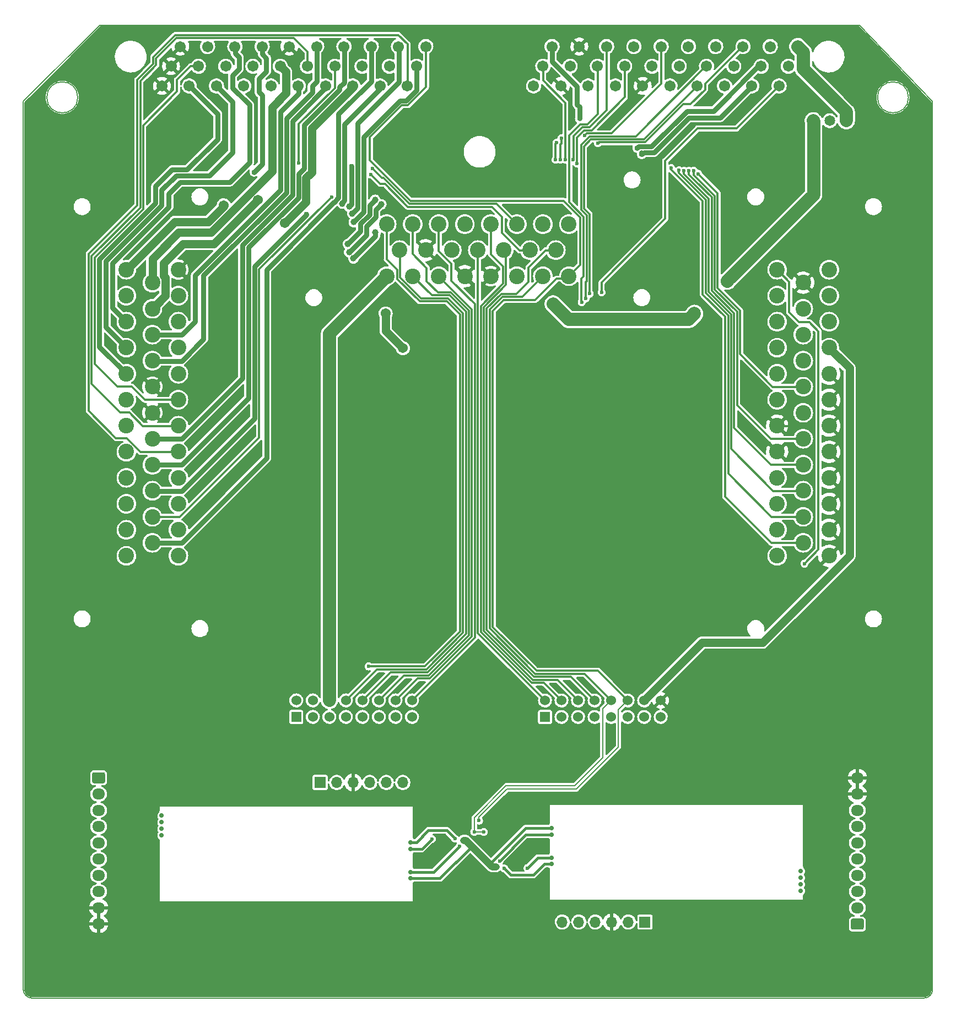
<source format=gbl>
G04 #@! TF.GenerationSoftware,KiCad,Pcbnew,(6.0.1)*
G04 #@! TF.CreationDate,2022-05-29T09:30:20+03:00*
G04 #@! TF.ProjectId,5.0mustangProteusPnP,352e306d-7573-4746-916e-6750726f7465,R0.1*
G04 #@! TF.SameCoordinates,Original*
G04 #@! TF.FileFunction,Copper,L2,Bot*
G04 #@! TF.FilePolarity,Positive*
%FSLAX46Y46*%
G04 Gerber Fmt 4.6, Leading zero omitted, Abs format (unit mm)*
G04 Created by KiCad (PCBNEW (6.0.1)) date 2022-05-29 09:30:20*
%MOMM*%
%LPD*%
G01*
G04 APERTURE LIST*
G04 #@! TA.AperFunction,Profile*
%ADD10C,0.200000*%
G04 #@! TD*
G04 #@! TA.AperFunction,ComponentPad*
%ADD11C,1.714500*%
G04 #@! TD*
G04 #@! TA.AperFunction,ComponentPad*
%ADD12R,1.524000X1.524000*%
G04 #@! TD*
G04 #@! TA.AperFunction,ComponentPad*
%ADD13C,1.524000*%
G04 #@! TD*
G04 #@! TA.AperFunction,ComponentPad*
%ADD14C,1.651000*%
G04 #@! TD*
G04 #@! TA.AperFunction,ComponentPad*
%ADD15C,2.400000*%
G04 #@! TD*
G04 #@! TA.AperFunction,ComponentPad*
%ADD16C,0.700000*%
G04 #@! TD*
G04 #@! TA.AperFunction,SMDPad,CuDef*
%ADD17R,0.250000X3.100000*%
G04 #@! TD*
G04 #@! TA.AperFunction,SMDPad,CuDef*
%ADD18R,0.250000X9.750000*%
G04 #@! TD*
G04 #@! TA.AperFunction,SMDPad,CuDef*
%ADD19R,0.250000X5.050000*%
G04 #@! TD*
G04 #@! TA.AperFunction,SMDPad,CuDef*
%ADD20R,39.250000X0.250000*%
G04 #@! TD*
G04 #@! TA.AperFunction,SMDPad,CuDef*
%ADD21R,0.250000X2.250000*%
G04 #@! TD*
G04 #@! TA.AperFunction,SMDPad,CuDef*
%ADD22R,0.250000X0.950000*%
G04 #@! TD*
G04 #@! TA.AperFunction,ComponentPad*
%ADD23R,1.700000X1.700000*%
G04 #@! TD*
G04 #@! TA.AperFunction,ComponentPad*
%ADD24O,1.700000X1.700000*%
G04 #@! TD*
G04 #@! TA.AperFunction,ComponentPad*
%ADD25C,0.599999*%
G04 #@! TD*
G04 #@! TA.AperFunction,ComponentPad*
%ADD26O,1.950000X1.700000*%
G04 #@! TD*
G04 #@! TA.AperFunction,ViaPad*
%ADD27C,0.600000*%
G04 #@! TD*
G04 #@! TA.AperFunction,ViaPad*
%ADD28C,0.789940*%
G04 #@! TD*
G04 #@! TA.AperFunction,ViaPad*
%ADD29C,2.000000*%
G04 #@! TD*
G04 #@! TA.AperFunction,ViaPad*
%ADD30C,1.541780*%
G04 #@! TD*
G04 #@! TA.AperFunction,ViaPad*
%ADD31C,1.000000*%
G04 #@! TD*
G04 #@! TA.AperFunction,Conductor*
%ADD32C,0.304800*%
G04 #@! TD*
G04 #@! TA.AperFunction,Conductor*
%ADD33C,2.032000*%
G04 #@! TD*
G04 #@! TA.AperFunction,Conductor*
%ADD34C,0.203200*%
G04 #@! TD*
G04 #@! TA.AperFunction,Conductor*
%ADD35C,1.270000*%
G04 #@! TD*
G04 #@! TA.AperFunction,Conductor*
%ADD36C,0.762000*%
G04 #@! TD*
G04 #@! TA.AperFunction,Conductor*
%ADD37C,0.406400*%
G04 #@! TD*
G04 #@! TA.AperFunction,Conductor*
%ADD38C,1.066800*%
G04 #@! TD*
G04 APERTURE END LIST*
D10*
X20000000Y21270000D02*
X20000000Y157844000D01*
X148521100Y169606000D02*
X31753100Y169606000D01*
X31753100Y169606000D02*
X20000000Y157844000D01*
X159700000Y21270000D02*
X159700000Y157844000D01*
X158430000Y20000000D02*
G75*
G03*
X159700000Y21270000I1J1269999D01*
G01*
X28350250Y158493500D02*
G75*
G03*
X28350250Y158493500I-2381250J0D01*
G01*
X148521100Y169606000D02*
X159700000Y157844000D01*
X20000000Y21270000D02*
G75*
G03*
X21270000Y20000000I1269999J-1D01*
G01*
X158430000Y20000000D02*
X21270000Y20000000D01*
X155992750Y158493500D02*
G75*
G03*
X155992750Y158493500I-2381250J0D01*
G01*
D11*
G04 #@! TO.P,U1,1,A1*
G04 #@! TO.N,/12V*
X138947200Y166308800D03*
G04 #@! TO.P,U1,2,A2*
G04 #@! TO.N,/KNOCK_1*
X134756400Y166308800D03*
G04 #@! TO.P,U1,3,A3*
G04 #@! TO.N,/VR1+*
X130565600Y166308800D03*
G04 #@! TO.P,U1,4,A4*
G04 #@! TO.N,/AV5*
X126374800Y166308800D03*
G04 #@! TO.P,U1,5,A5*
G04 #@! TO.N,/AV3*
X122184000Y166308800D03*
G04 #@! TO.P,U1,6,A6*
G04 #@! TO.N,/VR1-*
X117993200Y166308800D03*
G04 #@! TO.P,U1,7,A7*
G04 #@! TO.N,/AT2*
X113802400Y166308800D03*
G04 #@! TO.P,U1,8,A8*
G04 #@! TO.N,/CAN+*
X109611600Y166308800D03*
G04 #@! TO.P,U1,9,A9*
G04 #@! TO.N,GND*
X105420800Y166308800D03*
G04 #@! TO.P,U1,10,A10*
G04 #@! TO.N,/LS9*
X101230000Y166308800D03*
G04 #@! TO.P,U1,11,A11*
G04 #@! TO.N,/CAN-*
X81826000Y166308800D03*
G04 #@! TO.P,U1,12,A12*
G04 #@! TO.N,/LS13*
X77635200Y166308800D03*
G04 #@! TO.P,U1,13,A13*
G04 #@! TO.N,/LS16*
X73444400Y166308800D03*
G04 #@! TO.P,U1,14,A14*
G04 #@! TO.N,/LS10*
X69253600Y166308800D03*
G04 #@! TO.P,U1,15,A15*
G04 #@! TO.N,/LS4*
X65062800Y166308800D03*
G04 #@! TO.P,U1,16,A16*
G04 #@! TO.N,GND*
X60872000Y166308800D03*
G04 #@! TO.P,U1,17,A17*
G04 #@! TO.N,/LS12*
X56681200Y166308800D03*
G04 #@! TO.P,U1,18,A18*
G04 #@! TO.N,/LS1*
X52490400Y166308800D03*
G04 #@! TO.P,U1,19,A19*
G04 #@! TO.N,/DIGITAL_4*
X48299600Y166308800D03*
G04 #@! TO.P,U1,20,A20*
G04 #@! TO.N,GND*
X44108800Y166308800D03*
G04 #@! TO.P,U1,21,A21*
G04 #@! TO.N,/LS14*
X137531200Y163283800D03*
G04 #@! TO.P,U1,22,A22*
G04 #@! TO.N,/LS7*
X133340400Y163283800D03*
G04 #@! TO.P,U1,23,A23*
G04 #@! TO.N,/AV9*
X129149600Y163283800D03*
G04 #@! TO.P,U1,24,A24*
G04 #@! TO.N,/IGN4*
X124958800Y163283800D03*
G04 #@! TO.P,U1,25,A25*
G04 #@! TO.N,/AT1*
X120768000Y163283800D03*
G04 #@! TO.P,U1,26,A26*
G04 #@! TO.N,/5V_SENSE_2*
X116577200Y163283800D03*
G04 #@! TO.P,U1,27,A27*
G04 #@! TO.N,/DIGITAL_2*
X112386400Y163283800D03*
G04 #@! TO.P,U1,28,A28*
G04 #@! TO.N,/IGN5*
X108195600Y163283800D03*
G04 #@! TO.P,U1,29,A29*
G04 #@! TO.N,/AV4*
X104004800Y163283800D03*
G04 #@! TO.P,U1,30,A30*
G04 #@! TO.N,/DIGITAL_3*
X99814000Y163283800D03*
G04 #@! TO.P,U1,31,A31*
G04 #@! TO.N,/LS11*
X80410000Y163283800D03*
G04 #@! TO.P,U1,32,A32*
G04 #@! TO.N,unconnected-(U1-Pad32)*
X76219200Y163283800D03*
G04 #@! TO.P,U1,33,A33*
G04 #@! TO.N,unconnected-(U1-Pad33)*
X72028400Y163283800D03*
G04 #@! TO.P,U1,34,A34*
G04 #@! TO.N,/IGN3*
X67837600Y163283800D03*
G04 #@! TO.P,U1,35,A35*
G04 #@! TO.N,/IGN7*
X63646800Y163283800D03*
G04 #@! TO.P,U1,36,A36*
G04 #@! TO.N,/HS3*
X59456000Y163283800D03*
G04 #@! TO.P,U1,37,A37*
G04 #@! TO.N,/12V_MR*
X55265200Y163283800D03*
G04 #@! TO.P,U1,38,A38*
G04 #@! TO.N,unconnected-(U1-Pad38)*
X51074400Y163283800D03*
G04 #@! TO.P,U1,39,A39*
G04 #@! TO.N,/IGN8*
X46883600Y163283800D03*
G04 #@! TO.P,U1,40,A40*
G04 #@! TO.N,GND*
X42692800Y163283800D03*
G04 #@! TO.P,U1,41,A41*
G04 #@! TO.N,/IGN1*
X136115200Y160258800D03*
G04 #@! TO.P,U1,42,A42*
G04 #@! TO.N,/LS6*
X131924400Y160258800D03*
G04 #@! TO.P,U1,43,A43*
G04 #@! TO.N,/AV7*
X127733600Y160258800D03*
G04 #@! TO.P,U1,44,A44*
G04 #@! TO.N,/IGN2*
X123542800Y160258800D03*
G04 #@! TO.P,U1,45,A45*
G04 #@! TO.N,/AV1*
X119352000Y160258800D03*
G04 #@! TO.P,U1,46,A46*
G04 #@! TO.N,GND*
X115161200Y160258800D03*
G04 #@! TO.P,U1,47,A47*
G04 #@! TO.N,/AV8*
X110970400Y160258800D03*
G04 #@! TO.P,U1,48,A48*
G04 #@! TO.N,/AV6*
X106779600Y160258800D03*
G04 #@! TO.P,U1,49,A49*
G04 #@! TO.N,GND*
X102588800Y160258800D03*
G04 #@! TO.P,U1,50,A50*
G04 #@! TO.N,/AV2*
X98398000Y160258800D03*
G04 #@! TO.P,U1,51,A51*
G04 #@! TO.N,/IGN6*
X78994000Y160258800D03*
G04 #@! TO.P,U1,52,A52*
G04 #@! TO.N,/LS15*
X74803200Y160258800D03*
G04 #@! TO.P,U1,53,A53*
G04 #@! TO.N,/HS4*
X70612400Y160258800D03*
G04 #@! TO.P,U1,54,A54*
G04 #@! TO.N,/LS8*
X66421600Y160258800D03*
G04 #@! TO.P,U1,55,A55*
G04 #@! TO.N,/LS2*
X62230800Y160258800D03*
G04 #@! TO.P,U1,56,A56*
G04 #@! TO.N,/DIGITAL_1*
X58040000Y160258800D03*
G04 #@! TO.P,U1,57,A57*
G04 #@! TO.N,/12V_MR*
X53849200Y160258800D03*
G04 #@! TO.P,U1,58,A58*
G04 #@! TO.N,/LS3*
X49658400Y160258800D03*
G04 #@! TO.P,U1,59,A59*
G04 #@! TO.N,/LS5*
X45467600Y160258800D03*
G04 #@! TO.P,U1,60,A60*
G04 #@! TO.N,GND*
X41276800Y160258800D03*
G04 #@! TD*
D12*
G04 #@! TO.P,J2,1,1*
G04 #@! TO.N,/HS1*
X100145000Y63220640D03*
D13*
G04 #@! TO.P,J2,2,2*
G04 #@! TO.N,/VR2-*
X100145000Y65760640D03*
G04 #@! TO.P,J2,3,3*
G04 #@! TO.N,unconnected-(J2-Pad3)*
X102685000Y63220640D03*
G04 #@! TO.P,J2,4,4*
G04 #@! TO.N,/VR2+*
X102685000Y65760640D03*
G04 #@! TO.P,J2,5,5*
G04 #@! TO.N,unconnected-(J2-Pad5)*
X105225000Y63220640D03*
G04 #@! TO.P,J2,6,6*
G04 #@! TO.N,/DIGITAL_6*
X105225000Y65760640D03*
G04 #@! TO.P,J2,7,7*
G04 #@! TO.N,unconnected-(J2-Pad7)*
X107765000Y63220640D03*
G04 #@! TO.P,J2,8,8*
G04 #@! TO.N,/DIGITAL_5*
X107765000Y65760640D03*
G04 #@! TO.P,J2,9,9*
G04 #@! TO.N,/KNOCK_2*
X110305000Y63220640D03*
G04 #@! TO.P,J2,10,10*
G04 #@! TO.N,/CAN+*
X110305000Y65760640D03*
G04 #@! TO.P,J2,11,11*
G04 #@! TO.N,/AV11*
X112845000Y63220640D03*
G04 #@! TO.P,J2,12,12*
G04 #@! TO.N,/CAN-*
X112845000Y65760640D03*
G04 #@! TO.P,J2,13,13*
G04 #@! TO.N,/AT3*
X115385000Y63220640D03*
G04 #@! TO.P,J2,14,14*
G04 #@! TO.N,/5V_SENSE_1*
X115385000Y65760640D03*
G04 #@! TO.P,J2,15,15*
G04 #@! TO.N,/AT4*
X117925000Y63220640D03*
G04 #@! TO.P,J2,16,16*
G04 #@! TO.N,GND*
X117925000Y65760640D03*
G04 #@! TD*
D12*
G04 #@! TO.P,J4,1,1*
G04 #@! TO.N,/IGN10*
X61938410Y63220640D03*
D13*
G04 #@! TO.P,J4,2,2*
G04 #@! TO.N,/IGN9*
X61938410Y65760640D03*
G04 #@! TO.P,J4,3,3*
G04 #@! TO.N,/IGN11*
X64478410Y63220640D03*
G04 #@! TO.P,J4,4,4*
G04 #@! TO.N,/ETB2-*
X64478410Y65760640D03*
G04 #@! TO.P,J4,5,5*
G04 #@! TO.N,/IGN12*
X67018410Y63220640D03*
G04 #@! TO.P,J4,6,6*
G04 #@! TO.N,/12V_MR*
X67018410Y65760640D03*
G04 #@! TO.P,J4,7,7*
G04 #@! TO.N,/HS2*
X69558410Y63220640D03*
G04 #@! TO.P,J4,8,8*
G04 #@! TO.N,/ETB2+*
X69558410Y65760640D03*
G04 #@! TO.P,J4,9,9*
G04 #@! TO.N,unconnected-(J4-Pad9)*
X72098410Y63220640D03*
G04 #@! TO.P,J4,10,10*
G04 #@! TO.N,/CAN2+*
X72098410Y65760640D03*
G04 #@! TO.P,J4,11,11*
G04 #@! TO.N,unconnected-(J4-Pad11)*
X74638410Y63220640D03*
G04 #@! TO.P,J4,12,12*
G04 #@! TO.N,/ETB1+*
X74638410Y65760640D03*
G04 #@! TO.P,J4,13,13*
G04 #@! TO.N,unconnected-(J4-Pad13)*
X77178410Y63220640D03*
G04 #@! TO.P,J4,14,14*
G04 #@! TO.N,/CAN2-*
X77178410Y65760640D03*
G04 #@! TO.P,J4,15,15*
G04 #@! TO.N,unconnected-(J4-Pad15)*
X79718410Y63220640D03*
G04 #@! TO.P,J4,16,16*
G04 #@! TO.N,/ETB1-*
X79718410Y65760640D03*
G04 #@! TD*
D14*
G04 #@! TO.P,J1,1,1*
G04 #@! TO.N,/12V*
X146441200Y154901940D03*
G04 #@! TO.P,J1,2,2*
G04 #@! TO.N,/MR_INPUT*
X143901200Y154901940D03*
G04 #@! TO.P,J1,3,3*
G04 #@! TO.N,/12V_MR*
X141361200Y154901940D03*
G04 #@! TD*
D15*
G04 #@! TO.P,BRD1,A1(12),HS2*
G04 #@! TO.N,/HS2*
X35819000Y131999000D03*
G04 #@! TO.P,BRD1,A2(11),HS1*
G04 #@! TO.N,/HS1*
X35819000Y127999000D03*
G04 #@! TO.P,BRD1,A3(10),LS1(INJ1)*
G04 #@! TO.N,/LS1*
X35819000Y123999000D03*
G04 #@! TO.P,BRD1,A4(9),LS3(INJ3)*
G04 #@! TO.N,/LS3*
X35819000Y119999000D03*
G04 #@! TO.P,BRD1,A5(8),LS5(INJ5)*
G04 #@! TO.N,/LS5*
X35819000Y115999000D03*
G04 #@! TO.P,BRD1,A6(7),LS6(INJ6)*
G04 #@! TO.N,/LS6*
X35819000Y111999000D03*
G04 #@! TO.P,BRD1,A7(6),LS7(INJ7)*
G04 #@! TO.N,/LS7*
X35819000Y107999000D03*
G04 #@! TO.P,BRD1,A8(5),LS9(INJ9)*
G04 #@! TO.N,/LS9*
X35819000Y103999000D03*
G04 #@! TO.P,BRD1,A9(4),LS11(INJ11)*
G04 #@! TO.N,/LS11*
X35819000Y99999000D03*
G04 #@! TO.P,BRD1,A10(3),LS13(MAIN)*
G04 #@! TO.N,/LS13*
X35819000Y95999000D03*
G04 #@! TO.P,BRD1,A11(2),LS14*
G04 #@! TO.N,/LS14*
X35819000Y91999000D03*
G04 #@! TO.P,BRD1,A12(1),LS15(FAN)*
G04 #@! TO.N,/LS15*
X35819000Y87999000D03*
G04 #@! TO.P,BRD1,A13(23),HS3*
G04 #@! TO.N,/HS3*
X39819000Y129999000D03*
G04 #@! TO.P,BRD1,A14(22),HS4*
G04 #@! TO.N,/HS4*
X39819000Y125999000D03*
G04 #@! TO.P,BRD1,A15(21),LS2(INJ2)*
G04 #@! TO.N,/LS2*
X39819000Y121999000D03*
G04 #@! TO.P,BRD1,A16(20),LS4(INJ4)*
G04 #@! TO.N,/LS4*
X39819000Y117999000D03*
G04 #@! TO.P,BRD1,A17(19),GND*
G04 #@! TO.N,GND*
X39819000Y113999000D03*
G04 #@! TO.P,BRD1,A18(18),GND*
X39819000Y109999000D03*
G04 #@! TO.P,BRD1,A19(17),LS8(INJ8)*
G04 #@! TO.N,/LS8*
X39819000Y105999000D03*
G04 #@! TO.P,BRD1,A20(16),LS10(INJ10)*
G04 #@! TO.N,/LS10*
X39819000Y101999000D03*
G04 #@! TO.P,BRD1,A21(15),LS12(INJ12)*
G04 #@! TO.N,/LS12*
X39819000Y97999000D03*
G04 #@! TO.P,BRD1,A22(14),IGN3*
G04 #@! TO.N,/IGN3*
X39819000Y93999000D03*
G04 #@! TO.P,BRD1,A23(13),LS16(FUEL)*
G04 #@! TO.N,/LS16*
X39819000Y89999000D03*
G04 #@! TO.P,BRD1,A24(35),GND*
G04 #@! TO.N,GND*
X43819000Y131999000D03*
G04 #@! TO.P,BRD1,A25(34),IGN12*
G04 #@! TO.N,/IGN12*
X43819000Y127999000D03*
G04 #@! TO.P,BRD1,A26(33),IGN11*
G04 #@! TO.N,/IGN11*
X43819000Y123999000D03*
G04 #@! TO.P,BRD1,A27(32),IGN10*
G04 #@! TO.N,/IGN10*
X43819000Y119999000D03*
G04 #@! TO.P,BRD1,A28(31),IGN9*
G04 #@! TO.N,/IGN9*
X43819000Y115999000D03*
G04 #@! TO.P,BRD1,A29(30),IGN8*
G04 #@! TO.N,/IGN8*
X43819000Y111999000D03*
G04 #@! TO.P,BRD1,A30(29),IGN7*
G04 #@! TO.N,/IGN7*
X43819000Y107999000D03*
G04 #@! TO.P,BRD1,A31(28),IGN6*
G04 #@! TO.N,/IGN6*
X43819000Y103999000D03*
G04 #@! TO.P,BRD1,A32(27),IGN5*
G04 #@! TO.N,/IGN5*
X43819000Y99999000D03*
G04 #@! TO.P,BRD1,A33(26),IGN4*
G04 #@! TO.N,/IGN4*
X43819000Y95999000D03*
G04 #@! TO.P,BRD1,A34(25),IGN2*
G04 #@! TO.N,/IGN2*
X43819000Y91999000D03*
G04 #@! TO.P,BRD1,A35(24),IGN1*
G04 #@! TO.N,/IGN1*
X43819000Y87999000D03*
G04 #@! TO.P,BRD1,B1(8),D2*
G04 #@! TO.N,/DIGITAL_2*
X103819000Y138999000D03*
G04 #@! TO.P,BRD1,B2(7),D3*
G04 #@! TO.N,/DIGITAL_3*
X99819000Y138999000D03*
G04 #@! TO.P,BRD1,B3(6),D4*
G04 #@! TO.N,/DIGITAL_4*
X95819000Y138999000D03*
G04 #@! TO.P,BRD1,B4(5),VR2+*
G04 #@! TO.N,/VR2+*
X91819000Y138999000D03*
G04 #@! TO.P,BRD1,B5(4),VR1+*
G04 #@! TO.N,/VR1+*
X87819000Y138999000D03*
G04 #@! TO.P,BRD1,B6(3),ETB1-*
G04 #@! TO.N,/ETB1-*
X83819000Y138999000D03*
G04 #@! TO.P,BRD1,B7(2),ETB1+*
G04 #@! TO.N,/ETB1+*
X79819000Y138999000D03*
G04 #@! TO.P,BRD1,B8(1),ETB2-*
G04 #@! TO.N,/ETB2-*
X75819000Y138999000D03*
G04 #@! TO.P,BRD1,B9(15),D5*
G04 #@! TO.N,/DIGITAL_5*
X101819000Y134999000D03*
G04 #@! TO.P,BRD1,B10(14),D1*
G04 #@! TO.N,/DIGITAL_1*
X97819000Y134999000D03*
G04 #@! TO.P,BRD1,B11(13),D6*
G04 #@! TO.N,/DIGITAL_6*
X93819000Y134999000D03*
G04 #@! TO.P,BRD1,B12(12),VR2-*
G04 #@! TO.N,/VR2-*
X89819000Y134999000D03*
G04 #@! TO.P,BRD1,B13(11),VR1-*
G04 #@! TO.N,/VR1-*
X85819000Y134999000D03*
G04 #@! TO.P,BRD1,B14(10),GND*
G04 #@! TO.N,GND*
X81819000Y134999000D03*
G04 #@! TO.P,BRD1,B15(9),ETB2+*
G04 #@! TO.N,/ETB2+*
X77819000Y134999000D03*
G04 #@! TO.P,BRD1,B16(23),CAN-*
G04 #@! TO.N,/CAN-*
X103819000Y130999000D03*
G04 #@! TO.P,BRD1,B17(22),CAN+*
G04 #@! TO.N,/CAN+*
X99819000Y130999000D03*
G04 #@! TO.P,BRD1,B18(21),12V_IGN*
G04 #@! TO.N,/12V_MR*
X95819000Y130999000D03*
G04 #@! TO.P,BRD1,B19(20),GND*
G04 #@! TO.N,GND*
X91819000Y130999000D03*
G04 #@! TO.P,BRD1,B20(19),GND*
X87819000Y130999000D03*
G04 #@! TO.P,BRD1,B21(18),CAN2-*
G04 #@! TO.N,/CAN2-*
X83819000Y130999000D03*
G04 #@! TO.P,BRD1,B22(17),CAN2+*
G04 #@! TO.N,/CAN2+*
X79819000Y130999000D03*
G04 #@! TO.P,BRD1,B23(16),12V_MR*
G04 #@! TO.N,/12V_MR*
X75819000Y130999000D03*
G04 #@! TO.P,BRD1,C1(12),GND_SENS*
G04 #@! TO.N,GND*
X143819000Y87999000D03*
G04 #@! TO.P,BRD1,C2(11),GND_SENS*
X143819000Y91999000D03*
G04 #@! TO.P,BRD1,C3(10),GND_SENS*
X143819000Y95999000D03*
G04 #@! TO.P,BRD1,C4(9),GND_SENS*
X143819000Y99999000D03*
G04 #@! TO.P,BRD1,C5(8),GND_SENS*
X143819000Y103999000D03*
G04 #@! TO.P,BRD1,C6(7),GND_SENS*
X143819000Y107999000D03*
G04 #@! TO.P,BRD1,C7(6),GND_SENS*
X143819000Y111999000D03*
G04 #@! TO.P,BRD1,C8(5),GND_SENS*
X143819000Y115999000D03*
G04 #@! TO.P,BRD1,C9(4),5V_1*
G04 #@! TO.N,/5V_SENSE_1*
X143819000Y119999000D03*
G04 #@! TO.P,BRD1,C10(3),5V_2*
G04 #@! TO.N,/5V_SENSE_2*
X143819000Y123999000D03*
G04 #@! TO.P,BRD1,C11(2),12V_PROT*
G04 #@! TO.N,/MR_INPUT*
X143819000Y127999000D03*
G04 #@! TO.P,BRD1,C12(1),12V_PROT*
X143819000Y131999000D03*
G04 #@! TO.P,BRD1,C13(23),AV1(MAP)*
G04 #@! TO.N,/AV1*
X139819000Y89999000D03*
G04 #@! TO.P,BRD1,C14(22),AV3*
G04 #@! TO.N,/AV3*
X139819000Y93999000D03*
G04 #@! TO.P,BRD1,C15(21),AV5*
G04 #@! TO.N,/AV5*
X139819000Y97999000D03*
G04 #@! TO.P,BRD1,C16(20),AV7*
G04 #@! TO.N,/AV7*
X139819000Y101999000D03*
G04 #@! TO.P,BRD1,C17(19),AV9*
G04 #@! TO.N,/AV9*
X139819000Y105999000D03*
G04 #@! TO.P,BRD1,C18(18),AV11*
G04 #@! TO.N,/AV11*
X139819000Y109999000D03*
G04 #@! TO.P,BRD1,C19(17),AT1*
G04 #@! TO.N,/AT1*
X139819000Y113999000D03*
G04 #@! TO.P,BRD1,C20(16),AT3(CLT)*
G04 #@! TO.N,/AT3*
X139819000Y117999000D03*
G04 #@! TO.P,BRD1,C21(15),5V_1*
G04 #@! TO.N,/5V_SENSE_1*
X139819000Y121999000D03*
G04 #@! TO.P,BRD1,C22(14),5V_2*
G04 #@! TO.N,/5V_SENSE_2*
X139819000Y125999000D03*
G04 #@! TO.P,BRD1,C23(13),GND_SENS*
G04 #@! TO.N,GND*
X139819000Y129999000D03*
G04 #@! TO.P,BRD1,C24(35),AV2(TPS)*
G04 #@! TO.N,/AV2*
X135819000Y87999000D03*
G04 #@! TO.P,BRD1,C25(34),AV4*
G04 #@! TO.N,/AV4*
X135819000Y91999000D03*
G04 #@! TO.P,BRD1,C26(33),AV6*
G04 #@! TO.N,/AV6*
X135819000Y95999000D03*
G04 #@! TO.P,BRD1,C27(32),AV8*
G04 #@! TO.N,/AV8*
X135819000Y99999000D03*
G04 #@! TO.P,BRD1,C28(31),AV10*
G04 #@! TO.N,GND*
X135819000Y103999000D03*
G04 #@! TO.P,BRD1,C29(30),GND_SENS*
X135819000Y107999000D03*
G04 #@! TO.P,BRD1,C30(29),AT2(IAT)*
G04 #@! TO.N,/AT2*
X135819000Y111999000D03*
G04 #@! TO.P,BRD1,C31(28),AT4*
G04 #@! TO.N,/AT4*
X135819000Y115999000D03*
G04 #@! TO.P,BRD1,C32(27),5V_1*
G04 #@! TO.N,/5V_SENSE_1*
X135819000Y119999000D03*
G04 #@! TO.P,BRD1,C33(26),5V_2*
G04 #@! TO.N,/5V_SENSE_2*
X135819000Y123999000D03*
G04 #@! TO.P,BRD1,C34(25),KNOCK1*
G04 #@! TO.N,/KNOCK_1*
X135819000Y127999000D03*
G04 #@! TO.P,BRD1,C35(24),KNOCK2*
G04 #@! TO.N,/KNOCK_2*
X135819000Y131999000D03*
G04 #@! TD*
D16*
G04 #@! TO.P,M3,E1,LSU_Un*
G04 #@! TO.N,Net-(J10-Pad3)*
X139432000Y36483000D03*
G04 #@! TO.P,M3,E2,LSU_Vm*
G04 #@! TO.N,Net-(J10-Pad4)*
X139432000Y37483000D03*
G04 #@! TO.P,M3,E3,LSU_Ip*
G04 #@! TO.N,Net-(J10-Pad5)*
X139432000Y38483000D03*
G04 #@! TO.P,M3,E4,LSU_Rtrim*
G04 #@! TO.N,Net-(J10-Pad6)*
X139432000Y39483000D03*
D17*
G04 #@! TO.P,M3,G,GND*
G04 #@! TO.N,GND*
X100807000Y48333000D03*
D18*
X139807000Y45008000D03*
D19*
X100807000Y37408000D03*
D20*
X120307000Y35008000D03*
D21*
X100807000Y43358000D03*
D20*
X120307000Y49758000D03*
D22*
X139807000Y35358000D03*
D16*
G04 #@! TO.P,M3,W1,V5_IN*
G04 #@! TO.N,+5VA*
X101182000Y46133000D03*
G04 #@! TO.P,M3,W2,CAN_VIO*
G04 #@! TO.N,Net-(M2-PadV2)*
X101182000Y45133000D03*
G04 #@! TO.P,M3,W3,CAN_RX*
G04 #@! TO.N,Net-(M2-PadV6)*
X101182000Y41583000D03*
G04 #@! TO.P,M3,W4,CAN_TX*
G04 #@! TO.N,Net-(M2-PadV5)*
X101182000Y40583000D03*
G04 #@! TD*
D23*
G04 #@! TO.P,J13,1,Pin_1*
G04 #@! TO.N,Net-(J13-Pad1)*
X65593000Y53147000D03*
D24*
G04 #@! TO.P,J13,2,Pin_2*
G04 #@! TO.N,Net-(J13-Pad2)*
X68133000Y53147000D03*
G04 #@! TO.P,J13,3,Pin_3*
G04 #@! TO.N,GND*
X70673000Y53147000D03*
G04 #@! TO.P,J13,4,Pin_4*
G04 #@! TO.N,Net-(J13-Pad4)*
X73213000Y53147000D03*
G04 #@! TO.P,J13,5,Pin_5*
G04 #@! TO.N,Net-(J13-Pad5)*
X75753000Y53147000D03*
G04 #@! TO.P,J13,6,Pin_6*
G04 #@! TO.N,unconnected-(J13-Pad6)*
X78293000Y53147000D03*
G04 #@! TD*
D25*
G04 #@! TO.P,M2,V1,V5*
G04 #@! TO.N,+5VA*
X92632662Y40210501D03*
G04 #@! TO.P,M2,V2,CAN_VIO*
G04 #@! TO.N,Net-(M2-PadV2)*
X93157662Y41085503D03*
G04 #@! TO.P,M2,V5,CAN_TX*
G04 #@! TO.N,Net-(M2-PadV5)*
X93907660Y39910499D03*
G04 #@! TO.P,M2,V6,CAN_RX*
G04 #@! TO.N,Net-(M2-PadV6)*
X97457661Y39985502D03*
G04 #@! TD*
D16*
G04 #@! TO.P,M1,E1,LSU_Un*
G04 #@! TO.N,Net-(J7-Pad3)*
X41242000Y48033000D03*
G04 #@! TO.P,M1,E2,LSU_Vm*
G04 #@! TO.N,Net-(J7-Pad4)*
X41242000Y47033000D03*
G04 #@! TO.P,M1,E3,LSU_Ip*
G04 #@! TO.N,Net-(J7-Pad5)*
X41242000Y46033000D03*
G04 #@! TO.P,M1,E4,LSU_Rtrim*
G04 #@! TO.N,Net-(J7-Pad6)*
X41242000Y45033000D03*
D20*
G04 #@! TO.P,M1,G,GND*
G04 #@! TO.N,GND*
X60367000Y34758000D03*
D19*
X79867000Y47108000D03*
D20*
X60367000Y49508000D03*
D22*
X40867000Y49158000D03*
D17*
X79867000Y36183000D03*
D21*
X79867000Y41158000D03*
D18*
X40867000Y39508000D03*
D16*
G04 #@! TO.P,M1,W1,V5_IN*
G04 #@! TO.N,+5VA*
X79492000Y38383000D03*
G04 #@! TO.P,M1,W2,CAN_VIO*
G04 #@! TO.N,Net-(M1-PadW2)*
X79492000Y39383000D03*
G04 #@! TO.P,M1,W3,CAN_RX*
G04 #@! TO.N,Net-(M1-PadW3)*
X79492000Y42933000D03*
G04 #@! TO.P,M1,W4,CAN_TX*
G04 #@! TO.N,Net-(M1-PadW4)*
X79492000Y43933000D03*
G04 #@! TD*
G04 #@! TO.P,J7,1,Pin_1*
G04 #@! TO.N,/12V_MR*
G04 #@! TA.AperFunction,ComponentPad*
G36*
G01*
X30832000Y54714000D02*
X32282000Y54714000D01*
G75*
G02*
X32532000Y54464000I0J-250000D01*
G01*
X32532000Y53264000D01*
G75*
G02*
X32282000Y53014000I-250000J0D01*
G01*
X30832000Y53014000D01*
G75*
G02*
X30582000Y53264000I0J250000D01*
G01*
X30582000Y54464000D01*
G75*
G02*
X30832000Y54714000I250000J0D01*
G01*
G37*
G04 #@! TD.AperFunction*
D26*
G04 #@! TO.P,J7,2,Pin_2*
X31557000Y51364000D03*
G04 #@! TO.P,J7,3,Pin_3*
G04 #@! TO.N,Net-(J7-Pad3)*
X31557000Y48864000D03*
G04 #@! TO.P,J7,4,Pin_4*
G04 #@! TO.N,Net-(J7-Pad4)*
X31557000Y46364000D03*
G04 #@! TO.P,J7,5,Pin_5*
G04 #@! TO.N,Net-(J7-Pad5)*
X31557000Y43864000D03*
G04 #@! TO.P,J7,6,Pin_6*
G04 #@! TO.N,Net-(J7-Pad6)*
X31557000Y41364000D03*
G04 #@! TO.P,J7,7,Pin_7*
G04 #@! TO.N,Net-(J7-Pad7)*
X31557000Y38864000D03*
G04 #@! TO.P,J7,8,Pin_8*
X31557000Y36364000D03*
G04 #@! TO.P,J7,9,Pin_9*
G04 #@! TO.N,GND*
X31557000Y33864000D03*
G04 #@! TO.P,J7,10,Pin_10*
X31557000Y31364000D03*
G04 #@! TD*
D25*
G04 #@! TO.P,M4,V1,V5*
G04 #@! TO.N,+5VA*
X87575338Y44235498D03*
G04 #@! TO.P,M4,V2,CAN_VIO*
G04 #@! TO.N,Net-(M1-PadW2)*
X87050338Y43360496D03*
G04 #@! TO.P,M4,V5,CAN_TX*
G04 #@! TO.N,Net-(M1-PadW4)*
X86300340Y44535500D03*
G04 #@! TO.P,M4,V6,CAN_RX*
G04 #@! TO.N,Net-(M1-PadW3)*
X82750339Y44460497D03*
G04 #@! TD*
D23*
G04 #@! TO.P,J3,1,Pin_1*
G04 #@! TO.N,Net-(J3-Pad1)*
X115504000Y31684000D03*
D24*
G04 #@! TO.P,J3,2,Pin_2*
G04 #@! TO.N,Net-(J3-Pad2)*
X112964000Y31684000D03*
G04 #@! TO.P,J3,3,Pin_3*
G04 #@! TO.N,GND*
X110424000Y31684000D03*
G04 #@! TO.P,J3,4,Pin_4*
G04 #@! TO.N,Net-(J3-Pad4)*
X107884000Y31684000D03*
G04 #@! TO.P,J3,5,Pin_5*
G04 #@! TO.N,Net-(J3-Pad5)*
X105344000Y31684000D03*
G04 #@! TO.P,J3,6,Pin_6*
G04 #@! TO.N,unconnected-(J3-Pad6)*
X102804000Y31684000D03*
G04 #@! TD*
G04 #@! TO.P,J10,1,Pin_1*
G04 #@! TO.N,/12V_MR*
G04 #@! TA.AperFunction,ComponentPad*
G36*
G01*
X148868000Y30514000D02*
X147418000Y30514000D01*
G75*
G02*
X147168000Y30764000I0J250000D01*
G01*
X147168000Y31964000D01*
G75*
G02*
X147418000Y32214000I250000J0D01*
G01*
X148868000Y32214000D01*
G75*
G02*
X149118000Y31964000I0J-250000D01*
G01*
X149118000Y30764000D01*
G75*
G02*
X148868000Y30514000I-250000J0D01*
G01*
G37*
G04 #@! TD.AperFunction*
D26*
G04 #@! TO.P,J10,2,Pin_2*
X148143000Y33864000D03*
G04 #@! TO.P,J10,3,Pin_3*
G04 #@! TO.N,Net-(J10-Pad3)*
X148143000Y36364000D03*
G04 #@! TO.P,J10,4,Pin_4*
G04 #@! TO.N,Net-(J10-Pad4)*
X148143000Y38864000D03*
G04 #@! TO.P,J10,5,Pin_5*
G04 #@! TO.N,Net-(J10-Pad5)*
X148143000Y41364000D03*
G04 #@! TO.P,J10,6,Pin_6*
G04 #@! TO.N,Net-(J10-Pad6)*
X148143000Y43864000D03*
G04 #@! TO.P,J10,7,Pin_7*
G04 #@! TO.N,Net-(J10-Pad7)*
X148143000Y46364000D03*
G04 #@! TO.P,J10,8,Pin_8*
X148143000Y48864000D03*
G04 #@! TO.P,J10,9,Pin_9*
G04 #@! TO.N,GND*
X148143000Y51364000D03*
G04 #@! TO.P,J10,10,Pin_10*
X148143000Y53864000D03*
G04 #@! TD*
D27*
G04 #@! TO.N,GND*
X60454580Y128569760D03*
X124338120Y117792540D03*
X138836440Y144609860D03*
X149209800Y91213980D03*
X45438100Y110223340D03*
X122974140Y138574820D03*
X54714180Y166248120D03*
X79532520Y82184280D03*
X85153540Y112849700D03*
X25326380Y78580020D03*
X108163400Y145524260D03*
X54518600Y145437900D03*
X82141100Y146822200D03*
X80553600Y94452480D03*
X38415000Y29271000D03*
X22286000Y102643980D03*
X110197940Y125968800D03*
X78168540Y74688740D03*
X31148060Y165470880D03*
X77658000Y124521000D03*
X101915000Y22921000D03*
X84325500Y59672260D03*
X126268520Y151635500D03*
X106448900Y79288680D03*
X44114760Y76426100D03*
X153466840Y139148860D03*
X150060700Y117279460D03*
X128137960Y148546860D03*
X90693280Y154929880D03*
X75953660Y98028800D03*
X153662420Y150957320D03*
X78938160Y59672260D03*
X103723480Y121368860D03*
X115648780Y122389940D03*
X51229300Y110904060D03*
X89215000Y29271000D03*
X26223000Y86929000D03*
X109060020Y137647720D03*
X31805920Y98181200D03*
X75674260Y165280380D03*
X75443120Y118303080D03*
X116017080Y165559780D03*
X32760960Y154409180D03*
X145923040Y168325840D03*
X86964560Y68839120D03*
X156138920Y154018020D03*
X104754720Y144960380D03*
X103898740Y136545360D03*
X114615000Y29271000D03*
X97881480Y137342920D03*
X34978380Y144368560D03*
X111559380Y70258980D03*
X61150540Y93489820D03*
X134076480Y151333240D03*
X127914440Y70772060D03*
X119565460Y136530120D03*
X70673000Y86103500D03*
X114615000Y54671000D03*
X92821800Y60749220D03*
X94693780Y115747840D03*
X74249320Y92067420D03*
X147317500Y145382020D03*
X72034440Y75372000D03*
X72034440Y103479640D03*
X126893360Y90363080D03*
X104188300Y61107360D03*
X103042760Y111998800D03*
X67200820Y165402300D03*
X48950920Y124503220D03*
X33345160Y70083720D03*
X45311100Y156103360D03*
X116329500Y89169280D03*
X49499560Y71638200D03*
X127315000Y54671000D03*
X62118280Y73477160D03*
X123096060Y60510460D03*
X57200840Y81579760D03*
X154150100Y73327300D03*
X155514080Y87978020D03*
X22286000Y123888540D03*
X146337060Y159847320D03*
X74419500Y82527180D03*
X52346900Y104094320D03*
X134038380Y148046480D03*
X134218720Y79288680D03*
X50454600Y117147380D03*
X83619380Y78097420D03*
X66031742Y139111881D03*
X82865000Y54671000D03*
X85493900Y103139280D03*
X92903080Y158851640D03*
X55402520Y95082400D03*
X30134600Y143611640D03*
X115478600Y70601880D03*
X25715000Y22921000D03*
X81747400Y112168980D03*
X50431740Y166265900D03*
X44765000Y54671000D03*
X58608000Y126807000D03*
X86918840Y158767820D03*
X22286000Y112999560D03*
X31910060Y61945560D03*
X23891280Y61107360D03*
X66194980Y125747820D03*
X111757500Y165676620D03*
X87998340Y162590520D03*
X40883880Y61107360D03*
X140015000Y29271000D03*
X71650900Y130007400D03*
X71498500Y165280380D03*
X52103060Y99910940D03*
X137944900Y168325840D03*
X95565000Y54671000D03*
X80723780Y103652360D03*
X103317080Y165481040D03*
X127315000Y22921000D03*
X25715000Y35621000D03*
X51910020Y107449660D03*
X92903080Y167096480D03*
X76515000Y22921000D03*
X104234020Y100073500D03*
X32537440Y101343500D03*
X112583000Y110634820D03*
X93672700Y96497180D03*
X62854880Y101440020D03*
X113604080Y97007720D03*
X93499980Y78948320D03*
X107772240Y165440400D03*
X149039620Y131589820D03*
X77073800Y151808220D03*
X30932160Y95067160D03*
X84683640Y64698920D03*
X32029440Y79298840D03*
X104352697Y156391632D03*
X22286000Y147127000D03*
X63815000Y29271000D03*
X68612598Y59581428D03*
X51115000Y22921000D03*
X135948460Y155943340D03*
X76804560Y108592660D03*
X71353720Y117109280D03*
X139425720Y135829080D03*
X99248000Y43495000D03*
X124416860Y165717260D03*
X86042540Y167650200D03*
X72887880Y111998800D03*
X48346400Y153710680D03*
X81978540Y152417820D03*
X116669860Y81673740D03*
X60457120Y87536060D03*
X22814320Y87315080D03*
X118546920Y115064580D03*
X45537160Y114114620D03*
X99570580Y155255000D03*
X120314760Y165481040D03*
X22286000Y140416320D03*
X112410280Y131760000D03*
X141544080Y63787060D03*
X57465000Y54671000D03*
X98564740Y61826180D03*
X24130040Y69006760D03*
X110424000Y60894000D03*
X125371900Y68049180D03*
X150743960Y63616880D03*
X39654520Y167297140D03*
X97249020Y74178200D03*
X53851100Y60132000D03*
D28*
X141310619Y108470896D03*
D27*
X113649800Y142633740D03*
X61922700Y116565720D03*
X152715000Y22921000D03*
X145803660Y82357000D03*
X104234020Y73157120D03*
X102003900Y132621060D03*
X33312140Y159997180D03*
X109758520Y142034300D03*
X155343900Y99222600D03*
X80960000Y41209000D03*
X84132460Y88658740D03*
X48872180Y148280160D03*
X51056580Y61587420D03*
X140015000Y54671000D03*
X44495760Y148455420D03*
X122108000Y131125000D03*
X57719000Y63815000D03*
X61589960Y108503760D03*
X94183240Y105864700D03*
X129108240Y83548260D03*
X90916800Y72613560D03*
X55503300Y158557000D03*
X71013360Y96324460D03*
X124508300Y104333080D03*
X138305580Y82697360D03*
X155173720Y123924100D03*
X80893960Y87978020D03*
X89110860Y65415200D03*
X24820920Y154294880D03*
X102359500Y87467480D03*
X88381880Y146255780D03*
X93159620Y86443860D03*
X39088100Y82410340D03*
X81574680Y117449640D03*
X155684260Y109273380D03*
X131150400Y63957240D03*
X32974320Y105087460D03*
X149720340Y105524340D03*
X95819000Y133586260D03*
X95643740Y162923260D03*
X41602700Y67929800D03*
X122463600Y97177900D03*
X139839740Y76222900D03*
X41866860Y152133340D03*
X121439980Y76222900D03*
X132816640Y165440400D03*
X53688020Y67569120D03*
X66972220Y128618020D03*
X25715000Y48321000D03*
X95354180Y148930400D03*
X22286000Y133461800D03*
X72476400Y59672260D03*
X95692000Y66134020D03*
X50413960Y87327780D03*
D29*
G04 #@! TO.N,/12V_MR*
X123124000Y125283000D03*
X128204000Y130236000D03*
X101379060Y126730800D03*
D27*
G04 #@! TO.N,/CAN-*
X90015216Y47271074D03*
G04 #@! TO.N,/CAN+*
X104479446Y148919960D03*
X89274833Y45527000D03*
X90743183Y45527000D03*
G04 #@! TO.N,/VR1-*
X106248217Y152628617D03*
X102665545Y152207000D03*
X102517442Y148919960D03*
G04 #@! TO.N,/DIGITAL_1*
X73372589Y146649480D03*
G04 #@! TO.N,/ETB2-*
X73050440Y70982880D03*
G04 #@! TO.N,/VR1+*
X108265000Y151440170D03*
X101765039Y148919960D03*
X101951920Y151545373D03*
G04 #@! TO.N,/DIGITAL_4*
X73599080Y147535940D03*
G04 #@! TO.N,/DIGITAL_3*
X103269845Y148919960D03*
G04 #@! TO.N,/DIGITAL_2*
X105079560Y148320800D03*
G04 #@! TO.N,/KNOCK_2*
X140015000Y86802000D03*
G04 #@! TO.N,/AT1*
X123680177Y146746280D03*
G04 #@! TO.N,/AV9*
X122997779Y147203490D03*
G04 #@! TO.N,/AV7*
X122245376Y147203490D03*
G04 #@! TO.N,/AV5*
X121492973Y147203490D03*
G04 #@! TO.N,/AV3*
X120742991Y147263774D03*
G04 #@! TO.N,/AV1*
X119533390Y147620318D03*
G04 #@! TO.N,/IGN1*
X108846660Y128516420D03*
G04 #@! TO.N,/IGN2*
X107016849Y128306984D03*
G04 #@! TO.N,/IGN4*
X106412549Y127580471D03*
G04 #@! TO.N,/IGN5*
X105785248Y127015992D03*
G04 #@! TO.N,/IGN3*
X67333614Y143151186D03*
X62291000Y148397000D03*
D28*
G04 #@! TO.N,/LS12*
X63489847Y140494998D03*
X55433000Y147000000D03*
D30*
G04 #@! TO.N,/HS4*
X60172778Y139166502D03*
X56018622Y142738998D03*
D31*
G04 #@! TO.N,/LS15*
X69008793Y142167464D03*
G04 #@! TO.N,/LS14*
X70063828Y141703858D03*
D28*
X70438822Y147900376D03*
D31*
G04 #@! TO.N,/LS13*
X70521024Y140646029D03*
G04 #@! TO.N,/LS11*
X70764060Y139320314D03*
G04 #@! TO.N,/LS9*
X74035960Y142742960D03*
X69855750Y135940210D03*
D28*
X105455760Y155227060D03*
D31*
G04 #@! TO.N,/LS7*
X70058155Y134681165D03*
D28*
X114272191Y150681730D03*
D31*
X74987637Y142050363D03*
D28*
G04 #@! TO.N,/LS6*
X114978070Y149717566D03*
D31*
X70707070Y133728831D03*
X74102000Y137756940D03*
D30*
G04 #@! TO.N,/HS1*
X78308240Y119933760D03*
X75656480Y125267760D03*
G04 #@! TO.N,/HS2*
X50777026Y141904914D03*
G04 #@! TD*
D32*
G04 #@! TO.N,GND*
X140810720Y107970997D02*
X135832001Y107970997D01*
X141310619Y108470896D02*
X140810720Y107970997D01*
G04 #@! TO.N,/ETB1-*
X85786000Y130294420D02*
X89374792Y126705628D01*
X89374792Y126705628D02*
X89374792Y75417022D01*
X83832001Y138971000D02*
X83832001Y134847059D01*
X83832001Y134847059D02*
X85786000Y132893060D01*
X85786000Y132893060D02*
X85786000Y130294420D01*
X89374792Y75417022D02*
X79718410Y65760640D01*
G04 #@! TO.N,/ETB1+*
X88460372Y75795786D02*
X82270796Y69606210D01*
X88460372Y125696038D02*
X88460372Y75795786D01*
X81976000Y130236000D02*
X83695580Y128516420D01*
X79832002Y138971000D02*
X79832002Y134411998D01*
X82270796Y69606210D02*
X78483980Y69606210D01*
X79832002Y134411998D02*
X81976000Y132268000D01*
X81976000Y132268000D02*
X81976000Y130236000D01*
X85639990Y128516420D02*
X88460372Y125696038D01*
X83695580Y128516420D02*
X85639990Y128516420D01*
X78483980Y69606210D02*
X74638410Y65760640D01*
D33*
G04 #@! TO.N,/12V_MR*
X141439940Y154823200D02*
X141439940Y143529591D01*
X67018410Y122136410D02*
X75832002Y130950002D01*
X123124000Y125283000D02*
X123124000Y125201720D01*
X103761861Y124347999D02*
X118341461Y124347999D01*
X101379060Y126730800D02*
X103761861Y124347999D01*
X122270279Y124347999D02*
X120393781Y124347999D01*
X122171219Y124347999D02*
X120393781Y124347999D01*
X75832002Y130950002D02*
X75832002Y130971001D01*
X128204000Y130293651D02*
X128204000Y130236000D01*
X67018410Y65760640D02*
X67018410Y122136410D01*
X120393781Y124347999D02*
X118341461Y124347999D01*
X123124000Y125201720D02*
X122270279Y124347999D01*
X141361200Y154901940D02*
X141439940Y154823200D01*
X141439940Y143529591D02*
X128204000Y130293651D01*
D32*
G04 #@! TO.N,/CAN-*
X92118052Y77020548D02*
X98833860Y70304740D01*
X105598000Y132778000D02*
X103437000Y130617000D01*
X79086575Y157289530D02*
X78128704Y157289530D01*
X103035140Y142577860D02*
X103185000Y142428000D01*
D34*
X111440000Y64355640D02*
X112845000Y65760640D01*
D32*
X103185000Y142428000D02*
X103185000Y142395300D01*
X105598000Y139982300D02*
X105598000Y132778000D01*
D34*
X104963000Y52131000D02*
X111440000Y58608000D01*
D32*
X73224999Y148824421D02*
X79471560Y142577860D01*
X73224999Y152385825D02*
X73224999Y148824421D01*
X98633697Y127335697D02*
X93822183Y127335697D01*
X103437000Y130617000D02*
X101915000Y130617000D01*
X103185000Y142395300D02*
X105598000Y139982300D01*
X78128704Y157289530D02*
X73224999Y152385825D01*
X93800338Y127350550D02*
X92118052Y125668264D01*
D34*
X90015216Y47851216D02*
X94295000Y52131000D01*
D32*
X101915000Y130617000D02*
X98633697Y127335697D01*
X98833860Y70304740D02*
X108300900Y70304740D01*
D34*
X90015216Y47271074D02*
X90015216Y47851216D01*
X94295000Y52131000D02*
X104963000Y52131000D01*
D32*
X79471560Y142577860D02*
X103035140Y142577860D01*
X81859800Y166308800D02*
X81859800Y160062756D01*
X81859800Y160062756D02*
X79086575Y157289530D01*
X108300900Y70304740D02*
X112845000Y65760640D01*
D34*
X111440000Y58608000D02*
X111440000Y64355640D01*
D32*
X92118052Y125668264D02*
X92118052Y77020548D01*
D34*
G04 #@! TO.N,/CAN+*
X109027000Y64482640D02*
X110305000Y65760640D01*
X109027000Y56957000D02*
X109027000Y64482640D01*
X94168000Y52639000D02*
X104709000Y52639000D01*
D32*
X105867310Y153873310D02*
X104582000Y152588000D01*
X104582000Y152588000D02*
X104582000Y149022514D01*
X91660842Y125857646D02*
X91660842Y76831166D01*
X96639053Y127807760D02*
X96653906Y127792907D01*
X109645400Y160064400D02*
X109645400Y156508400D01*
X109645400Y156508400D02*
X107009820Y153872820D01*
X106218110Y69847530D02*
X110305000Y65760640D01*
X109645400Y160064400D02*
X109645400Y159897764D01*
X91660842Y76831166D02*
X98644478Y69847530D01*
D34*
X89274833Y47745833D02*
X94168000Y52639000D01*
X90743183Y45527000D02*
X89274833Y45527000D01*
D32*
X99832000Y130971001D02*
X96653906Y127792907D01*
X105951212Y153873310D02*
X105867310Y153873310D01*
D34*
X89274833Y45527000D02*
X89274833Y47745833D01*
D32*
X93610956Y127807760D02*
X96639053Y127807760D01*
X93610956Y127807760D02*
X91660842Y125857646D01*
D34*
X104709000Y52639000D02*
X109027000Y56957000D01*
D32*
X104582000Y149022514D02*
X104479446Y148919960D01*
X109645400Y166308800D02*
X109645400Y160064400D01*
X98644478Y69847530D02*
X106218110Y69847530D01*
X107009820Y153872820D02*
X105866820Y153872820D01*
G04 #@! TO.N,/VR2-*
X89832002Y76073638D02*
X100145000Y65760640D01*
X89832002Y134971000D02*
X89832002Y76073638D01*
G04 #@! TO.N,/VR2+*
X91832000Y138971000D02*
X91832000Y134350000D01*
X93711280Y129847860D02*
X90289212Y126425792D01*
X90289212Y76263020D02*
X98076332Y68475900D01*
X93711280Y132470720D02*
X93711280Y129847860D01*
X99969740Y68475900D02*
X102685000Y65760640D01*
X90289212Y126425792D02*
X90289212Y76263020D01*
X98076332Y68475900D02*
X99969740Y68475900D01*
X91832000Y134350000D02*
X93711280Y132470720D01*
G04 #@! TO.N,/DIGITAL_5*
X97597000Y132334482D02*
X97597000Y130109000D01*
X97597000Y130109000D02*
X95752960Y128264960D01*
X101832003Y134971000D02*
X100233518Y134971000D01*
X91203632Y126047028D02*
X91203632Y76641784D01*
X93421564Y128264960D02*
X91203632Y126047028D01*
X98455096Y69390320D02*
X104135320Y69390320D01*
X91203632Y76641784D02*
X98455096Y69390320D01*
X95752960Y128264960D02*
X93421564Y128264960D01*
X104135320Y69390320D02*
X107765000Y65760640D01*
X100233518Y134971000D02*
X97597000Y132334482D01*
G04 #@! TO.N,/CAN2+*
X85450608Y128059210D02*
X88003162Y125506656D01*
X79832002Y130971001D02*
X82743793Y128059210D01*
X76401190Y70063420D02*
X72098410Y65760640D01*
X88003162Y125506656D02*
X88003162Y75985168D01*
X82743793Y128059210D02*
X85450608Y128059210D01*
X88003162Y75985168D02*
X82081414Y70063420D01*
X82081414Y70063420D02*
X76401190Y70063420D01*
G04 #@! TO.N,/CAN2-*
X82460178Y69149000D02*
X80566770Y69149000D01*
X80566770Y69149000D02*
X77178410Y65760640D01*
X88917582Y125885420D02*
X88917582Y75606404D01*
X88917582Y75606404D02*
X82460178Y69149000D01*
X83832001Y130971001D02*
X88917582Y125885420D01*
G04 #@! TO.N,/ETB2+*
X87545952Y125317274D02*
X87545952Y76174550D01*
X77912000Y130767053D02*
X81077053Y127602000D01*
X74318400Y70520630D02*
X69558410Y65760640D01*
X87545952Y76174550D02*
X81892032Y70520630D01*
X77832006Y134971000D02*
X77912000Y134891006D01*
X81892032Y70520630D02*
X74318400Y70520630D01*
X81077053Y127602000D02*
X85261226Y127602000D01*
X77912000Y134891006D02*
X77912000Y130767053D01*
X85261226Y127602000D02*
X87545952Y125317274D01*
G04 #@! TO.N,/VR1-*
X106578490Y152958890D02*
X106248217Y152628617D01*
X106578490Y152958890D02*
X110379890Y152958890D01*
X118027000Y166308800D02*
X118027000Y160606000D01*
X102665545Y152207000D02*
X102665545Y151404372D01*
X102665545Y151404372D02*
X102517442Y151256269D01*
X102517442Y151256269D02*
X102517442Y148919960D01*
X110379890Y152958890D02*
X118027000Y160606000D01*
G04 #@! TO.N,/DIGITAL_6*
X94168000Y129657988D02*
X90746422Y126236410D01*
X102052530Y68933110D02*
X105225000Y65760640D01*
X90746422Y76452402D02*
X98265714Y68933110D01*
X94168000Y134635004D02*
X94168000Y129657988D01*
X98265714Y68933110D02*
X102052530Y68933110D01*
X90746422Y126236410D02*
X90746422Y76452402D01*
X93832004Y134971000D02*
X94168000Y134635004D01*
G04 #@! TO.N,/DIGITAL_1*
X75549476Y145206760D02*
X79092794Y141663442D01*
X79092794Y141663442D02*
X92011558Y141663442D01*
X93533000Y137671519D02*
X96233519Y134971000D01*
X96233519Y134971000D02*
X97832004Y134971000D01*
X93533000Y140142000D02*
X93533000Y137671519D01*
X74815309Y145206760D02*
X75549476Y145206760D01*
X92011558Y141663442D02*
X93533000Y140142000D01*
X73372589Y146649480D02*
X74815309Y145206760D01*
G04 #@! TO.N,/ETB2-*
X87088742Y76363932D02*
X81702650Y70977840D01*
X85071844Y127144790D02*
X87088742Y125127892D01*
X87088742Y125127892D02*
X87088742Y76363932D01*
X77455280Y131962720D02*
X77455280Y130577181D01*
X75832002Y133585998D02*
X77455280Y131962720D01*
X80887671Y127144790D02*
X85071844Y127144790D01*
X75832002Y138971000D02*
X75832002Y133585998D01*
X81702650Y70977840D02*
X73055480Y70977840D01*
X73055480Y70977840D02*
X73050440Y70982880D01*
X77455280Y130577181D02*
X80887671Y127144790D01*
G04 #@! TO.N,/VR1+*
X108603830Y151587260D02*
X108531700Y151515130D01*
X115551652Y151587262D02*
X121391092Y157426700D01*
X124738651Y160558887D02*
X130488564Y166308800D01*
X130488564Y166308800D02*
X130599400Y166308800D01*
X121391092Y157426700D02*
X122464336Y157426700D01*
X108412090Y151587260D02*
X108603830Y151587260D01*
X112727802Y151587262D02*
X115551652Y151587262D01*
X124738651Y159701015D02*
X124738651Y160558887D01*
X101765039Y151358492D02*
X101951920Y151545373D01*
X108603830Y151587260D02*
X112727800Y151587260D01*
X101765039Y148919960D02*
X101765039Y151358492D01*
X122464336Y157426700D02*
X124738651Y159701015D01*
X108265000Y151440170D02*
X108412090Y151587260D01*
X112727800Y151587260D02*
X112727802Y151587262D01*
G04 #@! TO.N,/DIGITAL_4*
X73599080Y147535940D02*
X75057756Y146077264D01*
X79282177Y142120651D02*
X75325564Y146077264D01*
X75057756Y146077264D02*
X75325564Y146077264D01*
X95832000Y138971000D02*
X92682350Y142120650D01*
X92682350Y142120650D02*
X79282177Y142120651D01*
G04 #@! TO.N,/DIGITAL_3*
X99847800Y161088212D02*
X99847800Y163283800D01*
X103269845Y157666167D02*
X99847800Y161088212D01*
X103269845Y148919960D02*
X103269845Y157666167D01*
G04 #@! TO.N,/DIGITAL_2*
X107309900Y153416100D02*
X106181074Y153416100D01*
X105084247Y152319273D02*
X105084247Y148325487D01*
X112420200Y160835620D02*
X112420200Y158526400D01*
X112420200Y158526400D02*
X107309900Y153416100D01*
X106181074Y153416100D02*
X105084247Y152319273D01*
X112420200Y163283800D02*
X112420200Y160835620D01*
X105084247Y148325487D02*
X105079560Y148320800D01*
G04 #@! TO.N,/KNOCK_2*
X142162289Y88949289D02*
X142162289Y122498282D01*
X142174000Y122509993D02*
X140751716Y123932277D01*
X139206723Y123932277D02*
X137658158Y125480842D01*
X140751716Y123932277D02*
X139206723Y123932277D01*
X140015000Y86802000D02*
X142162289Y88949289D01*
X137658158Y125480842D02*
X137658158Y130144838D01*
X142162289Y122498282D02*
X142174000Y122509993D01*
X137658158Y130144838D02*
X135832001Y131970995D01*
D35*
G04 #@! TO.N,/5V_SENSE_1*
X124257220Y74632860D02*
X115385000Y65760640D01*
X146935336Y116867660D02*
X146935336Y88010585D01*
X143832000Y119970996D02*
X146935336Y116867660D01*
X146935336Y88010585D02*
X133557611Y74632860D01*
X133557611Y74632860D02*
X124257220Y74632860D01*
D32*
G04 #@! TO.N,/AT1*
X126677600Y129149900D02*
X126677600Y143748857D01*
X130129320Y125698180D02*
X126677600Y129149900D01*
X130129320Y118987943D02*
X130129320Y125698180D01*
X139832000Y113970990D02*
X135146273Y113970990D01*
X135146273Y113970990D02*
X130129320Y118987943D01*
X126677600Y143748857D02*
X123680177Y146746280D01*
G04 #@! TO.N,/AV9*
X126220880Y128960720D02*
X129672110Y125509490D01*
X129672110Y111190022D02*
X134891126Y105971006D01*
X122997779Y147203490D02*
X122997779Y146533572D01*
X126220880Y143310471D02*
X126220880Y128960720D01*
X129672110Y125509490D02*
X129672110Y111190022D01*
X122997779Y146533572D02*
X126220880Y143310471D01*
X134891126Y105971006D02*
X139832000Y105971006D01*
G04 #@! TO.N,/AV7*
X122245376Y147203490D02*
X122245376Y146639383D01*
X123233499Y145651260D02*
X123233499Y145650568D01*
X134874125Y101996414D02*
X139832000Y101996414D01*
X125764160Y143119906D02*
X125764160Y128771540D01*
X129214900Y125320800D02*
X129214900Y107655639D01*
X123233499Y145650568D02*
X125764160Y143119906D01*
X125764160Y128771540D02*
X129214900Y125320800D01*
X129214900Y107655639D02*
X134874125Y101996414D01*
X122245376Y146639383D02*
X123233499Y145651260D01*
G04 #@! TO.N,/AV5*
X125307440Y142930727D02*
X125307440Y128582360D01*
X121492973Y146745194D02*
X125307440Y142930727D01*
X128757690Y104419741D02*
X135206409Y97971022D01*
X135206409Y97971022D02*
X139832000Y97971022D01*
X128757690Y125132110D02*
X128757690Y104419741D01*
X125307440Y128582360D02*
X128757690Y125132110D01*
X121492973Y147203490D02*
X121492973Y146745194D01*
G04 #@! TO.N,/AV3*
X124850720Y142731781D02*
X124850720Y128393180D01*
X128300480Y124943420D02*
X128300480Y100638957D01*
X128300480Y100638957D02*
X134968407Y93971030D01*
X120742991Y146839510D02*
X124850720Y142731781D01*
X124850720Y128393180D02*
X128300480Y124943420D01*
X134968407Y93971030D02*
X139832000Y93971030D01*
X120742991Y147263774D02*
X120742991Y146839510D01*
G04 #@! TO.N,/AV1*
X134972576Y89971038D02*
X139832000Y89971038D01*
X124394000Y128204000D02*
X127843270Y124754730D01*
X119533390Y147620318D02*
X119533390Y147402519D01*
X124394000Y142541909D02*
X124394000Y128204000D01*
X127843270Y97100344D02*
X134972576Y89971038D01*
X119533390Y147402519D02*
X124394000Y142541909D01*
X127843270Y124754730D02*
X127843270Y97100344D01*
G04 #@! TO.N,/IGN1*
X123579800Y153718260D02*
X118618050Y148756510D01*
X118618050Y139814350D02*
X108846660Y130042960D01*
X118618050Y142534670D02*
X118618050Y139814350D01*
X118618050Y148756510D02*
X118618050Y142534670D01*
X129180836Y153718260D02*
X123579800Y153718260D01*
X129608460Y153718260D02*
X129180836Y153718260D01*
X136149000Y160258800D02*
X129608460Y153718260D01*
X108846660Y130042960D02*
X108846660Y128516420D01*
G04 #@! TO.N,/IGN2*
X123576600Y160258800D02*
X115362272Y152044472D01*
X106141570Y150980272D02*
X106141570Y141376430D01*
X115362272Y152044472D02*
X112476352Y152044472D01*
X112476350Y152044470D02*
X107205768Y152044470D01*
X106141570Y141376430D02*
X106995000Y140523000D01*
X106995000Y140523000D02*
X106995000Y128376720D01*
X112476352Y152044472D02*
X112476350Y152044470D01*
X107205768Y152044470D02*
X106141570Y150980272D01*
G04 #@! TO.N,/IGN4*
X106538280Y140333820D02*
X105684360Y141187740D01*
X124881764Y163283800D02*
X124992600Y163283800D01*
X106412549Y130110269D02*
X106538280Y130236000D01*
X105684360Y141187740D02*
X105684360Y151169654D01*
X106538280Y130236000D02*
X106538280Y140333820D01*
X114099644Y152501680D02*
X124881764Y163283800D01*
X105684360Y151169654D02*
X107016386Y152501680D01*
X107016386Y152501680D02*
X114099644Y152501680D01*
X106412549Y127580471D02*
X106412549Y130110269D01*
G04 #@! TO.N,/IGN5*
X108229400Y155910440D02*
X106649480Y154330520D01*
X105725000Y130591600D02*
X105725000Y127076240D01*
X106081560Y140144640D02*
X106081560Y130948160D01*
X103860233Y152666333D02*
X103860233Y149224678D01*
X103874646Y142351554D02*
X106081560Y140144640D01*
X105524420Y154330520D02*
X103860233Y152666333D01*
X108229400Y163283800D02*
X108229400Y155910440D01*
X105725000Y127076240D02*
X105785248Y127015992D01*
X103874646Y149210265D02*
X103874646Y142351554D01*
X106649480Y154330520D02*
X105524420Y154330520D01*
X106081560Y130948160D02*
X105725000Y130591600D01*
X103860233Y149224678D02*
X103874646Y149210265D01*
G04 #@! TO.N,/IGN6*
X30033000Y110297000D02*
X34224000Y106106000D01*
X37991950Y103971004D02*
X43867999Y103971004D01*
X34224000Y106106000D02*
X35856954Y106106000D01*
X37494937Y141907280D02*
X30033000Y134445343D01*
X37494937Y161192937D02*
X37494937Y141907280D01*
X79027800Y160258800D02*
X79027800Y160128386D01*
X79027800Y160258800D02*
X79027800Y166669836D01*
X39939000Y164697180D02*
X39939000Y163637000D01*
X39939000Y163637000D02*
X37494937Y161192937D01*
X43322280Y168080460D02*
X39939000Y164697180D01*
X79027800Y166669836D02*
X77617175Y168080461D01*
X35856954Y106106000D02*
X37991950Y103971004D01*
X30033000Y134445343D02*
X30033000Y110297000D01*
X77617175Y168080461D02*
X43322280Y168080460D01*
G04 #@! TO.N,/IGN7*
X30489720Y114412280D02*
X30489720Y134121720D01*
X37952147Y141584147D02*
X37952147Y161004247D01*
X37952147Y161004247D02*
X40395720Y163447820D01*
X63680600Y163283800D02*
X63680600Y165479388D01*
X30489720Y134121720D02*
X37952147Y141584147D01*
X40395720Y163447820D02*
X40395720Y164508000D01*
X40395720Y164508000D02*
X43510972Y167623252D01*
X43867999Y107971003D02*
X38335617Y107971003D01*
X63680600Y165479388D02*
X61536737Y167623251D01*
X34859000Y110043000D02*
X30489720Y114412280D01*
X43510972Y167623252D02*
X45048912Y167623252D01*
X36263620Y110043000D02*
X34859000Y110043000D01*
X61536737Y167623251D02*
X43511663Y167623251D01*
X38335617Y107971003D02*
X36263620Y110043000D01*
G04 #@! TO.N,/IGN8*
X38696797Y111971003D02*
X36664940Y114002860D01*
X43606760Y159392660D02*
X43606760Y161185494D01*
X43606760Y161185494D02*
X45705066Y163283800D01*
X34455140Y114002860D02*
X30946440Y117511560D01*
X38409357Y154195257D02*
X43606760Y159392660D01*
X30946440Y117511560D02*
X30946440Y133816440D01*
X38409357Y141279357D02*
X38409357Y154195257D01*
X30946440Y133816440D02*
X38409357Y141279357D01*
X45705066Y163283800D02*
X46917400Y163283800D01*
X36664940Y114002860D02*
X34455140Y114002860D01*
X43867999Y111971003D02*
X38696797Y111971003D01*
D36*
G04 #@! TO.N,/LS16*
X39868000Y89971042D02*
X44330314Y89971042D01*
X68424339Y143043768D02*
X68424339Y155904303D01*
X57350780Y131970900D02*
X67752000Y142372120D01*
X68424339Y155904303D02*
X73478200Y160958164D01*
X44330314Y89971042D02*
X57350780Y102991508D01*
X57350780Y102991508D02*
X57350780Y131970900D01*
X73478200Y160958164D02*
X73478200Y166308800D01*
X67681571Y142301000D02*
X68424339Y143043768D01*
D32*
G04 #@! TO.N,/IGN3*
X62291000Y154374564D02*
X67871400Y159954964D01*
X56207770Y106186825D02*
X56207770Y132026770D01*
X39868000Y93971034D02*
X43991979Y93971034D01*
X43991979Y93971034D02*
X56207770Y106186825D01*
X62291000Y148397000D02*
X62291000Y154374564D01*
X67871400Y159954964D02*
X67871400Y163283800D01*
X67332186Y143151186D02*
X67333614Y143151186D01*
X56207770Y132026770D02*
X67332186Y143151186D01*
D36*
G04 #@! TO.N,/LS12*
X63489847Y140486027D02*
X55521960Y132518141D01*
X56715000Y165149000D02*
X56715000Y166308800D01*
X56195000Y161351000D02*
X57338000Y162494000D01*
X44353662Y97971026D02*
X39868000Y97971026D01*
X56195000Y159345872D02*
X56195000Y161351000D01*
X56703000Y148270000D02*
X56703000Y158837872D01*
X56703000Y158837872D02*
X56195000Y159345872D01*
X63489847Y140494998D02*
X63489847Y140486027D01*
X57338000Y164526000D02*
X56715000Y165149000D01*
X55521960Y132518141D02*
X55521960Y109139324D01*
X55433000Y147000000D02*
X56703000Y148270000D01*
X55521960Y109139324D02*
X44353662Y97971026D01*
X57338000Y162494000D02*
X57338000Y164526000D01*
G04 #@! TO.N,/LS10*
X62257233Y146732415D02*
X63123911Y147599093D01*
X63123911Y154237595D02*
X68557210Y159670894D01*
X54607550Y112248277D02*
X54607550Y135446512D01*
X39868000Y101996418D02*
X44355691Y101996418D01*
X68557210Y160053090D02*
X69287400Y160783280D01*
X62257233Y143096195D02*
X62257233Y146732415D01*
X54607550Y135446512D02*
X62257233Y143096195D01*
X69287400Y160783280D02*
X69287400Y166308800D01*
X68557210Y159670894D02*
X68557210Y160053090D01*
X44355691Y101996418D02*
X54607550Y112248277D01*
X63123911Y147599093D02*
X63123911Y154237595D01*
G04 #@! TO.N,/LS8*
X44330284Y105971010D02*
X53693140Y115333866D01*
X53693140Y135824580D02*
X61324840Y143456280D01*
X53693140Y115333866D02*
X53693140Y135824580D01*
X61324840Y143456280D02*
X61324840Y154873776D01*
X39868000Y105971010D02*
X44330284Y105971010D01*
X66455399Y160004335D02*
X66455400Y160258800D01*
X61324840Y154873776D02*
X66455399Y160004335D01*
G04 #@! TO.N,/LS4*
X44304861Y117945586D02*
X47686000Y121326725D01*
X64366410Y160227974D02*
X65096600Y160958164D01*
X60410920Y143835530D02*
X60410920Y155253026D01*
X47686000Y131110610D02*
X60410920Y143835530D01*
X47686000Y121326725D02*
X47686000Y131110610D01*
X60410920Y155253026D02*
X64366410Y159208516D01*
X64366410Y159208516D02*
X64366410Y160227974D01*
X39868000Y117945586D02*
X44304861Y117945586D01*
X65096600Y160958164D02*
X65096600Y166308800D01*
G04 #@! TO.N,/LS2*
X56296701Y141013789D02*
X56296701Y141014481D01*
X46416000Y124056725D02*
X46416000Y131133088D01*
X46416000Y131133088D02*
X56296701Y141013789D01*
X62264600Y159046466D02*
X62264600Y160258800D01*
X44330253Y121970978D02*
X46416000Y124056725D01*
X59497000Y156278866D02*
X62264600Y159046466D01*
X56296701Y141014481D02*
X59497000Y144214780D01*
X59497000Y144214780D02*
X59497000Y156278866D01*
X39868000Y121970978D02*
X44330253Y121970978D01*
D35*
G04 #@! TO.N,/HS4*
X44511000Y135951000D02*
X49230624Y135951000D01*
X49230624Y135951000D02*
X56018622Y142738998D01*
X41805911Y127985911D02*
X41805911Y130822007D01*
X60172778Y139166502D02*
X63425153Y142418877D01*
X39819000Y125999000D02*
X41805911Y127985911D01*
X64291831Y153753135D02*
X70646200Y160107504D01*
X41546459Y132986459D02*
X44511000Y135951000D01*
X64291831Y146991092D02*
X64291831Y153753135D01*
X70646200Y160107504D02*
X70646200Y160258800D01*
X41546459Y131081459D02*
X41546459Y132986459D01*
X63425153Y142418877D02*
X63425153Y146124414D01*
X41805911Y130822007D02*
X41546459Y131081459D01*
X63425153Y146124414D02*
X64291831Y146991092D01*
G04 #@! TO.N,/HS3*
X39819000Y133672000D02*
X39819000Y129999000D01*
X48804868Y137729000D02*
X43876000Y137729000D01*
X60347049Y162426551D02*
X60347049Y159153049D01*
X58188910Y156994910D02*
X58188910Y147113042D01*
X58188910Y147113042D02*
X48804868Y137729000D01*
X43876000Y137729000D02*
X39819000Y133672000D01*
X60347049Y159153049D02*
X58188910Y156994910D01*
X59489800Y163283800D02*
X60347049Y162426551D01*
D36*
G04 #@! TO.N,/LS15*
X69008793Y142167464D02*
X68999140Y142177117D01*
X68999140Y142326089D02*
X69338749Y142665698D01*
X68999140Y142177117D02*
X68999140Y142326089D01*
X69338749Y142665698D02*
X69338749Y154306845D01*
X74837000Y159805096D02*
X74837000Y160258800D01*
X69338749Y154306845D02*
X74837000Y159805096D01*
G04 #@! TO.N,/LS14*
X70446940Y142086970D02*
X70063828Y141703858D01*
X70438822Y147900376D02*
X70446940Y147892258D01*
X70446940Y147892258D02*
X70446940Y142086970D01*
G04 #@! TO.N,/LS13*
X71374821Y141499826D02*
X71374821Y154521721D01*
X71374821Y154521721D02*
X77669000Y160815900D01*
X77669000Y160815900D02*
X77669000Y166308800D01*
X70521024Y140646029D02*
X71374821Y141499826D01*
G04 #@! TO.N,/LS11*
X77844634Y157975340D02*
X78802504Y157975340D01*
X72288741Y140844995D02*
X72288741Y152419447D01*
X72288741Y152419447D02*
X77844634Y157975340D01*
X80443800Y159616636D02*
X80443800Y163283800D01*
X78802504Y157975340D02*
X80443800Y159616636D01*
X70764060Y139320314D02*
X72288741Y140844995D01*
G04 #@! TO.N,/LS9*
X73213000Y141920000D02*
X74035960Y142742960D01*
X105090000Y157410441D02*
X105090000Y160174236D01*
X71797461Y137881921D02*
X71797461Y139060545D01*
X69855750Y135940210D02*
X71797461Y137881921D01*
X105455760Y155227060D02*
X105471000Y155242300D01*
X73213000Y140476084D02*
X73213000Y141920000D01*
X71797461Y139060545D02*
X73213000Y140476084D01*
X105090000Y160174236D02*
X101263800Y164000436D01*
X105471000Y157029441D02*
X105090000Y157410441D01*
X101263800Y164000436D02*
X101263800Y166308800D01*
X105471000Y155242300D02*
X105471000Y157029441D01*
G04 #@! TO.N,/LS7*
X116489038Y150901450D02*
X114491911Y150901450D01*
X114491911Y150901450D02*
X114272191Y150681730D01*
X72711871Y137334881D02*
X72711871Y138682477D01*
X72711871Y138682477D02*
X74126920Y140097526D01*
X74126920Y141189646D02*
X74987637Y142050363D01*
X121985588Y156398000D02*
X116489038Y150901450D01*
X132930800Y163283800D02*
X126045000Y156398000D01*
X70058155Y134681165D02*
X72711871Y137334881D01*
X126045000Y156398000D02*
X121985588Y156398000D01*
X133374200Y163283800D02*
X132930800Y163283800D01*
X74126920Y140097526D02*
X74126920Y141189646D01*
G04 #@! TO.N,/LS6*
X114978070Y149973580D02*
X114978070Y149717566D01*
X117402756Y150522690D02*
X122262066Y155382000D01*
X115338900Y149987040D02*
X116867107Y149987040D01*
X127081400Y155382000D02*
X131958200Y160258800D01*
X114978070Y149717566D02*
X115069426Y149717566D01*
X74102000Y137123761D02*
X74102000Y137756940D01*
X114991530Y149987040D02*
X114978070Y149973580D01*
X115069426Y149717566D02*
X115338900Y149987040D01*
X122262066Y155382000D02*
X127081400Y155382000D01*
X116867107Y149987040D02*
X117402756Y150522690D01*
X70707070Y133728831D02*
X74102000Y137123761D01*
G04 #@! TO.N,/LS5*
X31684000Y120155002D02*
X31684000Y133584812D01*
X42860000Y147381000D02*
X45146000Y147381000D01*
X49845000Y155915200D02*
X45501400Y160258800D01*
X40320000Y144841000D02*
X42860000Y147381000D01*
X35868000Y115971002D02*
X31684000Y120155002D01*
X40320000Y142220812D02*
X40320000Y144841000D01*
X45146000Y147381000D02*
X49845000Y152080000D01*
X31684000Y133584812D02*
X40320000Y142220812D01*
X49845000Y152080000D02*
X49845000Y155915200D01*
G04 #@! TO.N,/LS3*
X52131000Y150048000D02*
X52131000Y157820000D01*
X52131000Y157820000D02*
X49692200Y160258800D01*
X43470080Y146467080D02*
X48550080Y146467080D01*
X48550080Y146467080D02*
X52131000Y150048000D01*
X41233920Y141842254D02*
X41233920Y144230920D01*
X32700000Y123139002D02*
X32700000Y133308334D01*
X41233920Y144230920D02*
X43470080Y146467080D01*
X32700000Y133308334D02*
X41233920Y141842254D01*
X35868000Y119971002D02*
X32700000Y123139002D01*
G04 #@! TO.N,/LS1*
X53147000Y162875000D02*
X52131000Y161859000D01*
X33716000Y126123002D02*
X35868000Y123971002D01*
X54735676Y148509770D02*
X51701906Y145476000D01*
X52524200Y166308800D02*
X52524200Y165275800D01*
X52131000Y159952636D02*
X54735676Y157347960D01*
X52524200Y165275800D02*
X53147000Y164653000D01*
X44130000Y145476000D02*
X42352000Y143698000D01*
X33716000Y133031856D02*
X33716000Y126123002D01*
X53147000Y164653000D02*
X53147000Y162875000D01*
X42352000Y143698000D02*
X42352000Y141667856D01*
X51701906Y145476000D02*
X44130000Y145476000D01*
X54735676Y157347960D02*
X54735676Y148509770D01*
X52131000Y161859000D02*
X52131000Y159952636D01*
X42352000Y141667856D02*
X33716000Y133031856D01*
D35*
G04 #@! TO.N,/HS1*
X75656480Y122585520D02*
X78308240Y119933760D01*
X75656480Y125267760D02*
X75656480Y122585520D01*
G04 #@! TO.N,/HS2*
X50777026Y141712748D02*
X50777026Y141904914D01*
X43252190Y139355191D02*
X48419469Y139355191D01*
X48419469Y139355191D02*
X50777026Y141712748D01*
X35868000Y131971001D02*
X43252190Y139355191D01*
D33*
G04 #@! TO.N,/12V*
X139838249Y165451551D02*
X139838249Y162847584D01*
X139838249Y162847584D02*
X146441200Y156244633D01*
X146441200Y156244633D02*
X146441200Y154901940D01*
X138981000Y166308800D02*
X139838249Y165451551D01*
D37*
G04 #@! TO.N,+5VA*
X97187000Y46133000D02*
X91755000Y40701000D01*
X79492000Y38383000D02*
X83976000Y38383000D01*
D38*
X87575338Y44235498D02*
X87966502Y44235498D01*
X87966502Y44235498D02*
X91991499Y40210501D01*
D37*
X83976000Y38383000D02*
X88961000Y43368000D01*
D38*
X91991499Y40210501D02*
X92632662Y40210501D01*
D37*
X101182000Y46133000D02*
X97187000Y46133000D01*
G04 #@! TO.N,Net-(M1-PadW2)*
X87048496Y43360496D02*
X83071000Y39383000D01*
X87050338Y43360496D02*
X87048496Y43360496D01*
X83071000Y39383000D02*
X79492000Y39383000D01*
G04 #@! TO.N,Net-(M1-PadW3)*
X82750339Y44460497D02*
X81222842Y42933000D01*
X81222842Y42933000D02*
X79492000Y42933000D01*
G04 #@! TO.N,Net-(M1-PadW4)*
X82230000Y45781000D02*
X80382000Y43933000D01*
X85054840Y45781000D02*
X82230000Y45781000D01*
X80382000Y43933000D02*
X79492000Y43933000D01*
X86300340Y44535500D02*
X85054840Y45781000D01*
G04 #@! TO.N,Net-(M2-PadV2)*
X93157662Y41085503D02*
X93157662Y41087662D01*
X97203000Y45133000D02*
X101182000Y45133000D01*
X93157662Y41087662D02*
X97203000Y45133000D01*
G04 #@! TO.N,Net-(M2-PadV5)*
X94921808Y38896351D02*
X98332351Y38896351D01*
X93907660Y39910499D02*
X94921808Y38896351D01*
X98332351Y38896351D02*
X100019000Y40583000D01*
X100019000Y40583000D02*
X101182000Y40583000D01*
G04 #@! TO.N,Net-(M2-PadV6)*
X99055159Y41583000D02*
X101182000Y41583000D01*
X97457661Y39985502D02*
X99055159Y41583000D01*
G04 #@! TD*
G04 #@! TA.AperFunction,Conductor*
G04 #@! TO.N,GND*
G36*
X148469737Y169433598D02*
G01*
X148492946Y169414404D01*
X151783050Y165952685D01*
X159512931Y157819607D01*
X159545361Y157756450D01*
X159547600Y157732804D01*
X159547600Y21306650D01*
X159546518Y21298432D01*
X159546518Y21286025D01*
X159542224Y21270000D01*
X159546174Y21255258D01*
X159546039Y21252155D01*
X159531582Y21086911D01*
X159527769Y21065286D01*
X159491250Y20928994D01*
X159483054Y20898406D01*
X159475542Y20877767D01*
X159402527Y20721187D01*
X159391545Y20702167D01*
X159292454Y20560649D01*
X159278336Y20543824D01*
X159156176Y20421664D01*
X159139351Y20407546D01*
X158997833Y20308455D01*
X158978813Y20297473D01*
X158822233Y20224458D01*
X158801593Y20216946D01*
X158634714Y20172231D01*
X158613093Y20168419D01*
X158458634Y20154905D01*
X158447845Y20153961D01*
X158444742Y20153826D01*
X158430000Y20157776D01*
X158413975Y20153482D01*
X158401568Y20153482D01*
X158393350Y20152400D01*
X21306650Y20152400D01*
X21298432Y20153482D01*
X21286025Y20153482D01*
X21270000Y20157776D01*
X21255258Y20153826D01*
X21252155Y20153961D01*
X21241366Y20154905D01*
X21086907Y20168419D01*
X21065286Y20172231D01*
X20898407Y20216946D01*
X20877767Y20224458D01*
X20721187Y20297473D01*
X20702167Y20308455D01*
X20560649Y20407546D01*
X20543824Y20421664D01*
X20421664Y20543824D01*
X20407546Y20560649D01*
X20308455Y20702167D01*
X20297473Y20721187D01*
X20224458Y20877767D01*
X20216946Y20898406D01*
X20208750Y20928994D01*
X20172231Y21065286D01*
X20168418Y21086911D01*
X20153961Y21252155D01*
X20153826Y21255258D01*
X20157776Y21270000D01*
X20153482Y21286025D01*
X20153482Y21298432D01*
X20152400Y21306650D01*
X20152400Y31095420D01*
X30100752Y31095420D01*
X30125477Y30977579D01*
X30128537Y30967383D01*
X30209263Y30762971D01*
X30213994Y30753439D01*
X30328016Y30565538D01*
X30334280Y30556948D01*
X30478327Y30390948D01*
X30485958Y30383528D01*
X30655911Y30244174D01*
X30664678Y30238150D01*
X30855682Y30129424D01*
X30865346Y30124959D01*
X31071941Y30049969D01*
X31082208Y30047198D01*
X31285174Y30010496D01*
X31298414Y30011915D01*
X31303000Y30026550D01*
X31303000Y30030151D01*
X31811000Y30030151D01*
X31815310Y30015473D01*
X31827193Y30013410D01*
X31906325Y30020124D01*
X31916797Y30021914D01*
X32129535Y30077130D01*
X32139575Y30080665D01*
X32339970Y30170937D01*
X32349256Y30176106D01*
X32531575Y30298850D01*
X32539870Y30305519D01*
X32698900Y30457228D01*
X32705941Y30465186D01*
X32837141Y30641525D01*
X32842745Y30650562D01*
X32942357Y30846484D01*
X32946357Y30856335D01*
X33011534Y31066240D01*
X33013817Y31076624D01*
X33015861Y31092043D01*
X33013665Y31106207D01*
X33000478Y31110000D01*
X31829115Y31110000D01*
X31813876Y31105525D01*
X31812671Y31104135D01*
X31811000Y31096452D01*
X31811000Y30030151D01*
X31303000Y30030151D01*
X31303000Y31091885D01*
X31298525Y31107124D01*
X31297135Y31108329D01*
X31289452Y31110000D01*
X30115808Y31110000D01*
X30102277Y31106027D01*
X30100752Y31095420D01*
X20152400Y31095420D01*
X20152400Y31635957D01*
X30098139Y31635957D01*
X30100335Y31621793D01*
X30113522Y31618000D01*
X31284885Y31618000D01*
X31300124Y31622475D01*
X31301329Y31623865D01*
X31303000Y31631548D01*
X31303000Y31636115D01*
X31811000Y31636115D01*
X31815475Y31620876D01*
X31816865Y31619671D01*
X31824548Y31618000D01*
X32998192Y31618000D01*
X33011723Y31621973D01*
X33013248Y31632580D01*
X32996087Y31714372D01*
X101644149Y31714372D01*
X101658036Y31502497D01*
X101710301Y31296701D01*
X101799195Y31103876D01*
X101921740Y30930479D01*
X101994202Y30859889D01*
X102058567Y30797188D01*
X102073832Y30782317D01*
X102078628Y30779112D01*
X102078631Y30779110D01*
X102171449Y30717091D01*
X102250377Y30664353D01*
X102255685Y30662072D01*
X102255686Y30662072D01*
X102440160Y30582816D01*
X102440163Y30582815D01*
X102445463Y30580538D01*
X102451092Y30579264D01*
X102451093Y30579264D01*
X102646921Y30534952D01*
X102646924Y30534952D01*
X102652557Y30533677D01*
X102658328Y30533450D01*
X102658330Y30533450D01*
X102723086Y30530906D01*
X102864723Y30525341D01*
X102969789Y30540575D01*
X103069141Y30554980D01*
X103069146Y30554981D01*
X103074855Y30555809D01*
X103080319Y30557664D01*
X103080324Y30557665D01*
X103270448Y30622204D01*
X103275916Y30624060D01*
X103461172Y30727808D01*
X103502944Y30762549D01*
X103619982Y30859889D01*
X103624420Y30863580D01*
X103760192Y31026828D01*
X103863940Y31212084D01*
X103932191Y31413145D01*
X103933019Y31418854D01*
X103933020Y31418859D01*
X103944334Y31496895D01*
X103947287Y31517262D01*
X103976857Y31581807D01*
X104036628Y31620119D01*
X104107625Y31620035D01*
X104167305Y31581580D01*
X104196722Y31516964D01*
X104197565Y31508853D01*
X104197658Y31508267D01*
X104198036Y31502497D01*
X104250301Y31296701D01*
X104339195Y31103876D01*
X104461740Y30930479D01*
X104534202Y30859889D01*
X104598567Y30797188D01*
X104613832Y30782317D01*
X104618628Y30779112D01*
X104618631Y30779110D01*
X104711449Y30717091D01*
X104790377Y30664353D01*
X104795685Y30662072D01*
X104795686Y30662072D01*
X104980160Y30582816D01*
X104980163Y30582815D01*
X104985463Y30580538D01*
X104991092Y30579264D01*
X104991093Y30579264D01*
X105186921Y30534952D01*
X105186924Y30534952D01*
X105192557Y30533677D01*
X105198328Y30533450D01*
X105198330Y30533450D01*
X105263086Y30530906D01*
X105404723Y30525341D01*
X105509789Y30540575D01*
X105609141Y30554980D01*
X105609146Y30554981D01*
X105614855Y30555809D01*
X105620319Y30557664D01*
X105620324Y30557665D01*
X105810448Y30622204D01*
X105815916Y30624060D01*
X106001172Y30727808D01*
X106042944Y30762549D01*
X106159982Y30859889D01*
X106164420Y30863580D01*
X106300192Y31026828D01*
X106403940Y31212084D01*
X106472191Y31413145D01*
X106473019Y31418854D01*
X106473020Y31418859D01*
X106484334Y31496895D01*
X106487287Y31517262D01*
X106516857Y31581807D01*
X106576628Y31620119D01*
X106647625Y31620035D01*
X106707305Y31581580D01*
X106736722Y31516964D01*
X106737565Y31508853D01*
X106737658Y31508267D01*
X106738036Y31502497D01*
X106790301Y31296701D01*
X106879195Y31103876D01*
X107001740Y30930479D01*
X107074202Y30859889D01*
X107138567Y30797188D01*
X107153832Y30782317D01*
X107158628Y30779112D01*
X107158631Y30779110D01*
X107251449Y30717091D01*
X107330377Y30664353D01*
X107335685Y30662072D01*
X107335686Y30662072D01*
X107520160Y30582816D01*
X107520163Y30582815D01*
X107525463Y30580538D01*
X107531092Y30579264D01*
X107531093Y30579264D01*
X107726921Y30534952D01*
X107726924Y30534952D01*
X107732557Y30533677D01*
X107738328Y30533450D01*
X107738330Y30533450D01*
X107803086Y30530906D01*
X107944723Y30525341D01*
X108049789Y30540575D01*
X108149141Y30554980D01*
X108149146Y30554981D01*
X108154855Y30555809D01*
X108160319Y30557664D01*
X108160324Y30557665D01*
X108350448Y30622204D01*
X108355916Y30624060D01*
X108541172Y30727808D01*
X108582944Y30762549D01*
X108699982Y30859889D01*
X108704420Y30863580D01*
X108840192Y31026828D01*
X108935243Y31196553D01*
X108985978Y31246214D01*
X109055510Y31260562D01*
X109121760Y31235040D01*
X109161919Y31182390D01*
X109205770Y31074397D01*
X109210413Y31065206D01*
X109321694Y30883612D01*
X109327777Y30875301D01*
X109467213Y30714333D01*
X109474580Y30707117D01*
X109638434Y30571084D01*
X109646881Y30565169D01*
X109830756Y30457721D01*
X109840042Y30453271D01*
X110039001Y30377297D01*
X110048899Y30374421D01*
X110152250Y30353394D01*
X110166299Y30354590D01*
X110170000Y30364935D01*
X110170000Y30365483D01*
X110678000Y30365483D01*
X110682064Y30351641D01*
X110695478Y30349607D01*
X110702184Y30350466D01*
X110712262Y30352608D01*
X110916255Y30413809D01*
X110925842Y30417567D01*
X111117095Y30511261D01*
X111125945Y30516536D01*
X111299328Y30640208D01*
X111307200Y30646861D01*
X111458052Y30797188D01*
X111464730Y30805035D01*
X111589003Y30977980D01*
X111594313Y30986817D01*
X111688673Y31177740D01*
X111689578Y31180024D01*
X111690191Y31180809D01*
X111690964Y31182374D01*
X111691287Y31182214D01*
X111733253Y31235997D01*
X111800256Y31259473D01*
X111869314Y31242997D01*
X111921155Y31186391D01*
X111959195Y31103876D01*
X112081740Y30930479D01*
X112154202Y30859889D01*
X112218567Y30797188D01*
X112233832Y30782317D01*
X112238628Y30779112D01*
X112238631Y30779110D01*
X112331449Y30717091D01*
X112410377Y30664353D01*
X112415685Y30662072D01*
X112415686Y30662072D01*
X112600160Y30582816D01*
X112600163Y30582815D01*
X112605463Y30580538D01*
X112611092Y30579264D01*
X112611093Y30579264D01*
X112806921Y30534952D01*
X112806924Y30534952D01*
X112812557Y30533677D01*
X112818328Y30533450D01*
X112818330Y30533450D01*
X112883086Y30530906D01*
X113024723Y30525341D01*
X113129789Y30540575D01*
X113229141Y30554980D01*
X113229146Y30554981D01*
X113234855Y30555809D01*
X113240319Y30557664D01*
X113240324Y30557665D01*
X113430448Y30622204D01*
X113435916Y30624060D01*
X113621172Y30727808D01*
X113662944Y30762549D01*
X113779982Y30859889D01*
X113784420Y30863580D01*
X113920192Y31026828D01*
X114023940Y31212084D01*
X114092191Y31413145D01*
X114093019Y31418854D01*
X114093020Y31418859D01*
X114098004Y31453236D01*
X114127574Y31517782D01*
X114187346Y31556094D01*
X114258342Y31556010D01*
X114318023Y31517555D01*
X114347439Y31452939D01*
X114348700Y31435156D01*
X114348700Y30788642D01*
X114349834Y30779110D01*
X114350685Y30771960D01*
X114351867Y30762022D01*
X114398036Y30658081D01*
X114417814Y30638338D01*
X114470295Y30585948D01*
X114470297Y30585947D01*
X114478528Y30577730D01*
X114582549Y30531742D01*
X114608642Y30528700D01*
X116399358Y30528700D01*
X116410252Y30529996D01*
X116416593Y30530750D01*
X116416596Y30530751D01*
X116425978Y30531867D01*
X116529919Y30578036D01*
X116575862Y30624060D01*
X116602052Y30650295D01*
X116602053Y30650297D01*
X116610270Y30658528D01*
X116656258Y30762549D01*
X116659300Y30788642D01*
X116659300Y32579358D01*
X116657682Y32592958D01*
X116657250Y32596593D01*
X116657249Y32596596D01*
X116656133Y32605978D01*
X116609964Y32709919D01*
X116569814Y32749998D01*
X116537705Y32782052D01*
X116537703Y32782053D01*
X116529472Y32790270D01*
X116425451Y32836258D01*
X116399358Y32839300D01*
X114608642Y32839300D01*
X114597748Y32838004D01*
X114591407Y32837250D01*
X114591404Y32837249D01*
X114582022Y32836133D01*
X114513490Y32805692D01*
X114495268Y32797598D01*
X114478081Y32789964D01*
X114467381Y32779245D01*
X114405948Y32717705D01*
X114405947Y32717703D01*
X114397730Y32709472D01*
X114351742Y32605451D01*
X114348700Y32579358D01*
X114348700Y31941661D01*
X114328698Y31873540D01*
X114275042Y31827047D01*
X114204768Y31816943D01*
X114140188Y31846437D01*
X114101431Y31907459D01*
X114048754Y32094236D01*
X114047186Y32099796D01*
X113953275Y32290228D01*
X113826233Y32460358D01*
X113701462Y32575695D01*
X113674555Y32600568D01*
X113674552Y32600570D01*
X113670315Y32604487D01*
X113490742Y32717789D01*
X113465620Y32727812D01*
X113370824Y32765632D01*
X113293529Y32796470D01*
X113287861Y32797597D01*
X113287859Y32797598D01*
X113090946Y32836766D01*
X113090944Y32836766D01*
X113085279Y32837893D01*
X113079504Y32837969D01*
X113079500Y32837969D01*
X112973283Y32839359D01*
X112872968Y32840672D01*
X112867271Y32839693D01*
X112867270Y32839693D01*
X112669395Y32805692D01*
X112669392Y32805691D01*
X112663705Y32804714D01*
X112464500Y32731224D01*
X112282023Y32622661D01*
X112122385Y32482663D01*
X112118818Y32478138D01*
X112118813Y32478133D01*
X111996663Y32323186D01*
X111990933Y32315917D01*
X111988245Y32310808D01*
X111915702Y32172926D01*
X111866282Y32121953D01*
X111797150Y32105790D01*
X111730254Y32129569D01*
X111688643Y32181351D01*
X111626972Y32323186D01*
X111622105Y32332261D01*
X111506426Y32511074D01*
X111500136Y32519243D01*
X111356806Y32676760D01*
X111349273Y32683785D01*
X111182139Y32815778D01*
X111173552Y32821483D01*
X110987117Y32924401D01*
X110977705Y32928631D01*
X110776959Y32999720D01*
X110766988Y33002354D01*
X110695837Y33015028D01*
X110682540Y33013568D01*
X110678000Y32999011D01*
X110678000Y30365483D01*
X110170000Y30365483D01*
X110170000Y33000898D01*
X110166082Y33014242D01*
X110151806Y33016229D01*
X110113324Y33010340D01*
X110103288Y33007949D01*
X109900868Y32941788D01*
X109891359Y32937791D01*
X109702463Y32839458D01*
X109693738Y32833964D01*
X109523433Y32706095D01*
X109515726Y32699252D01*
X109368590Y32545283D01*
X109362104Y32537273D01*
X109242098Y32361351D01*
X109236999Y32352377D01*
X109156628Y32179231D01*
X109109804Y32125864D01*
X109041560Y32106283D01*
X108973565Y32126707D01*
X108929334Y32176552D01*
X108875829Y32285049D01*
X108873275Y32290228D01*
X108746233Y32460358D01*
X108621462Y32575695D01*
X108594555Y32600568D01*
X108594552Y32600570D01*
X108590315Y32604487D01*
X108410742Y32717789D01*
X108385620Y32727812D01*
X108290824Y32765632D01*
X108213529Y32796470D01*
X108207861Y32797597D01*
X108207859Y32797598D01*
X108010946Y32836766D01*
X108010944Y32836766D01*
X108005279Y32837893D01*
X107999504Y32837969D01*
X107999500Y32837969D01*
X107893283Y32839359D01*
X107792968Y32840672D01*
X107787271Y32839693D01*
X107787270Y32839693D01*
X107589395Y32805692D01*
X107589392Y32805691D01*
X107583705Y32804714D01*
X107384500Y32731224D01*
X107202023Y32622661D01*
X107042385Y32482663D01*
X107038818Y32478138D01*
X107038813Y32478133D01*
X106916663Y32323186D01*
X106910933Y32315917D01*
X106908245Y32310808D01*
X106814759Y32133120D01*
X106814757Y32133115D01*
X106812070Y32128008D01*
X106749105Y31925229D01*
X106740078Y31848959D01*
X106739690Y31845679D01*
X106711820Y31780381D01*
X106653072Y31740517D01*
X106582097Y31738742D01*
X106521430Y31775621D01*
X106490333Y31839445D01*
X106489092Y31848959D01*
X106485350Y31889685D01*
X106485349Y31889688D01*
X106484821Y31895439D01*
X106427186Y32099796D01*
X106333275Y32290228D01*
X106206233Y32460358D01*
X106081462Y32575695D01*
X106054555Y32600568D01*
X106054552Y32600570D01*
X106050315Y32604487D01*
X105870742Y32717789D01*
X105845620Y32727812D01*
X105750824Y32765632D01*
X105673529Y32796470D01*
X105667861Y32797597D01*
X105667859Y32797598D01*
X105470946Y32836766D01*
X105470944Y32836766D01*
X105465279Y32837893D01*
X105459504Y32837969D01*
X105459500Y32837969D01*
X105353283Y32839359D01*
X105252968Y32840672D01*
X105247271Y32839693D01*
X105247270Y32839693D01*
X105049395Y32805692D01*
X105049392Y32805691D01*
X105043705Y32804714D01*
X104844500Y32731224D01*
X104662023Y32622661D01*
X104502385Y32482663D01*
X104498818Y32478138D01*
X104498813Y32478133D01*
X104376663Y32323186D01*
X104370933Y32315917D01*
X104368245Y32310808D01*
X104274759Y32133120D01*
X104274757Y32133115D01*
X104272070Y32128008D01*
X104209105Y31925229D01*
X104200078Y31848959D01*
X104199690Y31845679D01*
X104171820Y31780381D01*
X104113072Y31740517D01*
X104042097Y31738742D01*
X103981430Y31775621D01*
X103950333Y31839445D01*
X103949092Y31848959D01*
X103945350Y31889685D01*
X103945349Y31889688D01*
X103944821Y31895439D01*
X103887186Y32099796D01*
X103793275Y32290228D01*
X103666233Y32460358D01*
X103541462Y32575695D01*
X103514555Y32600568D01*
X103514552Y32600570D01*
X103510315Y32604487D01*
X103330742Y32717789D01*
X103305620Y32727812D01*
X103210824Y32765632D01*
X103133529Y32796470D01*
X103127861Y32797597D01*
X103127859Y32797598D01*
X102930946Y32836766D01*
X102930944Y32836766D01*
X102925279Y32837893D01*
X102919504Y32837969D01*
X102919500Y32837969D01*
X102813283Y32839359D01*
X102712968Y32840672D01*
X102707271Y32839693D01*
X102707270Y32839693D01*
X102509395Y32805692D01*
X102509392Y32805691D01*
X102503705Y32804714D01*
X102304500Y32731224D01*
X102122023Y32622661D01*
X101962385Y32482663D01*
X101958818Y32478138D01*
X101958813Y32478133D01*
X101836663Y32323186D01*
X101830933Y32315917D01*
X101828245Y32310808D01*
X101734759Y32133120D01*
X101734757Y32133115D01*
X101732070Y32128008D01*
X101669105Y31925229D01*
X101644149Y31714372D01*
X32996087Y31714372D01*
X32988523Y31750421D01*
X32985463Y31760617D01*
X32904737Y31965029D01*
X32900006Y31974561D01*
X32785984Y32162462D01*
X32779720Y32171052D01*
X32635673Y32337052D01*
X32628042Y32344472D01*
X32458089Y32483826D01*
X32449323Y32489850D01*
X32421801Y32505517D01*
X32372496Y32556600D01*
X32358635Y32626230D01*
X32384619Y32692301D01*
X32413768Y32719538D01*
X32531575Y32798850D01*
X32539870Y32805519D01*
X32698900Y32957228D01*
X32705941Y32965186D01*
X32837141Y33141525D01*
X32842745Y33150562D01*
X32942357Y33346484D01*
X32946357Y33356335D01*
X33011534Y33566240D01*
X33013817Y33576624D01*
X33015861Y33592043D01*
X33013665Y33606207D01*
X33000478Y33610000D01*
X31829115Y33610000D01*
X31813876Y33605525D01*
X31812671Y33604135D01*
X31811000Y33596452D01*
X31811000Y31636115D01*
X31303000Y31636115D01*
X31303000Y33591885D01*
X31298525Y33607124D01*
X31297135Y33608329D01*
X31289452Y33610000D01*
X30115808Y33610000D01*
X30102277Y33606027D01*
X30100752Y33595420D01*
X30125477Y33477579D01*
X30128537Y33467383D01*
X30209263Y33262971D01*
X30213994Y33253439D01*
X30328016Y33065538D01*
X30334280Y33056948D01*
X30478327Y32890948D01*
X30485958Y32883528D01*
X30655911Y32744174D01*
X30664677Y32738150D01*
X30692199Y32722483D01*
X30741504Y32671400D01*
X30755365Y32601770D01*
X30729381Y32535699D01*
X30700232Y32508462D01*
X30582425Y32429150D01*
X30574130Y32422481D01*
X30415100Y32270772D01*
X30408059Y32262814D01*
X30276859Y32086475D01*
X30271255Y32077438D01*
X30171643Y31881516D01*
X30167643Y31871665D01*
X30102466Y31661760D01*
X30100183Y31651376D01*
X30098139Y31635957D01*
X20152400Y31635957D01*
X20152400Y34135957D01*
X30098139Y34135957D01*
X30100335Y34121793D01*
X30113522Y34118000D01*
X32998192Y34118000D01*
X33011723Y34121973D01*
X33013248Y34132580D01*
X32988523Y34250421D01*
X32985463Y34260617D01*
X32904737Y34465029D01*
X32900006Y34474561D01*
X32785984Y34662462D01*
X32779720Y34671052D01*
X32635673Y34837052D01*
X32628042Y34844472D01*
X32458089Y34983826D01*
X32449322Y34989850D01*
X32258318Y35098576D01*
X32248651Y35103043D01*
X32231787Y35109164D01*
X32174579Y35151207D01*
X32149182Y35217506D01*
X32163661Y35287011D01*
X32219048Y35340609D01*
X32283049Y35372171D01*
X32288228Y35374725D01*
X32458358Y35501767D01*
X32602487Y35657685D01*
X32715789Y35837258D01*
X32794470Y36034471D01*
X32835893Y36242721D01*
X32836215Y36267270D01*
X32838596Y36449250D01*
X32838672Y36455032D01*
X32806810Y36640459D01*
X32803692Y36658605D01*
X32803691Y36658608D01*
X32802714Y36664295D01*
X32729224Y36863500D01*
X32620661Y37045977D01*
X32480663Y37205615D01*
X32476138Y37209182D01*
X32476133Y37209187D01*
X32318451Y37333493D01*
X32318449Y37333494D01*
X32313917Y37337067D01*
X32289679Y37349819D01*
X32131120Y37433241D01*
X32131115Y37433243D01*
X32126008Y37435930D01*
X31936766Y37494692D01*
X31877645Y37533992D01*
X31849154Y37599022D01*
X31860344Y37669131D01*
X31907661Y37722061D01*
X31939932Y37736291D01*
X32092236Y37779246D01*
X32092235Y37779246D01*
X32097796Y37780814D01*
X32288228Y37874725D01*
X32458358Y38001767D01*
X32602487Y38157685D01*
X32715789Y38337258D01*
X32794470Y38534471D01*
X32802507Y38574876D01*
X32834766Y38737054D01*
X32834766Y38737056D01*
X32835893Y38742721D01*
X32836215Y38767270D01*
X32838102Y38911502D01*
X32838672Y38955032D01*
X32824857Y39035432D01*
X32803692Y39158605D01*
X32803691Y39158608D01*
X32802714Y39164295D01*
X32729224Y39363500D01*
X32620661Y39545977D01*
X32480663Y39705615D01*
X32476138Y39709182D01*
X32476133Y39709187D01*
X32318451Y39833493D01*
X32318449Y39833494D01*
X32313917Y39837067D01*
X32289679Y39849819D01*
X32131120Y39933241D01*
X32131115Y39933243D01*
X32126008Y39935930D01*
X31936766Y39994692D01*
X31877645Y40033992D01*
X31849154Y40099022D01*
X31860344Y40169131D01*
X31907661Y40222061D01*
X31939932Y40236291D01*
X32092236Y40279246D01*
X32092235Y40279246D01*
X32097796Y40280814D01*
X32288228Y40374725D01*
X32458358Y40501767D01*
X32602487Y40657685D01*
X32715789Y40837258D01*
X32794470Y41034471D01*
X32835893Y41242721D01*
X32836215Y41267270D01*
X32838596Y41449250D01*
X32838672Y41455032D01*
X32826372Y41526614D01*
X32803692Y41658605D01*
X32803691Y41658608D01*
X32802714Y41664295D01*
X32729224Y41863500D01*
X32620661Y42045977D01*
X32480663Y42205615D01*
X32476138Y42209182D01*
X32476133Y42209187D01*
X32318451Y42333493D01*
X32318449Y42333494D01*
X32313917Y42337067D01*
X32285751Y42351886D01*
X32131120Y42433241D01*
X32131115Y42433243D01*
X32126008Y42435930D01*
X31936766Y42494692D01*
X31877645Y42533992D01*
X31849154Y42599022D01*
X31860344Y42669131D01*
X31907661Y42722061D01*
X31939932Y42736291D01*
X32092236Y42779246D01*
X32092235Y42779246D01*
X32097796Y42780814D01*
X32288228Y42874725D01*
X32458358Y43001767D01*
X32602487Y43157685D01*
X32715789Y43337258D01*
X32794470Y43534471D01*
X32799207Y43558287D01*
X32834766Y43737054D01*
X32834766Y43737056D01*
X32835893Y43742721D01*
X32836215Y43767270D01*
X32837569Y43870778D01*
X32838672Y43955032D01*
X32832501Y43990946D01*
X32803692Y44158605D01*
X32803691Y44158608D01*
X32802714Y44164295D01*
X32729224Y44363500D01*
X32648907Y44498500D01*
X32623615Y44541012D01*
X32623614Y44541013D01*
X32620661Y44545977D01*
X32480663Y44705615D01*
X32476138Y44709182D01*
X32476133Y44709187D01*
X32318451Y44833493D01*
X32318449Y44833494D01*
X32313917Y44837067D01*
X32288220Y44850587D01*
X32131120Y44933241D01*
X32131115Y44933243D01*
X32126008Y44935930D01*
X31936766Y44994692D01*
X31877645Y45033992D01*
X31875051Y45039913D01*
X40581923Y45039913D01*
X40587361Y44990655D01*
X40598231Y44892201D01*
X40599328Y44882263D01*
X40601937Y44875132D01*
X40601938Y44875130D01*
X40614884Y44839755D01*
X40653835Y44733315D01*
X40658072Y44727009D01*
X40658074Y44727006D01*
X40675364Y44701276D01*
X40742298Y44601669D01*
X40825802Y44525686D01*
X40862722Y44465048D01*
X40867000Y44432495D01*
X40867000Y34758000D01*
X79867000Y34758000D01*
X79867000Y37748500D01*
X79887002Y37816621D01*
X79940658Y37863114D01*
X79993000Y37874500D01*
X83904928Y37874500D01*
X83917058Y37873145D01*
X83917097Y37873627D01*
X83926044Y37872907D01*
X83934800Y37870926D01*
X83988508Y37874258D01*
X83996310Y37874500D01*
X84012513Y37874500D01*
X84021429Y37875777D01*
X84022878Y37875984D01*
X84032928Y37877013D01*
X84071216Y37879389D01*
X84080177Y37879945D01*
X84088623Y37882994D01*
X84091514Y37883593D01*
X84108480Y37887822D01*
X84111305Y37888648D01*
X84120187Y37889920D01*
X84163298Y37909522D01*
X84172649Y37913328D01*
X84208735Y37926355D01*
X84217181Y37929404D01*
X84224429Y37934699D01*
X84227027Y37936080D01*
X84242145Y37944915D01*
X84244614Y37946494D01*
X84252782Y37950208D01*
X84288653Y37981116D01*
X84296569Y37987401D01*
X84303615Y37992548D01*
X84303620Y37992553D01*
X84307552Y37995425D01*
X84318527Y38006400D01*
X84325375Y38012758D01*
X84356323Y38039424D01*
X84356324Y38039425D01*
X84363127Y38045287D01*
X84368011Y38052822D01*
X84373458Y38059066D01*
X84383058Y38070931D01*
X88574918Y42262791D01*
X88637230Y42296817D01*
X88708045Y42291752D01*
X88753108Y42262791D01*
X91369765Y39646134D01*
X91376908Y39638366D01*
X91402946Y39607555D01*
X91409705Y39599557D01*
X91415128Y39595411D01*
X91415132Y39595407D01*
X91472723Y39551374D01*
X91475144Y39549476D01*
X91531641Y39504052D01*
X91531648Y39504047D01*
X91536967Y39499771D01*
X91543085Y39496734D01*
X91545398Y39495255D01*
X91545837Y39494948D01*
X91546225Y39494706D01*
X91546669Y39494462D01*
X91549048Y39493021D01*
X91554468Y39488877D01*
X91560649Y39485995D01*
X91560652Y39485993D01*
X91626390Y39455339D01*
X91629164Y39454004D01*
X91700190Y39418746D01*
X91706811Y39417095D01*
X91709420Y39416135D01*
X91709896Y39415937D01*
X91710310Y39415790D01*
X91710817Y39415641D01*
X91713432Y39414751D01*
X91719621Y39411865D01*
X91792276Y39395625D01*
X91797063Y39394555D01*
X91800059Y39393846D01*
X91834011Y39385381D01*
X91877003Y39374662D01*
X91883823Y39374472D01*
X91886572Y39374095D01*
X91887609Y39373908D01*
X91892422Y39373240D01*
X91897459Y39372114D01*
X91903057Y39371801D01*
X91977665Y39371801D01*
X91981183Y39371752D01*
X92052338Y39369764D01*
X92052343Y39369764D01*
X92059158Y39369574D01*
X92065859Y39370852D01*
X92072601Y39371395D01*
X92082707Y39371801D01*
X92678182Y39371801D01*
X92813822Y39386536D01*
X92986531Y39444659D01*
X93003236Y39454696D01*
X93057176Y39487107D01*
X93142729Y39538513D01*
X93202893Y39595407D01*
X93207783Y39600031D01*
X93271021Y39632302D01*
X93341668Y39625262D01*
X93394318Y39585187D01*
X93475956Y39478795D01*
X93482506Y39473769D01*
X93590708Y39390742D01*
X93602399Y39381771D01*
X93749645Y39320780D01*
X93755579Y39319999D01*
X93811072Y39287960D01*
X94511985Y38587047D01*
X94519608Y38577507D01*
X94519976Y38577821D01*
X94525794Y38570985D01*
X94530584Y38563393D01*
X94537312Y38557451D01*
X94570933Y38527758D01*
X94576620Y38522412D01*
X94588063Y38510969D01*
X94594828Y38505899D01*
X94596438Y38504692D01*
X94604267Y38498318D01*
X94639759Y38466973D01*
X94647882Y38463159D01*
X94650370Y38461525D01*
X94665331Y38452537D01*
X94667916Y38451122D01*
X94675103Y38445735D01*
X94719450Y38429110D01*
X94728766Y38425184D01*
X94771608Y38405070D01*
X94780477Y38403689D01*
X94783310Y38402823D01*
X94800197Y38398393D01*
X94803082Y38397759D01*
X94811492Y38394606D01*
X94840650Y38392439D01*
X94858714Y38391097D01*
X94868760Y38389943D01*
X94877383Y38388600D01*
X94877386Y38388600D01*
X94882194Y38387851D01*
X94897714Y38387851D01*
X94907051Y38387505D01*
X94956749Y38383812D01*
X94965528Y38385686D01*
X94973786Y38386249D01*
X94988969Y38387851D01*
X98261279Y38387851D01*
X98273409Y38386496D01*
X98273448Y38386978D01*
X98282395Y38386258D01*
X98291151Y38384277D01*
X98344859Y38387609D01*
X98352661Y38387851D01*
X98368864Y38387851D01*
X98377780Y38389128D01*
X98379229Y38389335D01*
X98389279Y38390364D01*
X98427567Y38392740D01*
X98436528Y38393296D01*
X98444974Y38396345D01*
X98447865Y38396944D01*
X98464831Y38401173D01*
X98467656Y38401999D01*
X98476538Y38403271D01*
X98519649Y38422873D01*
X98529000Y38426679D01*
X98565086Y38439706D01*
X98573532Y38442755D01*
X98580780Y38448050D01*
X98583378Y38449431D01*
X98598496Y38458266D01*
X98600965Y38459845D01*
X98609133Y38463559D01*
X98645004Y38494467D01*
X98652920Y38500752D01*
X98659966Y38505899D01*
X98659971Y38505904D01*
X98663903Y38508776D01*
X98674878Y38519751D01*
X98681726Y38526109D01*
X98712674Y38552775D01*
X98712675Y38552776D01*
X98719478Y38558638D01*
X98724362Y38566173D01*
X98729809Y38572417D01*
X98739409Y38584282D01*
X100192722Y40037595D01*
X100255034Y40071621D01*
X100281817Y40074500D01*
X100681000Y40074500D01*
X100749121Y40054498D01*
X100795614Y40000842D01*
X100807000Y39948500D01*
X100807000Y35033000D01*
X100820523Y35032991D01*
X100820525Y35032991D01*
X118739012Y35021505D01*
X139807000Y35008000D01*
X139807000Y35883376D01*
X139827002Y35951497D01*
X139851165Y35979182D01*
X139917907Y36036185D01*
X140010461Y36164988D01*
X140069620Y36312150D01*
X140091968Y36469176D01*
X140092113Y36483000D01*
X140073058Y36640459D01*
X140016995Y36788828D01*
X140012696Y36795083D01*
X140012694Y36795087D01*
X139931817Y36912762D01*
X139909717Y36980231D01*
X139927602Y37048938D01*
X139933335Y37057655D01*
X140006027Y37158816D01*
X140006030Y37158822D01*
X140010461Y37164988D01*
X140069620Y37312150D01*
X140086854Y37433241D01*
X140091387Y37465092D01*
X140091387Y37465096D01*
X140091968Y37469176D01*
X140092113Y37483000D01*
X140078073Y37599022D01*
X140073971Y37632916D01*
X140073971Y37632917D01*
X140073058Y37640459D01*
X140036847Y37736291D01*
X140019680Y37781723D01*
X140019679Y37781725D01*
X140016995Y37788828D01*
X140012696Y37795083D01*
X140012694Y37795087D01*
X139931817Y37912762D01*
X139909717Y37980231D01*
X139927602Y38048938D01*
X139933335Y38057655D01*
X140006027Y38158816D01*
X140006030Y38158822D01*
X140010461Y38164988D01*
X140069620Y38312150D01*
X140080707Y38390051D01*
X140091387Y38465092D01*
X140091387Y38465096D01*
X140091968Y38469176D01*
X140092113Y38483000D01*
X140087344Y38522412D01*
X140073971Y38632916D01*
X140073971Y38632917D01*
X140073058Y38640459D01*
X140052583Y38694647D01*
X140019680Y38781723D01*
X140019679Y38781725D01*
X140016995Y38788828D01*
X140012696Y38795083D01*
X140012694Y38795087D01*
X139931817Y38912762D01*
X139909717Y38980231D01*
X139927602Y39048938D01*
X139933335Y39057655D01*
X140006027Y39158816D01*
X140006030Y39158822D01*
X140010461Y39164988D01*
X140021935Y39193529D01*
X140027902Y39208374D01*
X140069620Y39312150D01*
X140079079Y39378611D01*
X140091387Y39465092D01*
X140091387Y39465096D01*
X140091968Y39469176D01*
X140092113Y39483000D01*
X140090667Y39494948D01*
X140073971Y39632916D01*
X140073971Y39632917D01*
X140073058Y39640459D01*
X140016995Y39788828D01*
X140012696Y39795083D01*
X140012694Y39795087D01*
X139931460Y39913282D01*
X139931459Y39913283D01*
X139927158Y39919541D01*
X139921487Y39924593D01*
X139921485Y39924596D01*
X139849182Y39989015D01*
X139811626Y40049265D01*
X139807000Y40083092D01*
X139807000Y49758000D01*
X100807000Y49758000D01*
X100807000Y46767500D01*
X100786998Y46699379D01*
X100733342Y46652886D01*
X100681000Y46641500D01*
X97258073Y46641500D01*
X97245944Y46642855D01*
X97245905Y46642373D01*
X97236954Y46643093D01*
X97228200Y46645074D01*
X97174492Y46641742D01*
X97166690Y46641500D01*
X97150487Y46641500D01*
X97141571Y46640223D01*
X97140122Y46640016D01*
X97130072Y46638987D01*
X97092215Y46636638D01*
X97082823Y46636055D01*
X97074377Y46633006D01*
X97071486Y46632407D01*
X97054520Y46628178D01*
X97051695Y46627352D01*
X97042813Y46626080D01*
X96999702Y46606478D01*
X96990353Y46602673D01*
X96984664Y46600619D01*
X96954261Y46589644D01*
X96954258Y46589643D01*
X96945819Y46586596D01*
X96938572Y46581302D01*
X96935972Y46579919D01*
X96920884Y46571102D01*
X96918392Y46569508D01*
X96910218Y46565792D01*
X96874349Y46534886D01*
X96866445Y46528610D01*
X96855447Y46520575D01*
X96844472Y46509600D01*
X96837624Y46503242D01*
X96806676Y46476576D01*
X96806672Y46476571D01*
X96799873Y46470713D01*
X96794991Y46463181D01*
X96789538Y46456930D01*
X96779946Y46445074D01*
X94325819Y43990946D01*
X91950582Y41615709D01*
X91888270Y41581683D01*
X91817455Y41586748D01*
X91772392Y41615709D01*
X88588236Y44799865D01*
X88581093Y44807633D01*
X88552706Y44841224D01*
X88552704Y44841226D01*
X88548296Y44846442D01*
X88539359Y44853275D01*
X88485263Y44894635D01*
X88482867Y44896514D01*
X88421034Y44946229D01*
X88414921Y44949264D01*
X88412583Y44950759D01*
X88412159Y44951056D01*
X88411782Y44951291D01*
X88411328Y44951540D01*
X88408954Y44952978D01*
X88403533Y44957122D01*
X88397350Y44960005D01*
X88397347Y44960007D01*
X88331624Y44990655D01*
X88328852Y44991989D01*
X88263922Y45024220D01*
X88263918Y45024221D01*
X88257811Y45027253D01*
X88251194Y45028903D01*
X88248582Y45029864D01*
X88248111Y45030060D01*
X88247691Y45030209D01*
X88247184Y45030358D01*
X88244569Y45031248D01*
X88238380Y45034134D01*
X88160933Y45051445D01*
X88157937Y45052154D01*
X88110472Y45063988D01*
X88080997Y45071337D01*
X88074176Y45071527D01*
X88071428Y45071904D01*
X88070378Y45072093D01*
X88065579Y45072759D01*
X88060542Y45073885D01*
X88054944Y45074198D01*
X87980335Y45074198D01*
X87976817Y45074247D01*
X87905662Y45076235D01*
X87905657Y45076235D01*
X87898842Y45076425D01*
X87892141Y45075147D01*
X87885399Y45074604D01*
X87875293Y45074198D01*
X87529818Y45074198D01*
X87394178Y45059463D01*
X87221469Y45001340D01*
X87215619Y44997825D01*
X87215617Y44997824D01*
X87203686Y44990655D01*
X87065271Y44907486D01*
X87049108Y44892201D01*
X87000217Y44845968D01*
X86936979Y44813697D01*
X86866332Y44820737D01*
X86813682Y44860812D01*
X86732044Y44967204D01*
X86714334Y44980793D01*
X86612154Y45059200D01*
X86612152Y45059201D01*
X86605601Y45064228D01*
X86458355Y45125219D01*
X86452421Y45126000D01*
X86396928Y45158039D01*
X85464663Y46090304D01*
X85457040Y46099844D01*
X85456672Y46099530D01*
X85450854Y46106366D01*
X85446064Y46113958D01*
X85405715Y46149593D01*
X85400028Y46154939D01*
X85388585Y46166382D01*
X85380210Y46172659D01*
X85372381Y46179033D01*
X85336889Y46210378D01*
X85328766Y46214192D01*
X85326278Y46215826D01*
X85311317Y46224814D01*
X85308732Y46226229D01*
X85301545Y46231616D01*
X85257197Y46248241D01*
X85247880Y46252168D01*
X85247412Y46252388D01*
X85205040Y46272281D01*
X85196171Y46273662D01*
X85193338Y46274528D01*
X85176451Y46278958D01*
X85173566Y46279592D01*
X85165156Y46282745D01*
X85135998Y46284912D01*
X85117934Y46286254D01*
X85107888Y46287408D01*
X85099265Y46288751D01*
X85099262Y46288751D01*
X85094454Y46289500D01*
X85078934Y46289500D01*
X85069597Y46289846D01*
X85052694Y46291102D01*
X85019899Y46293539D01*
X85011120Y46291665D01*
X85002862Y46291102D01*
X84987679Y46289500D01*
X82301073Y46289500D01*
X82288943Y46290855D01*
X82288904Y46290373D01*
X82279957Y46291093D01*
X82271201Y46293074D01*
X82219168Y46289846D01*
X82217492Y46289742D01*
X82209690Y46289500D01*
X82193487Y46289500D01*
X82184571Y46288223D01*
X82183122Y46288016D01*
X82173072Y46286987D01*
X82134782Y46284611D01*
X82134781Y46284611D01*
X82125823Y46284055D01*
X82117382Y46281007D01*
X82114468Y46280404D01*
X82097534Y46276182D01*
X82094695Y46275352D01*
X82085813Y46274080D01*
X82042700Y46254477D01*
X82033349Y46250671D01*
X81997262Y46237644D01*
X81997260Y46237643D01*
X81988820Y46234596D01*
X81981576Y46229304D01*
X81978982Y46227925D01*
X81963843Y46219078D01*
X81961383Y46217505D01*
X81953218Y46213792D01*
X81946424Y46207938D01*
X81946421Y46207936D01*
X81942132Y46204240D01*
X81917343Y46182881D01*
X81909428Y46176597D01*
X81902382Y46171450D01*
X81902375Y46171444D01*
X81898448Y46168575D01*
X81887473Y46157600D01*
X81880626Y46151242D01*
X81842873Y46118713D01*
X81837989Y46111178D01*
X81832542Y46104934D01*
X81822942Y46093069D01*
X80208278Y44478405D01*
X80145966Y44444379D01*
X80119183Y44441500D01*
X79993000Y44441500D01*
X79924879Y44461502D01*
X79878386Y44515158D01*
X79867000Y44567500D01*
X79867000Y49483000D01*
X79853477Y49483009D01*
X79853475Y49483009D01*
X61934988Y49494495D01*
X40867000Y49508000D01*
X40867000Y48632801D01*
X40846998Y48564680D01*
X40823829Y48537852D01*
X40757168Y48479700D01*
X40757163Y48479695D01*
X40751440Y48474702D01*
X40747070Y48468484D01*
X40677798Y48369919D01*
X40660240Y48344937D01*
X40602626Y48197163D01*
X40596870Y48153445D01*
X40582914Y48047444D01*
X40582914Y48047440D01*
X40581923Y48039913D01*
X40587656Y47987984D01*
X40598371Y47890933D01*
X40599328Y47882263D01*
X40601937Y47875132D01*
X40601938Y47875130D01*
X40614386Y47841114D01*
X40653835Y47733315D01*
X40658072Y47727009D01*
X40658074Y47727006D01*
X40742083Y47601989D01*
X40763476Y47534292D01*
X40744872Y47465776D01*
X40740589Y47459263D01*
X40713630Y47420903D01*
X40660240Y47344937D01*
X40657480Y47337857D01*
X40657478Y47337854D01*
X40631442Y47271074D01*
X40602626Y47197163D01*
X40601635Y47189633D01*
X40582914Y47047444D01*
X40582914Y47047440D01*
X40581923Y47039913D01*
X40582757Y47032363D01*
X40598392Y46890742D01*
X40599328Y46882263D01*
X40601937Y46875132D01*
X40601938Y46875130D01*
X40623090Y46817330D01*
X40653835Y46733315D01*
X40658072Y46727009D01*
X40658074Y46727006D01*
X40742083Y46601989D01*
X40763476Y46534292D01*
X40744872Y46465776D01*
X40740589Y46459263D01*
X40737616Y46455032D01*
X40660240Y46344937D01*
X40657480Y46337857D01*
X40657478Y46337854D01*
X40605385Y46204240D01*
X40602626Y46197163D01*
X40598409Y46165132D01*
X40582914Y46047444D01*
X40582914Y46047440D01*
X40581923Y46039913D01*
X40599328Y45882263D01*
X40601937Y45875132D01*
X40601938Y45875130D01*
X40615229Y45838812D01*
X40653835Y45733315D01*
X40658072Y45727009D01*
X40658074Y45727006D01*
X40742083Y45601989D01*
X40763476Y45534292D01*
X40744872Y45465776D01*
X40740589Y45459263D01*
X40671782Y45361359D01*
X40660240Y45344937D01*
X40657480Y45337857D01*
X40657478Y45337854D01*
X40607940Y45210794D01*
X40602626Y45197163D01*
X40597475Y45158039D01*
X40582914Y45047444D01*
X40582914Y45047440D01*
X40581923Y45039913D01*
X31875051Y45039913D01*
X31849154Y45099022D01*
X31860344Y45169131D01*
X31907661Y45222061D01*
X31939932Y45236291D01*
X32092236Y45279246D01*
X32092235Y45279246D01*
X32097796Y45280814D01*
X32288228Y45374725D01*
X32458358Y45501767D01*
X32602487Y45657685D01*
X32715789Y45837258D01*
X32794470Y46034471D01*
X32795598Y46040141D01*
X32834766Y46237054D01*
X32834766Y46237056D01*
X32835893Y46242721D01*
X32835989Y46250015D01*
X32837359Y46354717D01*
X32838672Y46455032D01*
X32829865Y46506288D01*
X32803692Y46658605D01*
X32803691Y46658608D01*
X32802714Y46664295D01*
X32729224Y46863500D01*
X32620661Y47045977D01*
X32480663Y47205615D01*
X32476138Y47209182D01*
X32476133Y47209187D01*
X32318451Y47333493D01*
X32318449Y47333494D01*
X32313917Y47337067D01*
X32308808Y47339755D01*
X32131120Y47433241D01*
X32131115Y47433243D01*
X32126008Y47435930D01*
X31936766Y47494692D01*
X31877645Y47533992D01*
X31849154Y47599022D01*
X31860344Y47669131D01*
X31907661Y47722061D01*
X31939932Y47736291D01*
X32092236Y47779246D01*
X32092235Y47779246D01*
X32097796Y47780814D01*
X32288228Y47874725D01*
X32458358Y48001767D01*
X32602487Y48157685D01*
X32715789Y48337258D01*
X32794470Y48534471D01*
X32801417Y48569395D01*
X32834766Y48737054D01*
X32834766Y48737056D01*
X32835893Y48742721D01*
X32836215Y48767270D01*
X32838596Y48949250D01*
X32838672Y48955032D01*
X32802714Y49164295D01*
X32729224Y49363500D01*
X32620661Y49545977D01*
X32480663Y49705615D01*
X32476138Y49709182D01*
X32476133Y49709187D01*
X32318451Y49833493D01*
X32318449Y49833494D01*
X32313917Y49837067D01*
X32289679Y49849819D01*
X32131120Y49933241D01*
X32131115Y49933243D01*
X32126008Y49935930D01*
X31936766Y49994692D01*
X31877645Y50033992D01*
X31849154Y50099022D01*
X31860344Y50169131D01*
X31907661Y50222061D01*
X31939932Y50236291D01*
X32092236Y50279246D01*
X32092235Y50279246D01*
X32097796Y50280814D01*
X32288228Y50374725D01*
X32458358Y50501767D01*
X32602487Y50657685D01*
X32715789Y50837258D01*
X32794470Y51034471D01*
X32805922Y51092043D01*
X32834766Y51237054D01*
X32834766Y51237056D01*
X32835893Y51242721D01*
X32836215Y51267270D01*
X32838596Y51449250D01*
X32838672Y51455032D01*
X32810017Y51621793D01*
X32803692Y51658605D01*
X32803691Y51658608D01*
X32802714Y51664295D01*
X32729224Y51863500D01*
X32620661Y52045977D01*
X32480663Y52205615D01*
X32476138Y52209182D01*
X32476133Y52209187D01*
X32422279Y52251642D01*
X64437700Y52251642D01*
X64438834Y52242110D01*
X64439685Y52234960D01*
X64440867Y52225022D01*
X64487036Y52121081D01*
X64518292Y52089880D01*
X64559295Y52048948D01*
X64559297Y52048947D01*
X64567528Y52040730D01*
X64671549Y51994742D01*
X64697642Y51991700D01*
X66488358Y51991700D01*
X66499252Y51992996D01*
X66505593Y51993750D01*
X66505596Y51993751D01*
X66514978Y51994867D01*
X66618919Y52041036D01*
X66664862Y52087060D01*
X66691052Y52113295D01*
X66691053Y52113297D01*
X66699270Y52121528D01*
X66745258Y52225549D01*
X66748300Y52251642D01*
X66748300Y52897520D01*
X66768302Y52965641D01*
X66821958Y53012134D01*
X66892232Y53022238D01*
X66956812Y52992744D01*
X66996423Y52928535D01*
X67039301Y52759701D01*
X67128195Y52566876D01*
X67250740Y52393479D01*
X67323202Y52322889D01*
X67387567Y52260188D01*
X67402832Y52245317D01*
X67407628Y52242112D01*
X67407631Y52242110D01*
X67478886Y52194499D01*
X67579377Y52127353D01*
X67584685Y52125072D01*
X67584686Y52125072D01*
X67769160Y52045816D01*
X67769163Y52045815D01*
X67774463Y52043538D01*
X67780092Y52042264D01*
X67780093Y52042264D01*
X67975921Y51997952D01*
X67975924Y51997952D01*
X67981557Y51996677D01*
X67987328Y51996450D01*
X67987330Y51996450D01*
X68052086Y51993906D01*
X68193723Y51988341D01*
X68298789Y52003575D01*
X68398141Y52017980D01*
X68398146Y52017981D01*
X68403855Y52018809D01*
X68409319Y52020664D01*
X68409324Y52020665D01*
X68599448Y52085204D01*
X68604916Y52087060D01*
X68790172Y52190808D01*
X68807976Y52205615D01*
X68948982Y52322889D01*
X68953420Y52326580D01*
X69042129Y52433241D01*
X69085501Y52485390D01*
X69089192Y52489828D01*
X69184243Y52659553D01*
X69234978Y52709214D01*
X69304510Y52723562D01*
X69370760Y52698040D01*
X69410919Y52645390D01*
X69454770Y52537397D01*
X69459413Y52528206D01*
X69570694Y52346612D01*
X69576777Y52338301D01*
X69716213Y52177333D01*
X69723580Y52170117D01*
X69887434Y52034084D01*
X69895881Y52028169D01*
X70079756Y51920721D01*
X70089042Y51916271D01*
X70288001Y51840297D01*
X70297899Y51837421D01*
X70401250Y51816394D01*
X70415299Y51817590D01*
X70419000Y51827935D01*
X70419000Y51828483D01*
X70927000Y51828483D01*
X70931064Y51814641D01*
X70944478Y51812607D01*
X70951184Y51813466D01*
X70961262Y51815608D01*
X71165255Y51876809D01*
X71174842Y51880567D01*
X71366095Y51974261D01*
X71374945Y51979536D01*
X71548328Y52103208D01*
X71556200Y52109861D01*
X71707052Y52260188D01*
X71713730Y52268035D01*
X71838003Y52440980D01*
X71843313Y52449817D01*
X71937673Y52640740D01*
X71938578Y52643024D01*
X71939191Y52643809D01*
X71939964Y52645374D01*
X71940287Y52645214D01*
X71982253Y52698997D01*
X72049256Y52722473D01*
X72118314Y52705997D01*
X72170155Y52649391D01*
X72208195Y52566876D01*
X72330740Y52393479D01*
X72403202Y52322889D01*
X72467567Y52260188D01*
X72482832Y52245317D01*
X72487628Y52242112D01*
X72487631Y52242110D01*
X72558886Y52194499D01*
X72659377Y52127353D01*
X72664685Y52125072D01*
X72664686Y52125072D01*
X72849160Y52045816D01*
X72849163Y52045815D01*
X72854463Y52043538D01*
X72860092Y52042264D01*
X72860093Y52042264D01*
X73055921Y51997952D01*
X73055924Y51997952D01*
X73061557Y51996677D01*
X73067328Y51996450D01*
X73067330Y51996450D01*
X73132086Y51993906D01*
X73273723Y51988341D01*
X73378789Y52003575D01*
X73478141Y52017980D01*
X73478146Y52017981D01*
X73483855Y52018809D01*
X73489319Y52020664D01*
X73489324Y52020665D01*
X73679448Y52085204D01*
X73684916Y52087060D01*
X73870172Y52190808D01*
X73887976Y52205615D01*
X74028982Y52322889D01*
X74033420Y52326580D01*
X74122129Y52433241D01*
X74165501Y52485390D01*
X74169192Y52489828D01*
X74272940Y52675084D01*
X74307083Y52775666D01*
X74339335Y52870676D01*
X74339336Y52870681D01*
X74341191Y52876145D01*
X74342019Y52881854D01*
X74342020Y52881859D01*
X74354114Y52965275D01*
X74356287Y52980262D01*
X74385857Y53044807D01*
X74445628Y53083119D01*
X74516625Y53083035D01*
X74576305Y53044580D01*
X74605722Y52979964D01*
X74606565Y52971853D01*
X74606658Y52971267D01*
X74607036Y52965497D01*
X74659301Y52759701D01*
X74748195Y52566876D01*
X74870740Y52393479D01*
X74943202Y52322889D01*
X75007567Y52260188D01*
X75022832Y52245317D01*
X75027628Y52242112D01*
X75027631Y52242110D01*
X75098886Y52194499D01*
X75199377Y52127353D01*
X75204685Y52125072D01*
X75204686Y52125072D01*
X75389160Y52045816D01*
X75389163Y52045815D01*
X75394463Y52043538D01*
X75400092Y52042264D01*
X75400093Y52042264D01*
X75595921Y51997952D01*
X75595924Y51997952D01*
X75601557Y51996677D01*
X75607328Y51996450D01*
X75607330Y51996450D01*
X75672086Y51993906D01*
X75813723Y51988341D01*
X75918789Y52003575D01*
X76018141Y52017980D01*
X76018146Y52017981D01*
X76023855Y52018809D01*
X76029319Y52020664D01*
X76029324Y52020665D01*
X76219448Y52085204D01*
X76224916Y52087060D01*
X76410172Y52190808D01*
X76427976Y52205615D01*
X76568982Y52322889D01*
X76573420Y52326580D01*
X76662129Y52433241D01*
X76705501Y52485390D01*
X76709192Y52489828D01*
X76812940Y52675084D01*
X76847083Y52775666D01*
X76879335Y52870676D01*
X76879336Y52870681D01*
X76881191Y52876145D01*
X76882019Y52881854D01*
X76882020Y52881859D01*
X76894114Y52965275D01*
X76896287Y52980262D01*
X76925857Y53044807D01*
X76985628Y53083119D01*
X77056625Y53083035D01*
X77116305Y53044580D01*
X77145722Y52979964D01*
X77146565Y52971853D01*
X77146658Y52971267D01*
X77147036Y52965497D01*
X77199301Y52759701D01*
X77288195Y52566876D01*
X77410740Y52393479D01*
X77483202Y52322889D01*
X77547567Y52260188D01*
X77562832Y52245317D01*
X77567628Y52242112D01*
X77567631Y52242110D01*
X77638886Y52194499D01*
X77739377Y52127353D01*
X77744685Y52125072D01*
X77744686Y52125072D01*
X77929160Y52045816D01*
X77929163Y52045815D01*
X77934463Y52043538D01*
X77940092Y52042264D01*
X77940093Y52042264D01*
X78135921Y51997952D01*
X78135924Y51997952D01*
X78141557Y51996677D01*
X78147328Y51996450D01*
X78147330Y51996450D01*
X78212086Y51993906D01*
X78353723Y51988341D01*
X78458789Y52003575D01*
X78558141Y52017980D01*
X78558146Y52017981D01*
X78563855Y52018809D01*
X78569319Y52020664D01*
X78569324Y52020665D01*
X78759448Y52085204D01*
X78764916Y52087060D01*
X78950172Y52190808D01*
X78967976Y52205615D01*
X79108982Y52322889D01*
X79113420Y52326580D01*
X79202129Y52433241D01*
X79245501Y52485390D01*
X79249192Y52489828D01*
X79352940Y52675084D01*
X79387083Y52775666D01*
X79419335Y52870676D01*
X79419336Y52870681D01*
X79421191Y52876145D01*
X79422019Y52881854D01*
X79422020Y52881859D01*
X79445646Y53044807D01*
X79451659Y53086277D01*
X79453249Y53147000D01*
X79438092Y53311959D01*
X79434350Y53352685D01*
X79434349Y53352688D01*
X79433821Y53358439D01*
X79376186Y53562796D01*
X79282275Y53753228D01*
X79155233Y53923358D01*
X79030462Y54038695D01*
X79003555Y54063568D01*
X79003552Y54063570D01*
X78999315Y54067487D01*
X78819742Y54180789D01*
X78786068Y54194224D01*
X78759096Y54204985D01*
X78622529Y54259470D01*
X78616861Y54260597D01*
X78616859Y54260598D01*
X78419946Y54299766D01*
X78419944Y54299766D01*
X78414279Y54300893D01*
X78408504Y54300969D01*
X78408500Y54300969D01*
X78302283Y54302359D01*
X78201968Y54303672D01*
X78196271Y54302693D01*
X78196270Y54302693D01*
X77998395Y54268692D01*
X77998392Y54268691D01*
X77992705Y54267714D01*
X77793500Y54194224D01*
X77611023Y54085661D01*
X77451385Y53945663D01*
X77447818Y53941138D01*
X77447813Y53941133D01*
X77325663Y53786186D01*
X77319933Y53778917D01*
X77317245Y53773808D01*
X77223759Y53596120D01*
X77223757Y53596115D01*
X77221070Y53591008D01*
X77158105Y53388229D01*
X77157426Y53382490D01*
X77148690Y53308679D01*
X77120820Y53243381D01*
X77062072Y53203517D01*
X76991097Y53201742D01*
X76930430Y53238621D01*
X76899333Y53302445D01*
X76898092Y53311959D01*
X76894350Y53352685D01*
X76894349Y53352688D01*
X76893821Y53358439D01*
X76836186Y53562796D01*
X76742275Y53753228D01*
X76615233Y53923358D01*
X76490462Y54038695D01*
X76463555Y54063568D01*
X76463552Y54063570D01*
X76459315Y54067487D01*
X76279742Y54180789D01*
X76246068Y54194224D01*
X76219096Y54204985D01*
X76082529Y54259470D01*
X76076861Y54260597D01*
X76076859Y54260598D01*
X75879946Y54299766D01*
X75879944Y54299766D01*
X75874279Y54300893D01*
X75868504Y54300969D01*
X75868500Y54300969D01*
X75762283Y54302359D01*
X75661968Y54303672D01*
X75656271Y54302693D01*
X75656270Y54302693D01*
X75458395Y54268692D01*
X75458392Y54268691D01*
X75452705Y54267714D01*
X75253500Y54194224D01*
X75071023Y54085661D01*
X74911385Y53945663D01*
X74907818Y53941138D01*
X74907813Y53941133D01*
X74785663Y53786186D01*
X74779933Y53778917D01*
X74777245Y53773808D01*
X74683759Y53596120D01*
X74683757Y53596115D01*
X74681070Y53591008D01*
X74618105Y53388229D01*
X74617426Y53382490D01*
X74608690Y53308679D01*
X74580820Y53243381D01*
X74522072Y53203517D01*
X74451097Y53201742D01*
X74390430Y53238621D01*
X74359333Y53302445D01*
X74358092Y53311959D01*
X74354350Y53352685D01*
X74354349Y53352688D01*
X74353821Y53358439D01*
X74296186Y53562796D01*
X74202275Y53753228D01*
X74075233Y53923358D01*
X73950462Y54038695D01*
X73923555Y54063568D01*
X73923552Y54063570D01*
X73919315Y54067487D01*
X73739742Y54180789D01*
X73706068Y54194224D01*
X73679096Y54204985D01*
X73542529Y54259470D01*
X73536861Y54260597D01*
X73536859Y54260598D01*
X73339946Y54299766D01*
X73339944Y54299766D01*
X73334279Y54300893D01*
X73328504Y54300969D01*
X73328500Y54300969D01*
X73222283Y54302359D01*
X73121968Y54303672D01*
X73116271Y54302693D01*
X73116270Y54302693D01*
X72918395Y54268692D01*
X72918392Y54268691D01*
X72912705Y54267714D01*
X72713500Y54194224D01*
X72531023Y54085661D01*
X72371385Y53945663D01*
X72367818Y53941138D01*
X72367813Y53941133D01*
X72245663Y53786186D01*
X72239933Y53778917D01*
X72237245Y53773808D01*
X72164702Y53635926D01*
X72115282Y53584953D01*
X72046150Y53568790D01*
X71979254Y53592569D01*
X71937643Y53644351D01*
X71875972Y53786186D01*
X71871105Y53795261D01*
X71755426Y53974074D01*
X71749136Y53982243D01*
X71605806Y54139760D01*
X71598273Y54146785D01*
X71431139Y54278778D01*
X71422552Y54284483D01*
X71236117Y54387401D01*
X71226705Y54391631D01*
X71025959Y54462720D01*
X71015988Y54465354D01*
X70944837Y54478028D01*
X70931540Y54476568D01*
X70927000Y54462011D01*
X70927000Y51828483D01*
X70419000Y51828483D01*
X70419000Y54463898D01*
X70415082Y54477242D01*
X70400806Y54479229D01*
X70362324Y54473340D01*
X70352288Y54470949D01*
X70149868Y54404788D01*
X70140359Y54400791D01*
X69951463Y54302458D01*
X69942738Y54296964D01*
X69772433Y54169095D01*
X69764726Y54162252D01*
X69617590Y54008283D01*
X69611104Y54000273D01*
X69491098Y53824351D01*
X69485999Y53815377D01*
X69405628Y53642231D01*
X69358804Y53588864D01*
X69290560Y53569283D01*
X69222565Y53589707D01*
X69178334Y53639552D01*
X69124829Y53748049D01*
X69122275Y53753228D01*
X68995233Y53923358D01*
X68870462Y54038695D01*
X68843555Y54063568D01*
X68843552Y54063570D01*
X68839315Y54067487D01*
X68659742Y54180789D01*
X68626068Y54194224D01*
X68599096Y54204985D01*
X68462529Y54259470D01*
X68456861Y54260597D01*
X68456859Y54260598D01*
X68259946Y54299766D01*
X68259944Y54299766D01*
X68254279Y54300893D01*
X68248504Y54300969D01*
X68248500Y54300969D01*
X68142283Y54302359D01*
X68041968Y54303672D01*
X68036271Y54302693D01*
X68036270Y54302693D01*
X67838395Y54268692D01*
X67838392Y54268691D01*
X67832705Y54267714D01*
X67633500Y54194224D01*
X67451023Y54085661D01*
X67291385Y53945663D01*
X67287818Y53941138D01*
X67287813Y53941133D01*
X67165663Y53786186D01*
X67159933Y53778917D01*
X67157245Y53773808D01*
X67063759Y53596120D01*
X67063757Y53596115D01*
X67061070Y53591008D01*
X66998105Y53388229D01*
X66997478Y53382928D01*
X66963815Y53320583D01*
X66901664Y53286264D01*
X66830825Y53290995D01*
X66773789Y53333273D01*
X66748665Y53399675D01*
X66748300Y53409257D01*
X66748300Y54042358D01*
X66747004Y54053252D01*
X66746250Y54059593D01*
X66746249Y54059596D01*
X66745133Y54068978D01*
X66698964Y54172919D01*
X66658814Y54212998D01*
X66626705Y54245052D01*
X66626703Y54245053D01*
X66618472Y54253270D01*
X66514451Y54299258D01*
X66488358Y54302300D01*
X64697642Y54302300D01*
X64686748Y54301004D01*
X64680407Y54300250D01*
X64680404Y54300249D01*
X64671022Y54299133D01*
X64602490Y54268692D01*
X64584268Y54260598D01*
X64567081Y54252964D01*
X64527002Y54212814D01*
X64494948Y54180705D01*
X64494947Y54180703D01*
X64486730Y54172472D01*
X64440742Y54068451D01*
X64437700Y54042358D01*
X64437700Y52251642D01*
X32422279Y52251642D01*
X32318451Y52333493D01*
X32318449Y52333494D01*
X32313917Y52337067D01*
X32289679Y52349819D01*
X32131120Y52433241D01*
X32131115Y52433243D01*
X32126008Y52435930D01*
X32040864Y52462368D01*
X31981738Y52501671D01*
X31953248Y52566700D01*
X31964438Y52636809D01*
X32011755Y52689739D01*
X32078228Y52708700D01*
X32325144Y52708700D01*
X32415703Y52719659D01*
X32423231Y52722639D01*
X32423233Y52722640D01*
X32496064Y52751476D01*
X32557162Y52775666D01*
X32678348Y52867652D01*
X32770334Y52988838D01*
X32807662Y53083119D01*
X32823360Y53122767D01*
X32823361Y53122769D01*
X32826341Y53130297D01*
X32837300Y53220856D01*
X32837300Y54507144D01*
X32826341Y54597703D01*
X32770334Y54739162D01*
X32678348Y54860348D01*
X32557162Y54952334D01*
X32496064Y54976524D01*
X32423233Y55005360D01*
X32423231Y55005361D01*
X32415703Y55008341D01*
X32325144Y55019300D01*
X30788856Y55019300D01*
X30698297Y55008341D01*
X30690769Y55005361D01*
X30690767Y55005360D01*
X30617936Y54976524D01*
X30556838Y54952334D01*
X30435652Y54860348D01*
X30343666Y54739162D01*
X30287659Y54597703D01*
X30276700Y54507144D01*
X30276700Y53220856D01*
X30287659Y53130297D01*
X30290639Y53122769D01*
X30290640Y53122767D01*
X30306338Y53083119D01*
X30343666Y52988838D01*
X30435652Y52867652D01*
X30556838Y52775666D01*
X30617936Y52751476D01*
X30690767Y52722640D01*
X30690769Y52722639D01*
X30698297Y52719659D01*
X30788856Y52708700D01*
X31032511Y52708700D01*
X31100632Y52688698D01*
X31147125Y52635042D01*
X31157229Y52564768D01*
X31127735Y52500188D01*
X31066712Y52461431D01*
X31025533Y52449817D01*
X31016204Y52447186D01*
X30825772Y52353275D01*
X30821144Y52349819D01*
X30681199Y52245317D01*
X30655642Y52226233D01*
X30603769Y52170117D01*
X30529599Y52089880D01*
X30511513Y52070315D01*
X30398211Y51890742D01*
X30396073Y51885382D01*
X30396072Y51885381D01*
X30392652Y51876809D01*
X30319530Y51693529D01*
X30318403Y51687861D01*
X30318402Y51687859D01*
X30304507Y51618000D01*
X30278107Y51485279D01*
X30278031Y51479504D01*
X30278031Y51479500D01*
X30277711Y51455032D01*
X30275328Y51272968D01*
X30276307Y51267271D01*
X30276307Y51267270D01*
X30306417Y51092043D01*
X30311286Y51063705D01*
X30384776Y50864500D01*
X30493339Y50682023D01*
X30633337Y50522385D01*
X30637862Y50518818D01*
X30637867Y50518813D01*
X30795549Y50394507D01*
X30800083Y50390933D01*
X30805192Y50388245D01*
X30982880Y50294759D01*
X30982885Y50294757D01*
X30987992Y50292070D01*
X31177234Y50233308D01*
X31236355Y50194008D01*
X31264846Y50128978D01*
X31253656Y50058869D01*
X31206339Y50005939D01*
X31174068Y49991709D01*
X31046936Y49955853D01*
X31016204Y49947186D01*
X30825772Y49853275D01*
X30655642Y49726233D01*
X30511513Y49570315D01*
X30398211Y49390742D01*
X30319530Y49193529D01*
X30278107Y48985279D01*
X30278031Y48979504D01*
X30278031Y48979500D01*
X30277711Y48955032D01*
X30275328Y48772968D01*
X30311286Y48563705D01*
X30384776Y48364500D01*
X30461807Y48235024D01*
X30488812Y48189633D01*
X30493339Y48182023D01*
X30633337Y48022385D01*
X30637862Y48018818D01*
X30637867Y48018813D01*
X30786010Y47902027D01*
X30800083Y47890933D01*
X30805192Y47888245D01*
X30982880Y47794759D01*
X30982885Y47794757D01*
X30987992Y47792070D01*
X31177234Y47733308D01*
X31236355Y47694008D01*
X31264846Y47628978D01*
X31253656Y47558869D01*
X31206339Y47505939D01*
X31174068Y47491709D01*
X31046936Y47455853D01*
X31016204Y47447186D01*
X30825772Y47353275D01*
X30655642Y47226233D01*
X30511513Y47070315D01*
X30398211Y46890742D01*
X30319530Y46693529D01*
X30318403Y46687861D01*
X30318402Y46687859D01*
X30282945Y46509600D01*
X30278107Y46485279D01*
X30278031Y46479504D01*
X30278031Y46479500D01*
X30277766Y46459263D01*
X30275328Y46272968D01*
X30276307Y46267271D01*
X30276307Y46267270D01*
X30305005Y46100261D01*
X30311286Y46063705D01*
X30384776Y45864500D01*
X30493339Y45682023D01*
X30633337Y45522385D01*
X30637862Y45518818D01*
X30637867Y45518813D01*
X30795549Y45394507D01*
X30800083Y45390933D01*
X30805192Y45388245D01*
X30982880Y45294759D01*
X30982885Y45294757D01*
X30987992Y45292070D01*
X31177234Y45233308D01*
X31236355Y45194008D01*
X31264846Y45128978D01*
X31253656Y45058869D01*
X31206339Y45005939D01*
X31174068Y44991709D01*
X31051434Y44957122D01*
X31016204Y44947186D01*
X31011025Y44944632D01*
X30996847Y44937640D01*
X30825772Y44853275D01*
X30655642Y44726233D01*
X30568883Y44632378D01*
X30525613Y44585568D01*
X30511513Y44570315D01*
X30398211Y44390742D01*
X30319530Y44193529D01*
X30318403Y44187861D01*
X30318402Y44187859D01*
X30281754Y44003612D01*
X30278107Y43985279D01*
X30278031Y43979504D01*
X30278031Y43979500D01*
X30277036Y43903450D01*
X30275328Y43772968D01*
X30276307Y43767271D01*
X30276307Y43767270D01*
X30307553Y43585432D01*
X30311286Y43563705D01*
X30384776Y43364500D01*
X30493339Y43182023D01*
X30633337Y43022385D01*
X30637862Y43018818D01*
X30637867Y43018813D01*
X30795549Y42894507D01*
X30800083Y42890933D01*
X30805192Y42888245D01*
X30982880Y42794759D01*
X30982885Y42794757D01*
X30987992Y42792070D01*
X31177234Y42733308D01*
X31236355Y42694008D01*
X31264846Y42628978D01*
X31253656Y42558869D01*
X31206339Y42505939D01*
X31174068Y42491709D01*
X31046936Y42455853D01*
X31016204Y42447186D01*
X31011025Y42444632D01*
X30969711Y42424258D01*
X30825772Y42353275D01*
X30655642Y42226233D01*
X30639885Y42209187D01*
X30529063Y42089300D01*
X30511513Y42070315D01*
X30398211Y41890742D01*
X30319530Y41693529D01*
X30278107Y41485279D01*
X30278031Y41479504D01*
X30278031Y41479500D01*
X30277711Y41455032D01*
X30275328Y41272968D01*
X30311286Y41063705D01*
X30384776Y40864500D01*
X30430365Y40787872D01*
X30482953Y40699481D01*
X30493339Y40682023D01*
X30633337Y40522385D01*
X30637862Y40518818D01*
X30637867Y40518813D01*
X30795549Y40394507D01*
X30800083Y40390933D01*
X30805192Y40388245D01*
X30982880Y40294759D01*
X30982885Y40294757D01*
X30987992Y40292070D01*
X31177234Y40233308D01*
X31236355Y40194008D01*
X31264846Y40128978D01*
X31253656Y40058869D01*
X31206339Y40005939D01*
X31174068Y39991709D01*
X31046936Y39955853D01*
X31016204Y39947186D01*
X30825772Y39853275D01*
X30655642Y39726233D01*
X30607070Y39673688D01*
X30525261Y39585187D01*
X30511513Y39570315D01*
X30398211Y39390742D01*
X30396073Y39385382D01*
X30396072Y39385381D01*
X30389766Y39369574D01*
X30319530Y39193529D01*
X30318403Y39187861D01*
X30318402Y39187859D01*
X30288233Y39036185D01*
X30278107Y38985279D01*
X30278031Y38979504D01*
X30278031Y38979500D01*
X30277158Y38912762D01*
X30275328Y38772968D01*
X30311286Y38563705D01*
X30384776Y38364500D01*
X30493339Y38182023D01*
X30633337Y38022385D01*
X30637862Y38018818D01*
X30637867Y38018813D01*
X30771675Y37913328D01*
X30800083Y37890933D01*
X30805192Y37888245D01*
X30982880Y37794759D01*
X30982885Y37794757D01*
X30987992Y37792070D01*
X31177234Y37733308D01*
X31236355Y37694008D01*
X31264846Y37628978D01*
X31253656Y37558869D01*
X31206339Y37505939D01*
X31174068Y37491709D01*
X31094174Y37469176D01*
X31016204Y37447186D01*
X30825772Y37353275D01*
X30655642Y37226233D01*
X30511513Y37070315D01*
X30398211Y36890742D01*
X30319530Y36693529D01*
X30278107Y36485279D01*
X30278031Y36479504D01*
X30278031Y36479500D01*
X30277711Y36455032D01*
X30275328Y36272968D01*
X30311286Y36063705D01*
X30384776Y35864500D01*
X30493339Y35682023D01*
X30633337Y35522385D01*
X30637862Y35518818D01*
X30637867Y35518813D01*
X30795549Y35394507D01*
X30800083Y35390933D01*
X30805192Y35388245D01*
X30901311Y35337675D01*
X30952284Y35288255D01*
X30968447Y35219123D01*
X30944669Y35152227D01*
X30894395Y35111284D01*
X30774030Y35057063D01*
X30764744Y35051894D01*
X30582425Y34929150D01*
X30574130Y34922481D01*
X30415100Y34770772D01*
X30408059Y34762814D01*
X30276859Y34586475D01*
X30271255Y34577438D01*
X30171643Y34381516D01*
X30167643Y34371665D01*
X30102466Y34161760D01*
X30100183Y34151376D01*
X30098139Y34135957D01*
X20152400Y34135957D01*
X20152400Y62413282D01*
X60871110Y62413282D01*
X60872406Y62402388D01*
X60873095Y62396600D01*
X60874277Y62386662D01*
X60920446Y62282721D01*
X60960596Y62242642D01*
X60992705Y62210588D01*
X60992707Y62210587D01*
X61000938Y62202370D01*
X61104959Y62156382D01*
X61131052Y62153340D01*
X62745768Y62153340D01*
X62756662Y62154636D01*
X62763003Y62155390D01*
X62763006Y62155391D01*
X62772388Y62156507D01*
X62876329Y62202676D01*
X62916408Y62242826D01*
X62948462Y62274935D01*
X62948463Y62274937D01*
X62956680Y62283168D01*
X63002668Y62387189D01*
X63005710Y62413282D01*
X63005710Y63235614D01*
X63406051Y63235614D01*
X63423565Y63027040D01*
X63481258Y62825840D01*
X63484076Y62820358D01*
X63484077Y62820354D01*
X63574113Y62645163D01*
X63574116Y62645159D01*
X63576933Y62639677D01*
X63706944Y62475644D01*
X63866340Y62339987D01*
X63871718Y62336981D01*
X63871720Y62336980D01*
X63948968Y62293808D01*
X64049050Y62237874D01*
X64248114Y62173194D01*
X64455950Y62148411D01*
X64462085Y62148883D01*
X64462087Y62148883D01*
X64658500Y62163996D01*
X64658505Y62163997D01*
X64664641Y62164469D01*
X64670571Y62166125D01*
X64670573Y62166125D01*
X64800388Y62202370D01*
X64866239Y62220756D01*
X64880691Y62228056D01*
X64954144Y62265160D01*
X65053065Y62315129D01*
X65105213Y62355871D01*
X65213146Y62440198D01*
X65218002Y62443992D01*
X65278756Y62514376D01*
X65350739Y62597769D01*
X65350740Y62597771D01*
X65354768Y62602437D01*
X65458155Y62784430D01*
X65524223Y62983037D01*
X65550456Y63190695D01*
X65550874Y63220640D01*
X65530449Y63428949D01*
X65469952Y63629324D01*
X65371688Y63814133D01*
X65288295Y63916383D01*
X65243294Y63971560D01*
X65243291Y63971563D01*
X65239399Y63976335D01*
X65234650Y63980264D01*
X65082874Y64105824D01*
X65082871Y64105826D01*
X65078124Y64109753D01*
X64894007Y64209305D01*
X64724077Y64261907D01*
X64699946Y64269377D01*
X64699943Y64269378D01*
X64694059Y64271199D01*
X64687934Y64271843D01*
X64687933Y64271843D01*
X64492025Y64292434D01*
X64492024Y64292434D01*
X64485897Y64293078D01*
X64356247Y64281279D01*
X64283591Y64274667D01*
X64283590Y64274667D01*
X64277450Y64274108D01*
X64271536Y64272367D01*
X64271534Y64272367D01*
X64172870Y64243328D01*
X64076658Y64215011D01*
X64071193Y64212154D01*
X63983373Y64166243D01*
X63891168Y64118040D01*
X63728046Y63986886D01*
X63593505Y63826547D01*
X63492670Y63643129D01*
X63429382Y63443618D01*
X63428696Y63437501D01*
X63428695Y63437497D01*
X63406738Y63241739D01*
X63406051Y63235614D01*
X63005710Y63235614D01*
X63005710Y64027998D01*
X63004101Y64041525D01*
X63003660Y64045233D01*
X63003659Y64045236D01*
X63002543Y64054618D01*
X62956374Y64158559D01*
X62898078Y64216753D01*
X62884115Y64230692D01*
X62884113Y64230693D01*
X62875882Y64238910D01*
X62771861Y64284898D01*
X62745768Y64287940D01*
X61131052Y64287940D01*
X61120158Y64286644D01*
X61113817Y64285890D01*
X61113814Y64285889D01*
X61104432Y64284773D01*
X61000491Y64238604D01*
X60964977Y64203028D01*
X60928358Y64166345D01*
X60928357Y64166343D01*
X60920140Y64158112D01*
X60874152Y64054091D01*
X60871110Y64027998D01*
X60871110Y62413282D01*
X20152400Y62413282D01*
X20152400Y65775614D01*
X60866051Y65775614D01*
X60883565Y65567040D01*
X60941258Y65365840D01*
X60944076Y65360358D01*
X60944077Y65360354D01*
X61034113Y65185163D01*
X61034116Y65185159D01*
X61036933Y65179677D01*
X61166944Y65015644D01*
X61326340Y64879987D01*
X61509050Y64777874D01*
X61708114Y64713194D01*
X61915950Y64688411D01*
X61922085Y64688883D01*
X61922087Y64688883D01*
X62118500Y64703996D01*
X62118505Y64703997D01*
X62124641Y64704469D01*
X62130571Y64706125D01*
X62130573Y64706125D01*
X62320311Y64759101D01*
X62320310Y64759101D01*
X62326239Y64760756D01*
X62356358Y64775970D01*
X62414144Y64805160D01*
X62513065Y64855129D01*
X62580841Y64908081D01*
X62673146Y64980198D01*
X62678002Y64983992D01*
X62709493Y65020475D01*
X62810739Y65137769D01*
X62810740Y65137771D01*
X62814768Y65142437D01*
X62918155Y65324430D01*
X62984223Y65523037D01*
X63010456Y65730695D01*
X63010874Y65760640D01*
X62990449Y65968949D01*
X62988159Y65976536D01*
X62947503Y66111191D01*
X62929952Y66169324D01*
X62831688Y66354133D01*
X62749602Y66454780D01*
X62703294Y66511560D01*
X62703291Y66511563D01*
X62699399Y66516335D01*
X62694650Y66520264D01*
X62542874Y66645824D01*
X62542871Y66645826D01*
X62538124Y66649753D01*
X62354007Y66749305D01*
X62224723Y66789325D01*
X62159946Y66809377D01*
X62159943Y66809378D01*
X62154059Y66811199D01*
X62147934Y66811843D01*
X62147933Y66811843D01*
X61952025Y66832434D01*
X61952024Y66832434D01*
X61945897Y66833078D01*
X61816247Y66821279D01*
X61743591Y66814667D01*
X61743590Y66814667D01*
X61737450Y66814108D01*
X61731536Y66812367D01*
X61731534Y66812367D01*
X61630665Y66782679D01*
X61536658Y66755011D01*
X61351168Y66658040D01*
X61188046Y66526886D01*
X61053505Y66366547D01*
X60952670Y66183129D01*
X60889382Y65983618D01*
X60888696Y65977501D01*
X60888695Y65977497D01*
X60866738Y65781739D01*
X60866051Y65775614D01*
X20152400Y65775614D01*
X20152400Y76799000D01*
X45808714Y76799000D01*
X45828620Y76571471D01*
X45830044Y76566158D01*
X45830044Y76566156D01*
X45866577Y76429816D01*
X45887734Y76350856D01*
X45890057Y76345875D01*
X45890057Y76345874D01*
X45981933Y76148844D01*
X45981936Y76148839D01*
X45984259Y76143857D01*
X46115263Y75956764D01*
X46276764Y75795263D01*
X46281272Y75792106D01*
X46281275Y75792104D01*
X46360592Y75736566D01*
X46463857Y75664259D01*
X46468839Y75661936D01*
X46468844Y75661933D01*
X46664746Y75570583D01*
X46670856Y75567734D01*
X46676164Y75566312D01*
X46676166Y75566311D01*
X46886156Y75510044D01*
X46886158Y75510044D01*
X46891471Y75508620D01*
X46990719Y75499937D01*
X47059285Y75493938D01*
X47059292Y75493938D01*
X47062009Y75493700D01*
X47175991Y75493700D01*
X47178708Y75493938D01*
X47178715Y75493938D01*
X47247281Y75499937D01*
X47346529Y75508620D01*
X47351842Y75510044D01*
X47351844Y75510044D01*
X47561834Y75566311D01*
X47561836Y75566312D01*
X47567144Y75567734D01*
X47573254Y75570583D01*
X47769156Y75661933D01*
X47769161Y75661936D01*
X47774143Y75664259D01*
X47877408Y75736566D01*
X47956725Y75792104D01*
X47956728Y75792106D01*
X47961236Y75795263D01*
X48122737Y75956764D01*
X48253741Y76143857D01*
X48256064Y76148839D01*
X48256067Y76148844D01*
X48347943Y76345874D01*
X48347943Y76345875D01*
X48350266Y76350856D01*
X48371424Y76429816D01*
X48407956Y76566156D01*
X48407956Y76566158D01*
X48409380Y76571471D01*
X48429286Y76799000D01*
X48409380Y77026529D01*
X48407956Y77031844D01*
X48351689Y77241834D01*
X48351688Y77241836D01*
X48350266Y77247144D01*
X48347943Y77252126D01*
X48256067Y77449156D01*
X48256064Y77449161D01*
X48253741Y77454143D01*
X48122737Y77641236D01*
X47961236Y77802737D01*
X47956728Y77805894D01*
X47956725Y77805896D01*
X47778652Y77930584D01*
X47778650Y77930585D01*
X47774143Y77933741D01*
X47769161Y77936064D01*
X47769156Y77936067D01*
X47572126Y78027943D01*
X47572125Y78027943D01*
X47567144Y78030266D01*
X47561836Y78031688D01*
X47561834Y78031689D01*
X47351844Y78087956D01*
X47351842Y78087956D01*
X47346529Y78089380D01*
X47247281Y78098063D01*
X47178715Y78104062D01*
X47178708Y78104062D01*
X47175991Y78104300D01*
X47062009Y78104300D01*
X47059292Y78104062D01*
X47059285Y78104062D01*
X46990719Y78098063D01*
X46891471Y78089380D01*
X46886158Y78087956D01*
X46886156Y78087956D01*
X46676166Y78031689D01*
X46676164Y78031688D01*
X46670856Y78030266D01*
X46665875Y78027943D01*
X46665874Y78027943D01*
X46468844Y77936067D01*
X46468839Y77936064D01*
X46463857Y77933741D01*
X46459350Y77930585D01*
X46459348Y77930584D01*
X46281275Y77805896D01*
X46281272Y77805894D01*
X46276764Y77802737D01*
X46115263Y77641236D01*
X45984259Y77454143D01*
X45981936Y77449161D01*
X45981933Y77449156D01*
X45890057Y77252126D01*
X45887734Y77247144D01*
X45886312Y77241836D01*
X45886311Y77241834D01*
X45830044Y77031844D01*
X45828620Y77026529D01*
X45808714Y76799000D01*
X20152400Y76799000D01*
X20152400Y78299000D01*
X27708714Y78299000D01*
X27728620Y78071471D01*
X27730044Y78066158D01*
X27730044Y78066156D01*
X27764902Y77936067D01*
X27787734Y77850856D01*
X27790057Y77845875D01*
X27790057Y77845874D01*
X27881933Y77648844D01*
X27881936Y77648839D01*
X27884259Y77643857D01*
X28015263Y77456764D01*
X28176764Y77295263D01*
X28181272Y77292106D01*
X28181275Y77292104D01*
X28359348Y77167416D01*
X28363857Y77164259D01*
X28368839Y77161936D01*
X28368844Y77161933D01*
X28565874Y77070057D01*
X28570856Y77067734D01*
X28576164Y77066312D01*
X28576166Y77066311D01*
X28786156Y77010044D01*
X28786158Y77010044D01*
X28791471Y77008620D01*
X28890719Y76999937D01*
X28959285Y76993938D01*
X28959292Y76993938D01*
X28962009Y76993700D01*
X29075991Y76993700D01*
X29078708Y76993938D01*
X29078715Y76993938D01*
X29147281Y76999937D01*
X29246529Y77008620D01*
X29251842Y77010044D01*
X29251844Y77010044D01*
X29461834Y77066311D01*
X29461836Y77066312D01*
X29467144Y77067734D01*
X29472126Y77070057D01*
X29669156Y77161933D01*
X29669161Y77161936D01*
X29674143Y77164259D01*
X29678652Y77167416D01*
X29856725Y77292104D01*
X29856728Y77292106D01*
X29861236Y77295263D01*
X30022737Y77456764D01*
X30153741Y77643857D01*
X30156064Y77648839D01*
X30156067Y77648844D01*
X30247943Y77845874D01*
X30247943Y77845875D01*
X30250266Y77850856D01*
X30273099Y77936067D01*
X30307956Y78066156D01*
X30307956Y78066158D01*
X30309380Y78071471D01*
X30329286Y78299000D01*
X30309380Y78526529D01*
X30250266Y78747144D01*
X30247943Y78752126D01*
X30156067Y78949156D01*
X30156064Y78949161D01*
X30153741Y78954143D01*
X30022737Y79141236D01*
X29861236Y79302737D01*
X29856728Y79305894D01*
X29856725Y79305896D01*
X29678652Y79430584D01*
X29678650Y79430585D01*
X29674143Y79433741D01*
X29669161Y79436064D01*
X29669156Y79436067D01*
X29472126Y79527943D01*
X29472125Y79527943D01*
X29467144Y79530266D01*
X29461836Y79531688D01*
X29461834Y79531689D01*
X29251844Y79587956D01*
X29251842Y79587956D01*
X29246529Y79589380D01*
X29147281Y79598063D01*
X29078715Y79604062D01*
X29078708Y79604062D01*
X29075991Y79604300D01*
X28962009Y79604300D01*
X28959292Y79604062D01*
X28959285Y79604062D01*
X28890719Y79598063D01*
X28791471Y79589380D01*
X28786158Y79587956D01*
X28786156Y79587956D01*
X28576166Y79531689D01*
X28576164Y79531688D01*
X28570856Y79530266D01*
X28565875Y79527943D01*
X28565874Y79527943D01*
X28368844Y79436067D01*
X28368839Y79436064D01*
X28363857Y79433741D01*
X28359350Y79430585D01*
X28359348Y79430584D01*
X28181275Y79305896D01*
X28181272Y79305894D01*
X28176764Y79302737D01*
X28015263Y79141236D01*
X27884259Y78954143D01*
X27881936Y78949161D01*
X27881933Y78949156D01*
X27790057Y78752126D01*
X27787734Y78747144D01*
X27728620Y78526529D01*
X27708714Y78299000D01*
X20152400Y78299000D01*
X20152400Y87999000D01*
X34309045Y87999000D01*
X34327635Y87762791D01*
X34328789Y87757984D01*
X34328790Y87757978D01*
X34358962Y87632303D01*
X34382947Y87532398D01*
X34384840Y87527827D01*
X34384841Y87527825D01*
X34466482Y87330728D01*
X34473620Y87313495D01*
X34597421Y87111471D01*
X34751301Y86931301D01*
X34931471Y86777421D01*
X35133495Y86653620D01*
X35138065Y86651727D01*
X35138069Y86651725D01*
X35347825Y86564841D01*
X35347827Y86564840D01*
X35352398Y86562947D01*
X35430102Y86544292D01*
X35577978Y86508790D01*
X35577984Y86508789D01*
X35582791Y86507635D01*
X35819000Y86489045D01*
X36055209Y86507635D01*
X36060016Y86508789D01*
X36060022Y86508790D01*
X36207898Y86544292D01*
X36285602Y86562947D01*
X36290173Y86564840D01*
X36290175Y86564841D01*
X36499931Y86651725D01*
X36499935Y86651727D01*
X36504505Y86653620D01*
X36706529Y86777421D01*
X36886699Y86931301D01*
X37040579Y87111471D01*
X37164380Y87313495D01*
X37171519Y87330728D01*
X37253159Y87527825D01*
X37253160Y87527827D01*
X37255053Y87532398D01*
X37279038Y87632303D01*
X37309210Y87757978D01*
X37309211Y87757984D01*
X37310365Y87762791D01*
X37328955Y87999000D01*
X37310365Y88235209D01*
X37255053Y88465602D01*
X37237803Y88507247D01*
X37166275Y88679931D01*
X37166273Y88679935D01*
X37164380Y88684505D01*
X37040579Y88886529D01*
X36886699Y89066699D01*
X36706529Y89220579D01*
X36504505Y89344380D01*
X36499935Y89346273D01*
X36499931Y89346275D01*
X36290175Y89433159D01*
X36290173Y89433160D01*
X36285602Y89435053D01*
X36189470Y89458132D01*
X36060022Y89489210D01*
X36060016Y89489211D01*
X36055209Y89490365D01*
X35819000Y89508955D01*
X35582791Y89490365D01*
X35577984Y89489211D01*
X35577978Y89489210D01*
X35448530Y89458132D01*
X35352398Y89435053D01*
X35347827Y89433160D01*
X35347825Y89433159D01*
X35138069Y89346275D01*
X35138065Y89346273D01*
X35133495Y89344380D01*
X34931471Y89220579D01*
X34751301Y89066699D01*
X34597421Y88886529D01*
X34473620Y88684505D01*
X34471727Y88679935D01*
X34471725Y88679931D01*
X34400197Y88507247D01*
X34382947Y88465602D01*
X34327635Y88235209D01*
X34309045Y87999000D01*
X20152400Y87999000D01*
X20152400Y91999000D01*
X34309045Y91999000D01*
X34327635Y91762791D01*
X34382947Y91532398D01*
X34384840Y91527827D01*
X34384841Y91527825D01*
X34438368Y91398601D01*
X34473620Y91313495D01*
X34597421Y91111471D01*
X34751301Y90931301D01*
X34931471Y90777421D01*
X35133495Y90653620D01*
X35138065Y90651727D01*
X35138069Y90651725D01*
X35347825Y90564841D01*
X35347827Y90564840D01*
X35352398Y90562947D01*
X35430102Y90544292D01*
X35577978Y90508790D01*
X35577984Y90508789D01*
X35582791Y90507635D01*
X35819000Y90489045D01*
X36055209Y90507635D01*
X36060016Y90508789D01*
X36060022Y90508790D01*
X36207898Y90544292D01*
X36285602Y90562947D01*
X36290173Y90564840D01*
X36290175Y90564841D01*
X36499931Y90651725D01*
X36499935Y90651727D01*
X36504505Y90653620D01*
X36706529Y90777421D01*
X36886699Y90931301D01*
X37040579Y91111471D01*
X37164380Y91313495D01*
X37199633Y91398601D01*
X37253159Y91527825D01*
X37253160Y91527827D01*
X37255053Y91532398D01*
X37310365Y91762791D01*
X37328955Y91999000D01*
X37310365Y92235209D01*
X37255053Y92465602D01*
X37237803Y92507247D01*
X37166275Y92679931D01*
X37166273Y92679935D01*
X37164380Y92684505D01*
X37040579Y92886529D01*
X36886699Y93066699D01*
X36706529Y93220579D01*
X36504505Y93344380D01*
X36499935Y93346273D01*
X36499931Y93346275D01*
X36290175Y93433159D01*
X36290173Y93433160D01*
X36285602Y93435053D01*
X36178195Y93460839D01*
X36060022Y93489210D01*
X36060016Y93489211D01*
X36055209Y93490365D01*
X35819000Y93508955D01*
X35582791Y93490365D01*
X35577984Y93489211D01*
X35577978Y93489210D01*
X35459805Y93460839D01*
X35352398Y93435053D01*
X35347827Y93433160D01*
X35347825Y93433159D01*
X35138069Y93346275D01*
X35138065Y93346273D01*
X35133495Y93344380D01*
X34931471Y93220579D01*
X34751301Y93066699D01*
X34597421Y92886529D01*
X34473620Y92684505D01*
X34471727Y92679935D01*
X34471725Y92679931D01*
X34400197Y92507247D01*
X34382947Y92465602D01*
X34327635Y92235209D01*
X34309045Y91999000D01*
X20152400Y91999000D01*
X20152400Y95999000D01*
X34309045Y95999000D01*
X34327635Y95762791D01*
X34382947Y95532398D01*
X34384840Y95527827D01*
X34384841Y95527825D01*
X34446280Y95379500D01*
X34473620Y95313495D01*
X34597421Y95111471D01*
X34751301Y94931301D01*
X34931471Y94777421D01*
X35133495Y94653620D01*
X35138065Y94651727D01*
X35138069Y94651725D01*
X35347825Y94564841D01*
X35347827Y94564840D01*
X35352398Y94562947D01*
X35430102Y94544292D01*
X35577978Y94508790D01*
X35577984Y94508789D01*
X35582791Y94507635D01*
X35819000Y94489045D01*
X36055209Y94507635D01*
X36060016Y94508789D01*
X36060022Y94508790D01*
X36207898Y94544292D01*
X36285602Y94562947D01*
X36290173Y94564840D01*
X36290175Y94564841D01*
X36499931Y94651725D01*
X36499935Y94651727D01*
X36504505Y94653620D01*
X36706529Y94777421D01*
X36886699Y94931301D01*
X37040579Y95111471D01*
X37164380Y95313495D01*
X37191721Y95379500D01*
X37253159Y95527825D01*
X37253160Y95527827D01*
X37255053Y95532398D01*
X37310365Y95762791D01*
X37328955Y95999000D01*
X37310365Y96235209D01*
X37255053Y96465602D01*
X37237803Y96507247D01*
X37166275Y96679931D01*
X37166273Y96679935D01*
X37164380Y96684505D01*
X37040579Y96886529D01*
X36886699Y97066699D01*
X36706529Y97220579D01*
X36504505Y97344380D01*
X36499935Y97346273D01*
X36499931Y97346275D01*
X36290175Y97433159D01*
X36290173Y97433160D01*
X36285602Y97435053D01*
X36189537Y97458116D01*
X36060022Y97489210D01*
X36060016Y97489211D01*
X36055209Y97490365D01*
X35819000Y97508955D01*
X35582791Y97490365D01*
X35577984Y97489211D01*
X35577978Y97489210D01*
X35448463Y97458116D01*
X35352398Y97435053D01*
X35347827Y97433160D01*
X35347825Y97433159D01*
X35138069Y97346275D01*
X35138065Y97346273D01*
X35133495Y97344380D01*
X34931471Y97220579D01*
X34751301Y97066699D01*
X34597421Y96886529D01*
X34473620Y96684505D01*
X34471727Y96679935D01*
X34471725Y96679931D01*
X34400197Y96507247D01*
X34382947Y96465602D01*
X34327635Y96235209D01*
X34309045Y95999000D01*
X20152400Y95999000D01*
X20152400Y99999000D01*
X34309045Y99999000D01*
X34327635Y99762791D01*
X34328789Y99757984D01*
X34328790Y99757978D01*
X34347693Y99679242D01*
X34382947Y99532398D01*
X34384840Y99527827D01*
X34384841Y99527825D01*
X34400358Y99490365D01*
X34473620Y99313495D01*
X34597421Y99111471D01*
X34751301Y98931301D01*
X34931471Y98777421D01*
X35133495Y98653620D01*
X35138065Y98651727D01*
X35138069Y98651725D01*
X35347825Y98564841D01*
X35347827Y98564840D01*
X35352398Y98562947D01*
X35430102Y98544292D01*
X35577978Y98508790D01*
X35577984Y98508789D01*
X35582791Y98507635D01*
X35819000Y98489045D01*
X36055209Y98507635D01*
X36060016Y98508789D01*
X36060022Y98508790D01*
X36207898Y98544292D01*
X36285602Y98562947D01*
X36290173Y98564840D01*
X36290175Y98564841D01*
X36499931Y98651725D01*
X36499935Y98651727D01*
X36504505Y98653620D01*
X36706529Y98777421D01*
X36886699Y98931301D01*
X37040579Y99111471D01*
X37164380Y99313495D01*
X37237643Y99490365D01*
X37253159Y99527825D01*
X37253160Y99527827D01*
X37255053Y99532398D01*
X37290307Y99679242D01*
X37309210Y99757978D01*
X37309211Y99757984D01*
X37310365Y99762791D01*
X37328955Y99999000D01*
X37310365Y100235209D01*
X37255053Y100465602D01*
X37237803Y100507247D01*
X37166275Y100679931D01*
X37166273Y100679935D01*
X37164380Y100684505D01*
X37040579Y100886529D01*
X36886699Y101066699D01*
X36706529Y101220579D01*
X36504505Y101344380D01*
X36499935Y101346273D01*
X36499931Y101346275D01*
X36290175Y101433159D01*
X36290173Y101433160D01*
X36285602Y101435053D01*
X36206285Y101454095D01*
X36060022Y101489210D01*
X36060016Y101489211D01*
X36055209Y101490365D01*
X35819000Y101508955D01*
X35582791Y101490365D01*
X35577984Y101489211D01*
X35577978Y101489210D01*
X35431715Y101454095D01*
X35352398Y101435053D01*
X35347827Y101433160D01*
X35347825Y101433159D01*
X35138069Y101346275D01*
X35138065Y101346273D01*
X35133495Y101344380D01*
X34931471Y101220579D01*
X34751301Y101066699D01*
X34597421Y100886529D01*
X34473620Y100684505D01*
X34471727Y100679935D01*
X34471725Y100679931D01*
X34400197Y100507247D01*
X34382947Y100465602D01*
X34327635Y100235209D01*
X34309045Y99999000D01*
X20152400Y99999000D01*
X20152400Y110282460D01*
X29570358Y110282460D01*
X29572050Y110273196D01*
X29572050Y110273193D01*
X29581075Y110223776D01*
X29581725Y110219874D01*
X29590592Y110160898D01*
X29593767Y110154286D01*
X29595085Y110147069D01*
X29599427Y110138711D01*
X29599427Y110138710D01*
X29622585Y110094129D01*
X29624354Y110090589D01*
X29650169Y110036828D01*
X29655075Y110031521D01*
X29655217Y110031311D01*
X29658530Y110024932D01*
X29662909Y110019806D01*
X29700770Y109981945D01*
X29704199Y109978379D01*
X29737201Y109942677D01*
X29737204Y109942675D01*
X29743594Y109935762D01*
X29750031Y109932023D01*
X29756368Y109926347D01*
X33875859Y105806855D01*
X33885714Y105795766D01*
X33907144Y105768582D01*
X33914892Y105763227D01*
X33914893Y105763226D01*
X33956210Y105734670D01*
X33959431Y105732368D01*
X33999826Y105702532D01*
X33999830Y105702530D01*
X34007409Y105696932D01*
X34014329Y105694502D01*
X34020365Y105690330D01*
X34029345Y105687490D01*
X34029347Y105687489D01*
X34077236Y105672344D01*
X34080991Y105671091D01*
X34128379Y105654449D01*
X34128381Y105654449D01*
X34137267Y105651328D01*
X34144489Y105651044D01*
X34144742Y105650995D01*
X34151591Y105648829D01*
X34158312Y105648300D01*
X34211864Y105648300D01*
X34216810Y105648203D01*
X34274793Y105645925D01*
X34281988Y105647833D01*
X34290478Y105648300D01*
X35233777Y105648300D01*
X35301898Y105628298D01*
X35348391Y105574642D01*
X35358495Y105504368D01*
X35329001Y105439788D01*
X35281995Y105405891D01*
X35138069Y105346275D01*
X35138065Y105346273D01*
X35133495Y105344380D01*
X34931471Y105220579D01*
X34751301Y105066699D01*
X34597421Y104886529D01*
X34473620Y104684505D01*
X34471727Y104679935D01*
X34471725Y104679931D01*
X34395213Y104495214D01*
X34382947Y104465602D01*
X34381792Y104460790D01*
X34341214Y104291768D01*
X34327635Y104235209D01*
X34309045Y103999000D01*
X34327635Y103762791D01*
X34382947Y103532398D01*
X34384840Y103527827D01*
X34384841Y103527825D01*
X34423075Y103435522D01*
X34473620Y103313495D01*
X34597421Y103111471D01*
X34751301Y102931301D01*
X34931471Y102777421D01*
X35133495Y102653620D01*
X35138065Y102651727D01*
X35138069Y102651725D01*
X35347825Y102564841D01*
X35347827Y102564840D01*
X35352398Y102562947D01*
X35430102Y102544292D01*
X35577978Y102508790D01*
X35577984Y102508789D01*
X35582791Y102507635D01*
X35819000Y102489045D01*
X36055209Y102507635D01*
X36060016Y102508789D01*
X36060022Y102508790D01*
X36207898Y102544292D01*
X36285602Y102562947D01*
X36290173Y102564840D01*
X36290175Y102564841D01*
X36499931Y102651725D01*
X36499935Y102651727D01*
X36504505Y102653620D01*
X36706529Y102777421D01*
X36886699Y102931301D01*
X37040579Y103111471D01*
X37164380Y103313495D01*
X37214926Y103435522D01*
X37253159Y103527825D01*
X37253160Y103527827D01*
X37255053Y103532398D01*
X37304793Y103739580D01*
X37340145Y103801149D01*
X37403172Y103833832D01*
X37473863Y103827251D01*
X37516406Y103799262D01*
X37643814Y103671854D01*
X37653668Y103660764D01*
X37669261Y103640984D01*
X37669265Y103640981D01*
X37675094Y103633586D01*
X37682842Y103628231D01*
X37682843Y103628230D01*
X37724160Y103599674D01*
X37727381Y103597372D01*
X37767776Y103567536D01*
X37767780Y103567534D01*
X37775359Y103561936D01*
X37782279Y103559506D01*
X37788315Y103555334D01*
X37797295Y103552494D01*
X37797297Y103552493D01*
X37845186Y103537348D01*
X37848941Y103536095D01*
X37896329Y103519453D01*
X37896331Y103519453D01*
X37905217Y103516332D01*
X37912439Y103516048D01*
X37912692Y103515999D01*
X37919541Y103513833D01*
X37926262Y103513304D01*
X37979814Y103513304D01*
X37984760Y103513207D01*
X38042743Y103510929D01*
X38049938Y103512837D01*
X38058428Y103513304D01*
X38962391Y103513304D01*
X39030512Y103493302D01*
X39077005Y103439646D01*
X39087109Y103369372D01*
X39057615Y103304792D01*
X39028226Y103279872D01*
X38935694Y103223168D01*
X38935684Y103223161D01*
X38931471Y103220579D01*
X38751301Y103066699D01*
X38597421Y102886529D01*
X38473620Y102684505D01*
X38471727Y102679935D01*
X38471725Y102679931D01*
X38384841Y102470175D01*
X38382947Y102465602D01*
X38381792Y102460790D01*
X38340174Y102287437D01*
X38327635Y102235209D01*
X38309045Y101999000D01*
X38327635Y101762791D01*
X38328789Y101757984D01*
X38328790Y101757978D01*
X38360696Y101625082D01*
X38382947Y101532398D01*
X38384840Y101527827D01*
X38384841Y101527825D01*
X38466700Y101330202D01*
X38473620Y101313495D01*
X38597421Y101111471D01*
X38751301Y100931301D01*
X38931471Y100777421D01*
X39133495Y100653620D01*
X39138065Y100651727D01*
X39138069Y100651725D01*
X39347825Y100564841D01*
X39347827Y100564840D01*
X39352398Y100562947D01*
X39431715Y100543905D01*
X39577978Y100508790D01*
X39577984Y100508789D01*
X39582791Y100507635D01*
X39819000Y100489045D01*
X40055209Y100507635D01*
X40060016Y100508789D01*
X40060022Y100508790D01*
X40206285Y100543905D01*
X40285602Y100562947D01*
X40290173Y100564840D01*
X40290175Y100564841D01*
X40499931Y100651725D01*
X40499935Y100651727D01*
X40504505Y100653620D01*
X40706529Y100777421D01*
X40886699Y100931301D01*
X41032154Y101101606D01*
X41037366Y101107709D01*
X41040579Y101111471D01*
X41103601Y101214312D01*
X41125442Y101249953D01*
X41178090Y101297585D01*
X41232874Y101310118D01*
X42694770Y101310118D01*
X42762891Y101290116D01*
X42809384Y101236460D01*
X42819488Y101166186D01*
X42789994Y101101606D01*
X42776603Y101088309D01*
X42751301Y101066699D01*
X42597421Y100886529D01*
X42473620Y100684505D01*
X42471727Y100679935D01*
X42471725Y100679931D01*
X42400197Y100507247D01*
X42382947Y100465602D01*
X42327635Y100235209D01*
X42309045Y99999000D01*
X42327635Y99762791D01*
X42328789Y99757984D01*
X42328790Y99757978D01*
X42347693Y99679242D01*
X42382947Y99532398D01*
X42384840Y99527827D01*
X42384841Y99527825D01*
X42400358Y99490365D01*
X42473620Y99313495D01*
X42597421Y99111471D01*
X42751301Y98931301D01*
X42755057Y98928093D01*
X42812377Y98879137D01*
X42851186Y98819686D01*
X42851692Y98748692D01*
X42813736Y98688693D01*
X42749367Y98658740D01*
X42730546Y98657326D01*
X41251599Y98657326D01*
X41183478Y98677328D01*
X41144166Y98717491D01*
X41125046Y98748692D01*
X41040579Y98886529D01*
X40886699Y99066699D01*
X40706529Y99220579D01*
X40504505Y99344380D01*
X40499935Y99346273D01*
X40499931Y99346275D01*
X40290175Y99433159D01*
X40290173Y99433160D01*
X40285602Y99435053D01*
X40206285Y99454095D01*
X40060022Y99489210D01*
X40060016Y99489211D01*
X40055209Y99490365D01*
X39819000Y99508955D01*
X39582791Y99490365D01*
X39577984Y99489211D01*
X39577978Y99489210D01*
X39431715Y99454095D01*
X39352398Y99435053D01*
X39347827Y99433160D01*
X39347825Y99433159D01*
X39138069Y99346275D01*
X39138065Y99346273D01*
X39133495Y99344380D01*
X38931471Y99220579D01*
X38751301Y99066699D01*
X38597421Y98886529D01*
X38473620Y98684505D01*
X38471727Y98679935D01*
X38471725Y98679931D01*
X38400197Y98507247D01*
X38382947Y98465602D01*
X38381792Y98460790D01*
X38340174Y98287437D01*
X38327635Y98235209D01*
X38309045Y97999000D01*
X38327635Y97762791D01*
X38328789Y97757984D01*
X38328790Y97757978D01*
X38356874Y97640999D01*
X38382947Y97532398D01*
X38384840Y97527827D01*
X38384841Y97527825D01*
X38465733Y97332537D01*
X38473620Y97313495D01*
X38597421Y97111471D01*
X38751301Y96931301D01*
X38931471Y96777421D01*
X39133495Y96653620D01*
X39138065Y96651727D01*
X39138069Y96651725D01*
X39347825Y96564841D01*
X39347827Y96564840D01*
X39352398Y96562947D01*
X39431715Y96543905D01*
X39577978Y96508790D01*
X39577984Y96508789D01*
X39582791Y96507635D01*
X39819000Y96489045D01*
X40055209Y96507635D01*
X40060016Y96508789D01*
X40060022Y96508790D01*
X40206285Y96543905D01*
X40285602Y96562947D01*
X40290173Y96564840D01*
X40290175Y96564841D01*
X40499931Y96651725D01*
X40499935Y96651727D01*
X40504505Y96653620D01*
X40706529Y96777421D01*
X40886699Y96931301D01*
X41040579Y97111471D01*
X41043158Y97115679D01*
X41043162Y97115685D01*
X41109881Y97224561D01*
X41162529Y97272192D01*
X41217314Y97284726D01*
X42665686Y97284726D01*
X42733807Y97264724D01*
X42780300Y97211068D01*
X42790404Y97140794D01*
X42760910Y97076214D01*
X42754964Y97069827D01*
X42751301Y97066699D01*
X42597421Y96886529D01*
X42473620Y96684505D01*
X42471727Y96679935D01*
X42471725Y96679931D01*
X42400197Y96507247D01*
X42382947Y96465602D01*
X42327635Y96235209D01*
X42309045Y95999000D01*
X42327635Y95762791D01*
X42382947Y95532398D01*
X42384840Y95527827D01*
X42384841Y95527825D01*
X42446280Y95379500D01*
X42473620Y95313495D01*
X42597421Y95111471D01*
X42751301Y94931301D01*
X42931471Y94777421D01*
X43090560Y94679931D01*
X43119548Y94662167D01*
X43167179Y94609519D01*
X43178786Y94539478D01*
X43150683Y94474280D01*
X43091792Y94434626D01*
X43053713Y94428734D01*
X41354515Y94428734D01*
X41286394Y94448736D01*
X41238106Y94506516D01*
X41166275Y94679931D01*
X41166273Y94679935D01*
X41164380Y94684505D01*
X41040579Y94886529D01*
X40886699Y95066699D01*
X40706529Y95220579D01*
X40504505Y95344380D01*
X40499935Y95346273D01*
X40499931Y95346275D01*
X40290175Y95433159D01*
X40290173Y95433160D01*
X40285602Y95435053D01*
X40167261Y95463464D01*
X40060022Y95489210D01*
X40060016Y95489211D01*
X40055209Y95490365D01*
X39819000Y95508955D01*
X39582791Y95490365D01*
X39577984Y95489211D01*
X39577978Y95489210D01*
X39470739Y95463464D01*
X39352398Y95435053D01*
X39347827Y95433160D01*
X39347825Y95433159D01*
X39138069Y95346275D01*
X39138065Y95346273D01*
X39133495Y95344380D01*
X38931471Y95220579D01*
X38751301Y95066699D01*
X38597421Y94886529D01*
X38473620Y94684505D01*
X38471727Y94679935D01*
X38471725Y94679931D01*
X38384841Y94470175D01*
X38382947Y94465602D01*
X38374509Y94430453D01*
X38340174Y94287437D01*
X38327635Y94235209D01*
X38309045Y93999000D01*
X38327635Y93762791D01*
X38328789Y93757984D01*
X38328790Y93757978D01*
X38356980Y93640558D01*
X38382947Y93532398D01*
X38384840Y93527827D01*
X38384841Y93527825D01*
X38460043Y93346273D01*
X38473620Y93313495D01*
X38597421Y93111471D01*
X38751301Y92931301D01*
X38931471Y92777421D01*
X39133495Y92653620D01*
X39138065Y92651727D01*
X39138069Y92651725D01*
X39347825Y92564841D01*
X39347827Y92564840D01*
X39352398Y92562947D01*
X39431715Y92543905D01*
X39577978Y92508790D01*
X39577984Y92508789D01*
X39582791Y92507635D01*
X39819000Y92489045D01*
X40055209Y92507635D01*
X40060016Y92508789D01*
X40060022Y92508790D01*
X40206285Y92543905D01*
X40285602Y92562947D01*
X40290173Y92564840D01*
X40290175Y92564841D01*
X40499931Y92651725D01*
X40499935Y92651727D01*
X40504505Y92653620D01*
X40706529Y92777421D01*
X40886699Y92931301D01*
X41040579Y93111471D01*
X41164380Y93313495D01*
X41184734Y93362632D01*
X41214938Y93435552D01*
X41259487Y93490833D01*
X41331347Y93513334D01*
X42962440Y93513334D01*
X43030561Y93493332D01*
X43077054Y93439676D01*
X43087158Y93369402D01*
X43057664Y93304822D01*
X43028275Y93279902D01*
X42935694Y93223168D01*
X42935684Y93223161D01*
X42931471Y93220579D01*
X42751301Y93066699D01*
X42597421Y92886529D01*
X42473620Y92684505D01*
X42471727Y92679935D01*
X42471725Y92679931D01*
X42400197Y92507247D01*
X42382947Y92465602D01*
X42327635Y92235209D01*
X42309045Y91999000D01*
X42327635Y91762791D01*
X42382947Y91532398D01*
X42384840Y91527827D01*
X42384841Y91527825D01*
X42438368Y91398601D01*
X42473620Y91313495D01*
X42597421Y91111471D01*
X42751301Y90931301D01*
X42755057Y90928093D01*
X42812358Y90879153D01*
X42851167Y90819702D01*
X42851673Y90748707D01*
X42813717Y90688709D01*
X42749348Y90658756D01*
X42730527Y90657342D01*
X41251589Y90657342D01*
X41183468Y90677344D01*
X41144156Y90717507D01*
X41109023Y90774839D01*
X41040579Y90886529D01*
X40886699Y91066699D01*
X40706529Y91220579D01*
X40504505Y91344380D01*
X40499935Y91346273D01*
X40499931Y91346275D01*
X40290175Y91433159D01*
X40290173Y91433160D01*
X40285602Y91435053D01*
X40206285Y91454095D01*
X40060022Y91489210D01*
X40060016Y91489211D01*
X40055209Y91490365D01*
X39819000Y91508955D01*
X39582791Y91490365D01*
X39577984Y91489211D01*
X39577978Y91489210D01*
X39431715Y91454095D01*
X39352398Y91435053D01*
X39347827Y91433160D01*
X39347825Y91433159D01*
X39138069Y91346275D01*
X39138065Y91346273D01*
X39133495Y91344380D01*
X38931471Y91220579D01*
X38751301Y91066699D01*
X38597421Y90886529D01*
X38473620Y90684505D01*
X38471727Y90679935D01*
X38471725Y90679931D01*
X38392818Y90489433D01*
X38382947Y90465602D01*
X38381792Y90460790D01*
X38340174Y90287437D01*
X38327635Y90235209D01*
X38309045Y89999000D01*
X38327635Y89762791D01*
X38328789Y89757984D01*
X38328790Y89757978D01*
X38358646Y89633620D01*
X38382947Y89532398D01*
X38384840Y89527827D01*
X38384841Y89527825D01*
X38464562Y89335364D01*
X38473620Y89313495D01*
X38597421Y89111471D01*
X38751301Y88931301D01*
X38931471Y88777421D01*
X39133495Y88653620D01*
X39138065Y88651727D01*
X39138069Y88651725D01*
X39347825Y88564841D01*
X39347827Y88564840D01*
X39352398Y88562947D01*
X39431715Y88543905D01*
X39577978Y88508790D01*
X39577984Y88508789D01*
X39582791Y88507635D01*
X39819000Y88489045D01*
X40055209Y88507635D01*
X40060016Y88508789D01*
X40060022Y88508790D01*
X40206285Y88543905D01*
X40285602Y88562947D01*
X40290173Y88564840D01*
X40290175Y88564841D01*
X40499931Y88651725D01*
X40499935Y88651727D01*
X40504505Y88653620D01*
X40706529Y88777421D01*
X40886699Y88931301D01*
X41040579Y89111471D01*
X41043161Y89115685D01*
X41043168Y89115694D01*
X41109892Y89224577D01*
X41162539Y89272208D01*
X41217324Y89284742D01*
X42665702Y89284742D01*
X42733823Y89264740D01*
X42780316Y89211084D01*
X42790420Y89140810D01*
X42760926Y89076230D01*
X42754969Y89069832D01*
X42751301Y89066699D01*
X42597421Y88886529D01*
X42473620Y88684505D01*
X42471727Y88679935D01*
X42471725Y88679931D01*
X42400197Y88507247D01*
X42382947Y88465602D01*
X42327635Y88235209D01*
X42309045Y87999000D01*
X42327635Y87762791D01*
X42328789Y87757984D01*
X42328790Y87757978D01*
X42358962Y87632303D01*
X42382947Y87532398D01*
X42384840Y87527827D01*
X42384841Y87527825D01*
X42466482Y87330728D01*
X42473620Y87313495D01*
X42597421Y87111471D01*
X42751301Y86931301D01*
X42931471Y86777421D01*
X43133495Y86653620D01*
X43138065Y86651727D01*
X43138069Y86651725D01*
X43347825Y86564841D01*
X43347827Y86564840D01*
X43352398Y86562947D01*
X43430102Y86544292D01*
X43577978Y86508790D01*
X43577984Y86508789D01*
X43582791Y86507635D01*
X43819000Y86489045D01*
X44055209Y86507635D01*
X44060016Y86508789D01*
X44060022Y86508790D01*
X44207898Y86544292D01*
X44285602Y86562947D01*
X44290173Y86564840D01*
X44290175Y86564841D01*
X44499931Y86651725D01*
X44499935Y86651727D01*
X44504505Y86653620D01*
X44706529Y86777421D01*
X44886699Y86931301D01*
X45040579Y87111471D01*
X45164380Y87313495D01*
X45171519Y87330728D01*
X45253159Y87527825D01*
X45253160Y87527827D01*
X45255053Y87532398D01*
X45279038Y87632303D01*
X45309210Y87757978D01*
X45309211Y87757984D01*
X45310365Y87762791D01*
X45328955Y87999000D01*
X45310365Y88235209D01*
X45255053Y88465602D01*
X45237803Y88507247D01*
X45166275Y88679931D01*
X45166273Y88679935D01*
X45164380Y88684505D01*
X45040579Y88886529D01*
X44886699Y89066699D01*
X44717508Y89211202D01*
X44678699Y89270653D01*
X44678193Y89341647D01*
X44716149Y89401646D01*
X44722633Y89406974D01*
X44731257Y89413592D01*
X44736567Y89417449D01*
X44787506Y89452459D01*
X44792555Y89458126D01*
X44792562Y89458132D01*
X44827596Y89497454D01*
X44832577Y89502730D01*
X57816154Y102486307D01*
X57822419Y102492161D01*
X57858825Y102523920D01*
X57858826Y102523921D01*
X57864546Y102528911D01*
X57900076Y102579465D01*
X57903994Y102584740D01*
X57914428Y102598046D01*
X57934354Y102623459D01*
X57937441Y102627396D01*
X57937441Y102627397D01*
X57942129Y102633375D01*
X57945256Y102640301D01*
X57947730Y102644386D01*
X57953428Y102654375D01*
X57955693Y102658599D01*
X57960061Y102664814D01*
X57982499Y102722365D01*
X57985053Y102728441D01*
X58007359Y102777843D01*
X58007360Y102777845D01*
X58010486Y102784769D01*
X58011871Y102792243D01*
X58013301Y102796806D01*
X58016452Y102807864D01*
X58017644Y102812506D01*
X58020401Y102819578D01*
X58028465Y102880830D01*
X58029497Y102887345D01*
X58030043Y102890288D01*
X58040757Y102948098D01*
X58037289Y103008245D01*
X58037080Y103015497D01*
X58037080Y127699000D01*
X63308714Y127699000D01*
X63328620Y127471471D01*
X63330044Y127466158D01*
X63330044Y127466156D01*
X63382964Y127268659D01*
X63387734Y127250856D01*
X63390057Y127245875D01*
X63390057Y127245874D01*
X63481933Y127048844D01*
X63481936Y127048839D01*
X63484259Y127043857D01*
X63487415Y127039350D01*
X63487416Y127039348D01*
X63608682Y126866163D01*
X63615263Y126856764D01*
X63776764Y126695263D01*
X63781272Y126692106D01*
X63781275Y126692104D01*
X63930274Y126587774D01*
X63963857Y126564259D01*
X63968839Y126561936D01*
X63968844Y126561933D01*
X64135750Y126484104D01*
X64170856Y126467734D01*
X64176164Y126466312D01*
X64176166Y126466311D01*
X64386156Y126410044D01*
X64386158Y126410044D01*
X64391471Y126408620D01*
X64490719Y126399937D01*
X64559285Y126393938D01*
X64559292Y126393938D01*
X64562009Y126393700D01*
X64675991Y126393700D01*
X64678708Y126393938D01*
X64678715Y126393938D01*
X64747281Y126399937D01*
X64846529Y126408620D01*
X64851842Y126410044D01*
X64851844Y126410044D01*
X65061834Y126466311D01*
X65061836Y126466312D01*
X65067144Y126467734D01*
X65102250Y126484104D01*
X65269156Y126561933D01*
X65269161Y126561936D01*
X65274143Y126564259D01*
X65307726Y126587774D01*
X65456725Y126692104D01*
X65456728Y126692106D01*
X65461236Y126695263D01*
X65622737Y126856764D01*
X65629319Y126866163D01*
X65750584Y127039348D01*
X65750585Y127039350D01*
X65753741Y127043857D01*
X65756064Y127048839D01*
X65756067Y127048844D01*
X65847943Y127245874D01*
X65847943Y127245875D01*
X65850266Y127250856D01*
X65855037Y127268659D01*
X65907956Y127466156D01*
X65907956Y127466158D01*
X65909380Y127471471D01*
X65929286Y127699000D01*
X65909380Y127926529D01*
X65886235Y128012908D01*
X65851689Y128141834D01*
X65851688Y128141836D01*
X65850266Y128147144D01*
X65830534Y128189460D01*
X65756067Y128349156D01*
X65756064Y128349161D01*
X65753741Y128354143D01*
X65750584Y128358652D01*
X65625896Y128536725D01*
X65625894Y128536728D01*
X65622737Y128541236D01*
X65461236Y128702737D01*
X65456728Y128705894D01*
X65456725Y128705896D01*
X65278652Y128830584D01*
X65278650Y128830585D01*
X65274143Y128833741D01*
X65269161Y128836064D01*
X65269156Y128836067D01*
X65072126Y128927943D01*
X65072125Y128927943D01*
X65067144Y128930266D01*
X65061836Y128931688D01*
X65061834Y128931689D01*
X64851844Y128987956D01*
X64851842Y128987956D01*
X64846529Y128989380D01*
X64739577Y128998737D01*
X64678715Y129004062D01*
X64678708Y129004062D01*
X64675991Y129004300D01*
X64562009Y129004300D01*
X64559292Y129004062D01*
X64559285Y129004062D01*
X64498423Y128998737D01*
X64391471Y128989380D01*
X64386158Y128987956D01*
X64386156Y128987956D01*
X64176166Y128931689D01*
X64176164Y128931688D01*
X64170856Y128930266D01*
X64165875Y128927943D01*
X64165874Y128927943D01*
X63968844Y128836067D01*
X63968839Y128836064D01*
X63963857Y128833741D01*
X63959350Y128830585D01*
X63959348Y128830584D01*
X63781275Y128705896D01*
X63781272Y128705894D01*
X63776764Y128702737D01*
X63615263Y128541236D01*
X63612106Y128536728D01*
X63612104Y128536725D01*
X63487416Y128358652D01*
X63484259Y128354143D01*
X63481936Y128349161D01*
X63481933Y128349156D01*
X63407466Y128189460D01*
X63387734Y128147144D01*
X63386312Y128141836D01*
X63386311Y128141834D01*
X63351765Y128012908D01*
X63328620Y127926529D01*
X63308714Y127699000D01*
X58037080Y127699000D01*
X58037080Y131634435D01*
X58057082Y131702556D01*
X58073985Y131723530D01*
X68123622Y141773167D01*
X68185934Y141807193D01*
X68256749Y141802128D01*
X68313585Y141759581D01*
X68320493Y141749343D01*
X68359708Y141684592D01*
X68366725Y141673005D01*
X68492227Y141543043D01*
X68520428Y141524589D01*
X68617424Y141461117D01*
X68643404Y141444116D01*
X68650008Y141441660D01*
X68650010Y141441659D01*
X68712167Y141418543D01*
X68812740Y141381140D01*
X68991821Y141357246D01*
X68998832Y141357884D01*
X68998836Y141357884D01*
X69164728Y141372981D01*
X69164731Y141372982D01*
X69171746Y141373620D01*
X69178444Y141375796D01*
X69178452Y141375798D01*
X69202572Y141383635D01*
X69273540Y141385662D01*
X69334337Y141348999D01*
X69349282Y141329074D01*
X69354327Y141320744D01*
X69409774Y141229191D01*
X69421760Y141209399D01*
X69547262Y141079437D01*
X69685380Y140989055D01*
X69731426Y140935020D01*
X69740950Y140864665D01*
X69737231Y140850100D01*
X69737417Y140850055D01*
X69735760Y140843206D01*
X69733351Y140836587D01*
X69710707Y140657344D01*
X69728337Y140477538D01*
X69785365Y140306107D01*
X69789012Y140300085D01*
X69789013Y140300083D01*
X69873329Y140160862D01*
X69878956Y140151570D01*
X70004458Y140021608D01*
X70010349Y140017753D01*
X70010354Y140017749D01*
X70078034Y139973461D01*
X70124083Y139919424D01*
X70133606Y139849069D01*
X70114954Y139799776D01*
X70038179Y139680645D01*
X70035768Y139674022D01*
X70035767Y139674019D01*
X69978797Y139517495D01*
X69978796Y139517490D01*
X69976387Y139510872D01*
X69953743Y139331629D01*
X69971373Y139151823D01*
X70028401Y138980392D01*
X70032048Y138974370D01*
X70032049Y138974368D01*
X70101197Y138860192D01*
X70121992Y138825855D01*
X70247494Y138695893D01*
X70398671Y138596966D01*
X70405275Y138594510D01*
X70405277Y138594509D01*
X70478397Y138567316D01*
X70568007Y138533990D01*
X70747088Y138510096D01*
X70754099Y138510734D01*
X70754103Y138510734D01*
X70919995Y138525831D01*
X70919998Y138525832D01*
X70927013Y138526470D01*
X70934702Y138528968D01*
X70946225Y138532712D01*
X71017193Y138534739D01*
X71077991Y138498077D01*
X71109316Y138434365D01*
X71111161Y138412879D01*
X71111161Y138218386D01*
X71091159Y138150265D01*
X71074256Y138129291D01*
X69694788Y136749822D01*
X69646298Y136719639D01*
X69517370Y136675749D01*
X69517367Y136675748D01*
X69510700Y136673478D01*
X69504701Y136669788D01*
X69504700Y136669787D01*
X69493736Y136663042D01*
X69356820Y136578811D01*
X69351787Y136573882D01*
X69266899Y136490753D01*
X69227738Y136452404D01*
X69129869Y136300541D01*
X69127458Y136293918D01*
X69127457Y136293915D01*
X69070487Y136137391D01*
X69070486Y136137386D01*
X69068077Y136130768D01*
X69045433Y135951525D01*
X69063063Y135771719D01*
X69120091Y135600288D01*
X69123738Y135594266D01*
X69123739Y135594264D01*
X69204523Y135460875D01*
X69213682Y135445751D01*
X69339184Y135315789D01*
X69353963Y135306118D01*
X69400010Y135252079D01*
X69409532Y135181724D01*
X69390880Y135132435D01*
X69332274Y135041496D01*
X69329863Y135034873D01*
X69329862Y135034870D01*
X69272892Y134878346D01*
X69272891Y134878341D01*
X69270482Y134871723D01*
X69247838Y134692480D01*
X69265468Y134512674D01*
X69322496Y134341243D01*
X69326143Y134335221D01*
X69326144Y134335219D01*
X69402425Y134209265D01*
X69416087Y134186706D01*
X69541589Y134056744D01*
X69547485Y134052886D01*
X69659865Y133979347D01*
X69692766Y133957817D01*
X69820265Y133910400D01*
X69877137Y133867910D01*
X69902011Y133801413D01*
X69901348Y133776521D01*
X69896753Y133740146D01*
X69914383Y133560340D01*
X69971411Y133388909D01*
X69975058Y133382887D01*
X69975059Y133382885D01*
X70052828Y133254474D01*
X70065002Y133234372D01*
X70190504Y133104410D01*
X70222724Y133083326D01*
X70305496Y133029162D01*
X70341681Y133005483D01*
X70348285Y133003027D01*
X70348287Y133003026D01*
X70371420Y132994423D01*
X70511017Y132942507D01*
X70690098Y132918613D01*
X70697109Y132919251D01*
X70697113Y132919251D01*
X70863005Y132934348D01*
X70863008Y132934349D01*
X70870023Y132934987D01*
X70921321Y132951655D01*
X71035152Y132988641D01*
X71035154Y132988642D01*
X71041848Y132990817D01*
X71129372Y133042991D01*
X71190980Y133079716D01*
X71190983Y133079718D01*
X71197035Y133083326D01*
X71290158Y133172006D01*
X71322765Y133203057D01*
X71322767Y133203060D01*
X71327869Y133207918D01*
X71427849Y133358401D01*
X71492006Y133527294D01*
X71494709Y133526267D01*
X71520782Y133571968D01*
X74567366Y136618553D01*
X74573631Y136624407D01*
X74574116Y136624830D01*
X74615766Y136661164D01*
X74651291Y136711711D01*
X74655224Y136717007D01*
X74688661Y136759651D01*
X74693348Y136765628D01*
X74696475Y136772553D01*
X74698947Y136776635D01*
X74704658Y136786647D01*
X74706912Y136790851D01*
X74711281Y136797067D01*
X74714040Y136804143D01*
X74714042Y136804147D01*
X74733722Y136854624D01*
X74736278Y136860705D01*
X74758580Y136910099D01*
X74761706Y136917022D01*
X74763091Y136924496D01*
X74764521Y136929059D01*
X74767672Y136940117D01*
X74768864Y136944759D01*
X74771621Y136951831D01*
X74779685Y137013083D01*
X74780717Y137019598D01*
X74790593Y137072885D01*
X74791977Y137080351D01*
X74788509Y137140498D01*
X74788300Y137147750D01*
X74788300Y137296574D01*
X74809351Y137366300D01*
X74822779Y137386510D01*
X74868643Y137507247D01*
X74884436Y137548821D01*
X74884437Y137548823D01*
X74886936Y137555403D01*
X74892449Y137594630D01*
X74921737Y137659305D01*
X74981341Y137697878D01*
X75052337Y137698103D01*
X75083058Y137684528D01*
X75133495Y137653620D01*
X75138065Y137651727D01*
X75138069Y137651725D01*
X75208742Y137622452D01*
X75296521Y137586092D01*
X75351801Y137541545D01*
X75374302Y137469684D01*
X75374302Y133620646D01*
X75373429Y133605836D01*
X75369360Y133571458D01*
X75371052Y133562194D01*
X75371052Y133562191D01*
X75380077Y133512774D01*
X75380727Y133508872D01*
X75380773Y133508567D01*
X75389594Y133449896D01*
X75392769Y133443284D01*
X75394087Y133436067D01*
X75398429Y133427709D01*
X75398429Y133427708D01*
X75421587Y133383127D01*
X75423356Y133379586D01*
X75440262Y133344380D01*
X75449171Y133325826D01*
X75454077Y133320519D01*
X75454219Y133320309D01*
X75457532Y133313930D01*
X75461911Y133308804D01*
X75499772Y133270943D01*
X75503201Y133267377D01*
X75536203Y133231675D01*
X75536206Y133231673D01*
X75542596Y133224760D01*
X75549032Y133221021D01*
X75555366Y133215349D01*
X76058078Y132712636D01*
X76092103Y132650324D01*
X76087038Y132579508D01*
X76044491Y132522673D01*
X75977971Y132497862D01*
X75959099Y132497929D01*
X75819000Y132508955D01*
X75582791Y132490365D01*
X75577984Y132489211D01*
X75577978Y132489210D01*
X75459601Y132460790D01*
X75352398Y132435053D01*
X75347827Y132433160D01*
X75347825Y132433159D01*
X75138069Y132346275D01*
X75138065Y132346273D01*
X75133495Y132344380D01*
X74931471Y132220579D01*
X74751301Y132066699D01*
X74597421Y131886529D01*
X74473620Y131684505D01*
X74471727Y131679935D01*
X74471725Y131679931D01*
X74387608Y131476855D01*
X74382947Y131465602D01*
X74381792Y131460790D01*
X74360896Y131373754D01*
X74327472Y131314073D01*
X66043318Y123029919D01*
X66043313Y123029913D01*
X66002369Y122988969D01*
X65999212Y122984460D01*
X65999210Y122984458D01*
X65972306Y122946035D01*
X65965616Y122937317D01*
X65931930Y122897171D01*
X65905719Y122851773D01*
X65899825Y122842521D01*
X65869760Y122799583D01*
X65867435Y122794598D01*
X65867432Y122794592D01*
X65847609Y122752080D01*
X65842536Y122742336D01*
X65816332Y122696948D01*
X65814455Y122691790D01*
X65814451Y122691782D01*
X65798406Y122647696D01*
X65794200Y122637543D01*
X65772052Y122590047D01*
X65759346Y122542626D01*
X65758486Y122539417D01*
X65755184Y122528944D01*
X65737258Y122479694D01*
X65736303Y122474281D01*
X65736303Y122474279D01*
X65728158Y122428088D01*
X65725779Y122417358D01*
X65722140Y122403775D01*
X65712213Y122366728D01*
X65707983Y122318376D01*
X65707646Y122314519D01*
X65706210Y122303617D01*
X65698066Y122257436D01*
X65698065Y122257425D01*
X65697110Y122252009D01*
X65697110Y66247461D01*
X65677108Y66179340D01*
X65623452Y66132847D01*
X65553178Y66122743D01*
X65488598Y66152237D01*
X65459858Y66188308D01*
X65374581Y66348692D01*
X65371688Y66354133D01*
X65289602Y66454780D01*
X65243294Y66511560D01*
X65243291Y66511563D01*
X65239399Y66516335D01*
X65234650Y66520264D01*
X65082874Y66645824D01*
X65082871Y66645826D01*
X65078124Y66649753D01*
X64894007Y66749305D01*
X64764723Y66789325D01*
X64699946Y66809377D01*
X64699943Y66809378D01*
X64694059Y66811199D01*
X64687934Y66811843D01*
X64687933Y66811843D01*
X64492025Y66832434D01*
X64492024Y66832434D01*
X64485897Y66833078D01*
X64356247Y66821279D01*
X64283591Y66814667D01*
X64283590Y66814667D01*
X64277450Y66814108D01*
X64271536Y66812367D01*
X64271534Y66812367D01*
X64170665Y66782679D01*
X64076658Y66755011D01*
X63891168Y66658040D01*
X63728046Y66526886D01*
X63593505Y66366547D01*
X63492670Y66183129D01*
X63429382Y65983618D01*
X63428696Y65977501D01*
X63428695Y65977497D01*
X63406738Y65781739D01*
X63406051Y65775614D01*
X63423565Y65567040D01*
X63481258Y65365840D01*
X63484076Y65360358D01*
X63484077Y65360354D01*
X63574113Y65185163D01*
X63574116Y65185159D01*
X63576933Y65179677D01*
X63706944Y65015644D01*
X63866340Y64879987D01*
X64049050Y64777874D01*
X64248114Y64713194D01*
X64455950Y64688411D01*
X64462085Y64688883D01*
X64462087Y64688883D01*
X64658500Y64703996D01*
X64658505Y64703997D01*
X64664641Y64704469D01*
X64670571Y64706125D01*
X64670573Y64706125D01*
X64860311Y64759101D01*
X64860310Y64759101D01*
X64866239Y64760756D01*
X64896358Y64775970D01*
X64954144Y64805160D01*
X65053065Y64855129D01*
X65120841Y64908081D01*
X65213146Y64980198D01*
X65218002Y64983992D01*
X65249493Y65020475D01*
X65350739Y65137769D01*
X65350740Y65137771D01*
X65354768Y65142437D01*
X65458155Y65324430D01*
X65481997Y65396101D01*
X65496860Y65440780D01*
X65537342Y65499105D01*
X65602930Y65526284D01*
X65672800Y65513689D01*
X65724770Y65465319D01*
X65738125Y65433620D01*
X65772052Y65307003D01*
X65869760Y65097467D01*
X66002369Y64908081D01*
X66165851Y64744599D01*
X66170359Y64741442D01*
X66170362Y64741440D01*
X66329518Y64629998D01*
X66355236Y64611990D01*
X66360218Y64609667D01*
X66360223Y64609664D01*
X66447633Y64568905D01*
X66564773Y64514282D01*
X66648751Y64491780D01*
X66691206Y64480404D01*
X66751828Y64443452D01*
X66782850Y64379591D01*
X66774421Y64309097D01*
X66729218Y64254350D01*
X66694169Y64237824D01*
X66616658Y64215011D01*
X66611193Y64212154D01*
X66523373Y64166243D01*
X66431168Y64118040D01*
X66268046Y63986886D01*
X66133505Y63826547D01*
X66032670Y63643129D01*
X65969382Y63443618D01*
X65968696Y63437501D01*
X65968695Y63437497D01*
X65946738Y63241739D01*
X65946051Y63235614D01*
X65963565Y63027040D01*
X66021258Y62825840D01*
X66024076Y62820358D01*
X66024077Y62820354D01*
X66114113Y62645163D01*
X66114116Y62645159D01*
X66116933Y62639677D01*
X66246944Y62475644D01*
X66406340Y62339987D01*
X66411718Y62336981D01*
X66411720Y62336980D01*
X66488968Y62293808D01*
X66589050Y62237874D01*
X66788114Y62173194D01*
X66995950Y62148411D01*
X67002085Y62148883D01*
X67002087Y62148883D01*
X67198500Y62163996D01*
X67198505Y62163997D01*
X67204641Y62164469D01*
X67210571Y62166125D01*
X67210573Y62166125D01*
X67340388Y62202370D01*
X67406239Y62220756D01*
X67420691Y62228056D01*
X67494144Y62265160D01*
X67593065Y62315129D01*
X67645213Y62355871D01*
X67753146Y62440198D01*
X67758002Y62443992D01*
X67818756Y62514376D01*
X67890739Y62597769D01*
X67890740Y62597771D01*
X67894768Y62602437D01*
X67998155Y62784430D01*
X68064223Y62983037D01*
X68090456Y63190695D01*
X68090874Y63220640D01*
X68089406Y63235614D01*
X68486051Y63235614D01*
X68503565Y63027040D01*
X68561258Y62825840D01*
X68564076Y62820358D01*
X68564077Y62820354D01*
X68654113Y62645163D01*
X68654116Y62645159D01*
X68656933Y62639677D01*
X68786944Y62475644D01*
X68946340Y62339987D01*
X68951718Y62336981D01*
X68951720Y62336980D01*
X69028968Y62293808D01*
X69129050Y62237874D01*
X69328114Y62173194D01*
X69535950Y62148411D01*
X69542085Y62148883D01*
X69542087Y62148883D01*
X69738500Y62163996D01*
X69738505Y62163997D01*
X69744641Y62164469D01*
X69750571Y62166125D01*
X69750573Y62166125D01*
X69880388Y62202370D01*
X69946239Y62220756D01*
X69960691Y62228056D01*
X70034144Y62265160D01*
X70133065Y62315129D01*
X70185213Y62355871D01*
X70293146Y62440198D01*
X70298002Y62443992D01*
X70358756Y62514376D01*
X70430739Y62597769D01*
X70430740Y62597771D01*
X70434768Y62602437D01*
X70538155Y62784430D01*
X70604223Y62983037D01*
X70630456Y63190695D01*
X70630874Y63220640D01*
X70629406Y63235614D01*
X71026051Y63235614D01*
X71043565Y63027040D01*
X71101258Y62825840D01*
X71104076Y62820358D01*
X71104077Y62820354D01*
X71194113Y62645163D01*
X71194116Y62645159D01*
X71196933Y62639677D01*
X71326944Y62475644D01*
X71486340Y62339987D01*
X71491718Y62336981D01*
X71491720Y62336980D01*
X71568968Y62293808D01*
X71669050Y62237874D01*
X71868114Y62173194D01*
X72075950Y62148411D01*
X72082085Y62148883D01*
X72082087Y62148883D01*
X72278500Y62163996D01*
X72278505Y62163997D01*
X72284641Y62164469D01*
X72290571Y62166125D01*
X72290573Y62166125D01*
X72420388Y62202370D01*
X72486239Y62220756D01*
X72500691Y62228056D01*
X72574144Y62265160D01*
X72673065Y62315129D01*
X72725213Y62355871D01*
X72833146Y62440198D01*
X72838002Y62443992D01*
X72898756Y62514376D01*
X72970739Y62597769D01*
X72970740Y62597771D01*
X72974768Y62602437D01*
X73078155Y62784430D01*
X73144223Y62983037D01*
X73170456Y63190695D01*
X73170874Y63220640D01*
X73169406Y63235614D01*
X73566051Y63235614D01*
X73583565Y63027040D01*
X73641258Y62825840D01*
X73644076Y62820358D01*
X73644077Y62820354D01*
X73734113Y62645163D01*
X73734116Y62645159D01*
X73736933Y62639677D01*
X73866944Y62475644D01*
X74026340Y62339987D01*
X74031718Y62336981D01*
X74031720Y62336980D01*
X74108968Y62293808D01*
X74209050Y62237874D01*
X74408114Y62173194D01*
X74615950Y62148411D01*
X74622085Y62148883D01*
X74622087Y62148883D01*
X74818500Y62163996D01*
X74818505Y62163997D01*
X74824641Y62164469D01*
X74830571Y62166125D01*
X74830573Y62166125D01*
X74960388Y62202370D01*
X75026239Y62220756D01*
X75040691Y62228056D01*
X75114144Y62265160D01*
X75213065Y62315129D01*
X75265213Y62355871D01*
X75373146Y62440198D01*
X75378002Y62443992D01*
X75438756Y62514376D01*
X75510739Y62597769D01*
X75510740Y62597771D01*
X75514768Y62602437D01*
X75618155Y62784430D01*
X75684223Y62983037D01*
X75710456Y63190695D01*
X75710874Y63220640D01*
X75709406Y63235614D01*
X76106051Y63235614D01*
X76123565Y63027040D01*
X76181258Y62825840D01*
X76184076Y62820358D01*
X76184077Y62820354D01*
X76274113Y62645163D01*
X76274116Y62645159D01*
X76276933Y62639677D01*
X76406944Y62475644D01*
X76566340Y62339987D01*
X76571718Y62336981D01*
X76571720Y62336980D01*
X76648968Y62293808D01*
X76749050Y62237874D01*
X76948114Y62173194D01*
X77155950Y62148411D01*
X77162085Y62148883D01*
X77162087Y62148883D01*
X77358500Y62163996D01*
X77358505Y62163997D01*
X77364641Y62164469D01*
X77370571Y62166125D01*
X77370573Y62166125D01*
X77500388Y62202370D01*
X77566239Y62220756D01*
X77580691Y62228056D01*
X77654144Y62265160D01*
X77753065Y62315129D01*
X77805213Y62355871D01*
X77913146Y62440198D01*
X77918002Y62443992D01*
X77978756Y62514376D01*
X78050739Y62597769D01*
X78050740Y62597771D01*
X78054768Y62602437D01*
X78158155Y62784430D01*
X78224223Y62983037D01*
X78250456Y63190695D01*
X78250874Y63220640D01*
X78249406Y63235614D01*
X78646051Y63235614D01*
X78663565Y63027040D01*
X78721258Y62825840D01*
X78724076Y62820358D01*
X78724077Y62820354D01*
X78814113Y62645163D01*
X78814116Y62645159D01*
X78816933Y62639677D01*
X78946944Y62475644D01*
X79106340Y62339987D01*
X79111718Y62336981D01*
X79111720Y62336980D01*
X79188968Y62293808D01*
X79289050Y62237874D01*
X79488114Y62173194D01*
X79695950Y62148411D01*
X79702085Y62148883D01*
X79702087Y62148883D01*
X79898500Y62163996D01*
X79898505Y62163997D01*
X79904641Y62164469D01*
X79910571Y62166125D01*
X79910573Y62166125D01*
X80040388Y62202370D01*
X80106239Y62220756D01*
X80120691Y62228056D01*
X80194144Y62265160D01*
X80293065Y62315129D01*
X80345213Y62355871D01*
X80418695Y62413282D01*
X99077700Y62413282D01*
X99078996Y62402388D01*
X99079685Y62396600D01*
X99080867Y62386662D01*
X99127036Y62282721D01*
X99167186Y62242642D01*
X99199295Y62210588D01*
X99199297Y62210587D01*
X99207528Y62202370D01*
X99311549Y62156382D01*
X99337642Y62153340D01*
X100952358Y62153340D01*
X100963252Y62154636D01*
X100969593Y62155390D01*
X100969596Y62155391D01*
X100978978Y62156507D01*
X101082919Y62202676D01*
X101122998Y62242826D01*
X101155052Y62274935D01*
X101155053Y62274937D01*
X101163270Y62283168D01*
X101209258Y62387189D01*
X101212300Y62413282D01*
X101212300Y63235614D01*
X101612641Y63235614D01*
X101630155Y63027040D01*
X101687848Y62825840D01*
X101690666Y62820358D01*
X101690667Y62820354D01*
X101780703Y62645163D01*
X101780706Y62645159D01*
X101783523Y62639677D01*
X101913534Y62475644D01*
X102072930Y62339987D01*
X102078308Y62336981D01*
X102078310Y62336980D01*
X102155558Y62293808D01*
X102255640Y62237874D01*
X102454704Y62173194D01*
X102662540Y62148411D01*
X102668675Y62148883D01*
X102668677Y62148883D01*
X102865090Y62163996D01*
X102865095Y62163997D01*
X102871231Y62164469D01*
X102877161Y62166125D01*
X102877163Y62166125D01*
X103006978Y62202370D01*
X103072829Y62220756D01*
X103087281Y62228056D01*
X103160734Y62265160D01*
X103259655Y62315129D01*
X103311803Y62355871D01*
X103419736Y62440198D01*
X103424592Y62443992D01*
X103485346Y62514376D01*
X103557329Y62597769D01*
X103557330Y62597771D01*
X103561358Y62602437D01*
X103664745Y62784430D01*
X103730813Y62983037D01*
X103757046Y63190695D01*
X103757464Y63220640D01*
X103755996Y63235614D01*
X104152641Y63235614D01*
X104170155Y63027040D01*
X104227848Y62825840D01*
X104230666Y62820358D01*
X104230667Y62820354D01*
X104320703Y62645163D01*
X104320706Y62645159D01*
X104323523Y62639677D01*
X104453534Y62475644D01*
X104612930Y62339987D01*
X104618308Y62336981D01*
X104618310Y62336980D01*
X104695558Y62293808D01*
X104795640Y62237874D01*
X104994704Y62173194D01*
X105202540Y62148411D01*
X105208675Y62148883D01*
X105208677Y62148883D01*
X105405090Y62163996D01*
X105405095Y62163997D01*
X105411231Y62164469D01*
X105417161Y62166125D01*
X105417163Y62166125D01*
X105546978Y62202370D01*
X105612829Y62220756D01*
X105627281Y62228056D01*
X105700734Y62265160D01*
X105799655Y62315129D01*
X105851803Y62355871D01*
X105959736Y62440198D01*
X105964592Y62443992D01*
X106025346Y62514376D01*
X106097329Y62597769D01*
X106097330Y62597771D01*
X106101358Y62602437D01*
X106204745Y62784430D01*
X106270813Y62983037D01*
X106297046Y63190695D01*
X106297464Y63220640D01*
X106277039Y63428949D01*
X106216542Y63629324D01*
X106118278Y63814133D01*
X106034885Y63916383D01*
X105989884Y63971560D01*
X105989881Y63971563D01*
X105985989Y63976335D01*
X105981240Y63980264D01*
X105829464Y64105824D01*
X105829461Y64105826D01*
X105824714Y64109753D01*
X105640597Y64209305D01*
X105470667Y64261907D01*
X105446536Y64269377D01*
X105446533Y64269378D01*
X105440649Y64271199D01*
X105434524Y64271843D01*
X105434523Y64271843D01*
X105238615Y64292434D01*
X105238614Y64292434D01*
X105232487Y64293078D01*
X105102837Y64281279D01*
X105030181Y64274667D01*
X105030180Y64274667D01*
X105024040Y64274108D01*
X105018126Y64272367D01*
X105018124Y64272367D01*
X104919460Y64243328D01*
X104823248Y64215011D01*
X104817783Y64212154D01*
X104729963Y64166243D01*
X104637758Y64118040D01*
X104474636Y63986886D01*
X104340095Y63826547D01*
X104239260Y63643129D01*
X104175972Y63443618D01*
X104175286Y63437501D01*
X104175285Y63437497D01*
X104153328Y63241739D01*
X104152641Y63235614D01*
X103755996Y63235614D01*
X103737039Y63428949D01*
X103676542Y63629324D01*
X103578278Y63814133D01*
X103494885Y63916383D01*
X103449884Y63971560D01*
X103449881Y63971563D01*
X103445989Y63976335D01*
X103441240Y63980264D01*
X103289464Y64105824D01*
X103289461Y64105826D01*
X103284714Y64109753D01*
X103100597Y64209305D01*
X102930667Y64261907D01*
X102906536Y64269377D01*
X102906533Y64269378D01*
X102900649Y64271199D01*
X102894524Y64271843D01*
X102894523Y64271843D01*
X102698615Y64292434D01*
X102698614Y64292434D01*
X102692487Y64293078D01*
X102562837Y64281279D01*
X102490181Y64274667D01*
X102490180Y64274667D01*
X102484040Y64274108D01*
X102478126Y64272367D01*
X102478124Y64272367D01*
X102379460Y64243328D01*
X102283248Y64215011D01*
X102277783Y64212154D01*
X102189963Y64166243D01*
X102097758Y64118040D01*
X101934636Y63986886D01*
X101800095Y63826547D01*
X101699260Y63643129D01*
X101635972Y63443618D01*
X101635286Y63437501D01*
X101635285Y63437497D01*
X101613328Y63241739D01*
X101612641Y63235614D01*
X101212300Y63235614D01*
X101212300Y64027998D01*
X101210691Y64041525D01*
X101210250Y64045233D01*
X101210249Y64045236D01*
X101209133Y64054618D01*
X101162964Y64158559D01*
X101104668Y64216753D01*
X101090705Y64230692D01*
X101090703Y64230693D01*
X101082472Y64238910D01*
X100978451Y64284898D01*
X100952358Y64287940D01*
X99337642Y64287940D01*
X99326748Y64286644D01*
X99320407Y64285890D01*
X99320404Y64285889D01*
X99311022Y64284773D01*
X99207081Y64238604D01*
X99171567Y64203028D01*
X99134948Y64166345D01*
X99134947Y64166343D01*
X99126730Y64158112D01*
X99080742Y64054091D01*
X99077700Y64027998D01*
X99077700Y62413282D01*
X80418695Y62413282D01*
X80453146Y62440198D01*
X80458002Y62443992D01*
X80518756Y62514376D01*
X80590739Y62597769D01*
X80590740Y62597771D01*
X80594768Y62602437D01*
X80698155Y62784430D01*
X80764223Y62983037D01*
X80790456Y63190695D01*
X80790874Y63220640D01*
X80770449Y63428949D01*
X80709952Y63629324D01*
X80611688Y63814133D01*
X80528295Y63916383D01*
X80483294Y63971560D01*
X80483291Y63971563D01*
X80479399Y63976335D01*
X80474650Y63980264D01*
X80322874Y64105824D01*
X80322871Y64105826D01*
X80318124Y64109753D01*
X80134007Y64209305D01*
X79964077Y64261907D01*
X79939946Y64269377D01*
X79939943Y64269378D01*
X79934059Y64271199D01*
X79927934Y64271843D01*
X79927933Y64271843D01*
X79732025Y64292434D01*
X79732024Y64292434D01*
X79725897Y64293078D01*
X79596247Y64281279D01*
X79523591Y64274667D01*
X79523590Y64274667D01*
X79517450Y64274108D01*
X79511536Y64272367D01*
X79511534Y64272367D01*
X79412870Y64243328D01*
X79316658Y64215011D01*
X79311193Y64212154D01*
X79223373Y64166243D01*
X79131168Y64118040D01*
X78968046Y63986886D01*
X78833505Y63826547D01*
X78732670Y63643129D01*
X78669382Y63443618D01*
X78668696Y63437501D01*
X78668695Y63437497D01*
X78646738Y63241739D01*
X78646051Y63235614D01*
X78249406Y63235614D01*
X78230449Y63428949D01*
X78169952Y63629324D01*
X78071688Y63814133D01*
X77988295Y63916383D01*
X77943294Y63971560D01*
X77943291Y63971563D01*
X77939399Y63976335D01*
X77934650Y63980264D01*
X77782874Y64105824D01*
X77782871Y64105826D01*
X77778124Y64109753D01*
X77594007Y64209305D01*
X77424077Y64261907D01*
X77399946Y64269377D01*
X77399943Y64269378D01*
X77394059Y64271199D01*
X77387934Y64271843D01*
X77387933Y64271843D01*
X77192025Y64292434D01*
X77192024Y64292434D01*
X77185897Y64293078D01*
X77056247Y64281279D01*
X76983591Y64274667D01*
X76983590Y64274667D01*
X76977450Y64274108D01*
X76971536Y64272367D01*
X76971534Y64272367D01*
X76872870Y64243328D01*
X76776658Y64215011D01*
X76771193Y64212154D01*
X76683373Y64166243D01*
X76591168Y64118040D01*
X76428046Y63986886D01*
X76293505Y63826547D01*
X76192670Y63643129D01*
X76129382Y63443618D01*
X76128696Y63437501D01*
X76128695Y63437497D01*
X76106738Y63241739D01*
X76106051Y63235614D01*
X75709406Y63235614D01*
X75690449Y63428949D01*
X75629952Y63629324D01*
X75531688Y63814133D01*
X75448295Y63916383D01*
X75403294Y63971560D01*
X75403291Y63971563D01*
X75399399Y63976335D01*
X75394650Y63980264D01*
X75242874Y64105824D01*
X75242871Y64105826D01*
X75238124Y64109753D01*
X75054007Y64209305D01*
X74884077Y64261907D01*
X74859946Y64269377D01*
X74859943Y64269378D01*
X74854059Y64271199D01*
X74847934Y64271843D01*
X74847933Y64271843D01*
X74652025Y64292434D01*
X74652024Y64292434D01*
X74645897Y64293078D01*
X74516247Y64281279D01*
X74443591Y64274667D01*
X74443590Y64274667D01*
X74437450Y64274108D01*
X74431536Y64272367D01*
X74431534Y64272367D01*
X74332870Y64243328D01*
X74236658Y64215011D01*
X74231193Y64212154D01*
X74143373Y64166243D01*
X74051168Y64118040D01*
X73888046Y63986886D01*
X73753505Y63826547D01*
X73652670Y63643129D01*
X73589382Y63443618D01*
X73588696Y63437501D01*
X73588695Y63437497D01*
X73566738Y63241739D01*
X73566051Y63235614D01*
X73169406Y63235614D01*
X73150449Y63428949D01*
X73089952Y63629324D01*
X72991688Y63814133D01*
X72908295Y63916383D01*
X72863294Y63971560D01*
X72863291Y63971563D01*
X72859399Y63976335D01*
X72854650Y63980264D01*
X72702874Y64105824D01*
X72702871Y64105826D01*
X72698124Y64109753D01*
X72514007Y64209305D01*
X72344077Y64261907D01*
X72319946Y64269377D01*
X72319943Y64269378D01*
X72314059Y64271199D01*
X72307934Y64271843D01*
X72307933Y64271843D01*
X72112025Y64292434D01*
X72112024Y64292434D01*
X72105897Y64293078D01*
X71976247Y64281279D01*
X71903591Y64274667D01*
X71903590Y64274667D01*
X71897450Y64274108D01*
X71891536Y64272367D01*
X71891534Y64272367D01*
X71792870Y64243328D01*
X71696658Y64215011D01*
X71691193Y64212154D01*
X71603373Y64166243D01*
X71511168Y64118040D01*
X71348046Y63986886D01*
X71213505Y63826547D01*
X71112670Y63643129D01*
X71049382Y63443618D01*
X71048696Y63437501D01*
X71048695Y63437497D01*
X71026738Y63241739D01*
X71026051Y63235614D01*
X70629406Y63235614D01*
X70610449Y63428949D01*
X70549952Y63629324D01*
X70451688Y63814133D01*
X70368295Y63916383D01*
X70323294Y63971560D01*
X70323291Y63971563D01*
X70319399Y63976335D01*
X70314650Y63980264D01*
X70162874Y64105824D01*
X70162871Y64105826D01*
X70158124Y64109753D01*
X69974007Y64209305D01*
X69804077Y64261907D01*
X69779946Y64269377D01*
X69779943Y64269378D01*
X69774059Y64271199D01*
X69767934Y64271843D01*
X69767933Y64271843D01*
X69572025Y64292434D01*
X69572024Y64292434D01*
X69565897Y64293078D01*
X69436247Y64281279D01*
X69363591Y64274667D01*
X69363590Y64274667D01*
X69357450Y64274108D01*
X69351536Y64272367D01*
X69351534Y64272367D01*
X69252870Y64243328D01*
X69156658Y64215011D01*
X69151193Y64212154D01*
X69063373Y64166243D01*
X68971168Y64118040D01*
X68808046Y63986886D01*
X68673505Y63826547D01*
X68572670Y63643129D01*
X68509382Y63443618D01*
X68508696Y63437501D01*
X68508695Y63437497D01*
X68486738Y63241739D01*
X68486051Y63235614D01*
X68089406Y63235614D01*
X68070449Y63428949D01*
X68009952Y63629324D01*
X67911688Y63814133D01*
X67828295Y63916383D01*
X67783294Y63971560D01*
X67783291Y63971563D01*
X67779399Y63976335D01*
X67774650Y63980264D01*
X67622874Y64105824D01*
X67622871Y64105826D01*
X67618124Y64109753D01*
X67434007Y64209305D01*
X67340575Y64238227D01*
X67281415Y64277478D01*
X67252868Y64342483D01*
X67263997Y64412602D01*
X67311268Y64465573D01*
X67345221Y64480299D01*
X67472047Y64514282D01*
X67593854Y64571081D01*
X67676602Y64609667D01*
X67676605Y64609669D01*
X67681583Y64611990D01*
X67870969Y64744599D01*
X68034451Y64908081D01*
X68167060Y65097467D01*
X68264768Y65307003D01*
X68298547Y65433068D01*
X68335499Y65493690D01*
X68399359Y65524711D01*
X68469854Y65516283D01*
X68524601Y65471080D01*
X68541373Y65435187D01*
X68561258Y65365840D01*
X68564076Y65360358D01*
X68564077Y65360354D01*
X68654113Y65185163D01*
X68654116Y65185159D01*
X68656933Y65179677D01*
X68786944Y65015644D01*
X68946340Y64879987D01*
X69129050Y64777874D01*
X69328114Y64713194D01*
X69535950Y64688411D01*
X69542085Y64688883D01*
X69542087Y64688883D01*
X69738500Y64703996D01*
X69738505Y64703997D01*
X69744641Y64704469D01*
X69750571Y64706125D01*
X69750573Y64706125D01*
X69940311Y64759101D01*
X69940310Y64759101D01*
X69946239Y64760756D01*
X69976358Y64775970D01*
X70034144Y64805160D01*
X70133065Y64855129D01*
X70200841Y64908081D01*
X70293146Y64980198D01*
X70298002Y64983992D01*
X70329493Y65020475D01*
X70430739Y65137769D01*
X70430740Y65137771D01*
X70434768Y65142437D01*
X70538155Y65324430D01*
X70604223Y65523037D01*
X70630456Y65730695D01*
X70630874Y65760640D01*
X70610449Y65968949D01*
X70586688Y66047649D01*
X70586148Y66118643D01*
X70618216Y66173161D01*
X74471080Y70026025D01*
X74533392Y70060051D01*
X74560175Y70062930D01*
X75449225Y70062930D01*
X75517346Y70042928D01*
X75563839Y69989272D01*
X75573943Y69918998D01*
X75544449Y69854418D01*
X75538321Y69847836D01*
X74013111Y68322627D01*
X72511079Y66820595D01*
X72448767Y66786569D01*
X72384726Y66789325D01*
X72319949Y66809376D01*
X72319947Y66809376D01*
X72314059Y66811199D01*
X72307934Y66811843D01*
X72307933Y66811843D01*
X72112025Y66832434D01*
X72112024Y66832434D01*
X72105897Y66833078D01*
X71976247Y66821279D01*
X71903591Y66814667D01*
X71903590Y66814667D01*
X71897450Y66814108D01*
X71891536Y66812367D01*
X71891534Y66812367D01*
X71790665Y66782679D01*
X71696658Y66755011D01*
X71511168Y66658040D01*
X71348046Y66526886D01*
X71213505Y66366547D01*
X71112670Y66183129D01*
X71049382Y65983618D01*
X71048696Y65977501D01*
X71048695Y65977497D01*
X71026738Y65781739D01*
X71026051Y65775614D01*
X71043565Y65567040D01*
X71101258Y65365840D01*
X71104076Y65360358D01*
X71104077Y65360354D01*
X71194113Y65185163D01*
X71194116Y65185159D01*
X71196933Y65179677D01*
X71326944Y65015644D01*
X71486340Y64879987D01*
X71669050Y64777874D01*
X71868114Y64713194D01*
X72075950Y64688411D01*
X72082085Y64688883D01*
X72082087Y64688883D01*
X72278500Y64703996D01*
X72278505Y64703997D01*
X72284641Y64704469D01*
X72290571Y64706125D01*
X72290573Y64706125D01*
X72480311Y64759101D01*
X72480310Y64759101D01*
X72486239Y64760756D01*
X72516358Y64775970D01*
X72574144Y64805160D01*
X72673065Y64855129D01*
X72740841Y64908081D01*
X72833146Y64980198D01*
X72838002Y64983992D01*
X72869493Y65020475D01*
X72970739Y65137769D01*
X72970740Y65137771D01*
X72974768Y65142437D01*
X73078155Y65324430D01*
X73144223Y65523037D01*
X73170456Y65730695D01*
X73170874Y65760640D01*
X73150449Y65968949D01*
X73126688Y66047649D01*
X73126148Y66118643D01*
X73158216Y66173161D01*
X74850473Y67865417D01*
X76553871Y69568815D01*
X76616183Y69602841D01*
X76642966Y69605720D01*
X77532014Y69605720D01*
X77600135Y69585718D01*
X77646628Y69532062D01*
X77656732Y69461788D01*
X77627238Y69397208D01*
X77621109Y69390625D01*
X75051079Y66820595D01*
X74988767Y66786569D01*
X74924726Y66789325D01*
X74859949Y66809376D01*
X74859947Y66809376D01*
X74854059Y66811199D01*
X74847934Y66811843D01*
X74847933Y66811843D01*
X74652025Y66832434D01*
X74652024Y66832434D01*
X74645897Y66833078D01*
X74516247Y66821279D01*
X74443591Y66814667D01*
X74443590Y66814667D01*
X74437450Y66814108D01*
X74431536Y66812367D01*
X74431534Y66812367D01*
X74330665Y66782679D01*
X74236658Y66755011D01*
X74051168Y66658040D01*
X73888046Y66526886D01*
X73753505Y66366547D01*
X73652670Y66183129D01*
X73589382Y65983618D01*
X73588696Y65977501D01*
X73588695Y65977497D01*
X73566738Y65781739D01*
X73566051Y65775614D01*
X73583565Y65567040D01*
X73641258Y65365840D01*
X73644076Y65360358D01*
X73644077Y65360354D01*
X73734113Y65185163D01*
X73734116Y65185159D01*
X73736933Y65179677D01*
X73866944Y65015644D01*
X74026340Y64879987D01*
X74209050Y64777874D01*
X74408114Y64713194D01*
X74615950Y64688411D01*
X74622085Y64688883D01*
X74622087Y64688883D01*
X74818500Y64703996D01*
X74818505Y64703997D01*
X74824641Y64704469D01*
X74830571Y64706125D01*
X74830573Y64706125D01*
X75020311Y64759101D01*
X75020310Y64759101D01*
X75026239Y64760756D01*
X75056358Y64775970D01*
X75114144Y64805160D01*
X75213065Y64855129D01*
X75280841Y64908081D01*
X75373146Y64980198D01*
X75378002Y64983992D01*
X75409493Y65020475D01*
X75510739Y65137769D01*
X75510740Y65137771D01*
X75514768Y65142437D01*
X75618155Y65324430D01*
X75684223Y65523037D01*
X75710456Y65730695D01*
X75710874Y65760640D01*
X75690449Y65968949D01*
X75666688Y66047649D01*
X75666148Y66118643D01*
X75698216Y66173161D01*
X78636661Y69111605D01*
X78698973Y69145631D01*
X78725756Y69148510D01*
X79614805Y69148510D01*
X79682926Y69128508D01*
X79729419Y69074852D01*
X79739523Y69004578D01*
X79710029Y68939998D01*
X79703901Y68933416D01*
X78635901Y67865417D01*
X77591079Y66820595D01*
X77528767Y66786569D01*
X77464726Y66789325D01*
X77399949Y66809376D01*
X77399947Y66809376D01*
X77394059Y66811199D01*
X77387934Y66811843D01*
X77387933Y66811843D01*
X77192025Y66832434D01*
X77192024Y66832434D01*
X77185897Y66833078D01*
X77056247Y66821279D01*
X76983591Y66814667D01*
X76983590Y66814667D01*
X76977450Y66814108D01*
X76971536Y66812367D01*
X76971534Y66812367D01*
X76870665Y66782679D01*
X76776658Y66755011D01*
X76591168Y66658040D01*
X76428046Y66526886D01*
X76293505Y66366547D01*
X76192670Y66183129D01*
X76129382Y65983618D01*
X76128696Y65977501D01*
X76128695Y65977497D01*
X76106738Y65781739D01*
X76106051Y65775614D01*
X76123565Y65567040D01*
X76181258Y65365840D01*
X76184076Y65360358D01*
X76184077Y65360354D01*
X76274113Y65185163D01*
X76274116Y65185159D01*
X76276933Y65179677D01*
X76406944Y65015644D01*
X76566340Y64879987D01*
X76749050Y64777874D01*
X76948114Y64713194D01*
X77155950Y64688411D01*
X77162085Y64688883D01*
X77162087Y64688883D01*
X77358500Y64703996D01*
X77358505Y64703997D01*
X77364641Y64704469D01*
X77370571Y64706125D01*
X77370573Y64706125D01*
X77560311Y64759101D01*
X77560310Y64759101D01*
X77566239Y64760756D01*
X77596358Y64775970D01*
X77654144Y64805160D01*
X77753065Y64855129D01*
X77820841Y64908081D01*
X77913146Y64980198D01*
X77918002Y64983992D01*
X77949493Y65020475D01*
X78050739Y65137769D01*
X78050740Y65137771D01*
X78054768Y65142437D01*
X78158155Y65324430D01*
X78224223Y65523037D01*
X78250456Y65730695D01*
X78250874Y65760640D01*
X78230449Y65968949D01*
X78206688Y66047649D01*
X78206148Y66118643D01*
X78238216Y66173161D01*
X80719451Y68654395D01*
X80781763Y68688421D01*
X80808546Y68691300D01*
X81697594Y68691300D01*
X81765715Y68671298D01*
X81812208Y68617642D01*
X81822312Y68547368D01*
X81792818Y68482788D01*
X81786689Y68476205D01*
X80131079Y66820595D01*
X80068767Y66786569D01*
X80004726Y66789325D01*
X79939949Y66809376D01*
X79939947Y66809376D01*
X79934059Y66811199D01*
X79927934Y66811843D01*
X79927933Y66811843D01*
X79732025Y66832434D01*
X79732024Y66832434D01*
X79725897Y66833078D01*
X79596247Y66821279D01*
X79523591Y66814667D01*
X79523590Y66814667D01*
X79517450Y66814108D01*
X79511536Y66812367D01*
X79511534Y66812367D01*
X79410665Y66782679D01*
X79316658Y66755011D01*
X79131168Y66658040D01*
X78968046Y66526886D01*
X78833505Y66366547D01*
X78732670Y66183129D01*
X78669382Y65983618D01*
X78668696Y65977501D01*
X78668695Y65977497D01*
X78646738Y65781739D01*
X78646051Y65775614D01*
X78663565Y65567040D01*
X78721258Y65365840D01*
X78724076Y65360358D01*
X78724077Y65360354D01*
X78814113Y65185163D01*
X78814116Y65185159D01*
X78816933Y65179677D01*
X78946944Y65015644D01*
X79106340Y64879987D01*
X79289050Y64777874D01*
X79488114Y64713194D01*
X79695950Y64688411D01*
X79702085Y64688883D01*
X79702087Y64688883D01*
X79898500Y64703996D01*
X79898505Y64703997D01*
X79904641Y64704469D01*
X79910571Y64706125D01*
X79910573Y64706125D01*
X80100311Y64759101D01*
X80100310Y64759101D01*
X80106239Y64760756D01*
X80136358Y64775970D01*
X80194144Y64805160D01*
X80293065Y64855129D01*
X80360841Y64908081D01*
X80453146Y64980198D01*
X80458002Y64983992D01*
X80489493Y65020475D01*
X80590739Y65137769D01*
X80590740Y65137771D01*
X80594768Y65142437D01*
X80698155Y65324430D01*
X80764223Y65523037D01*
X80790456Y65730695D01*
X80790874Y65760640D01*
X80770449Y65968949D01*
X80746688Y66047649D01*
X80746148Y66118643D01*
X80778216Y66173161D01*
X89673932Y75068877D01*
X89685021Y75078732D01*
X89712210Y75100166D01*
X89717564Y75107913D01*
X89717568Y75107917D01*
X89746136Y75149251D01*
X89748437Y75152471D01*
X89778262Y75192851D01*
X89778264Y75192854D01*
X89783860Y75200431D01*
X89786290Y75207351D01*
X89790462Y75213387D01*
X89793302Y75222367D01*
X89795536Y75226926D01*
X89843472Y75279296D01*
X89912112Y75297436D01*
X89979663Y75275587D01*
X89997777Y75260578D01*
X94541458Y70716896D01*
X99084851Y66173503D01*
X99118877Y66111191D01*
X99115859Y66046311D01*
X99095972Y65983618D01*
X99095286Y65977501D01*
X99095285Y65977497D01*
X99073328Y65781739D01*
X99072641Y65775614D01*
X99090155Y65567040D01*
X99147848Y65365840D01*
X99150666Y65360358D01*
X99150667Y65360354D01*
X99240703Y65185163D01*
X99240706Y65185159D01*
X99243523Y65179677D01*
X99373534Y65015644D01*
X99532930Y64879987D01*
X99715640Y64777874D01*
X99914704Y64713194D01*
X100122540Y64688411D01*
X100128675Y64688883D01*
X100128677Y64688883D01*
X100325090Y64703996D01*
X100325095Y64703997D01*
X100331231Y64704469D01*
X100337161Y64706125D01*
X100337163Y64706125D01*
X100526901Y64759101D01*
X100526900Y64759101D01*
X100532829Y64760756D01*
X100562948Y64775970D01*
X100620734Y64805160D01*
X100719655Y64855129D01*
X100787431Y64908081D01*
X100879736Y64980198D01*
X100884592Y64983992D01*
X100916083Y65020475D01*
X101017329Y65137769D01*
X101017330Y65137771D01*
X101021358Y65142437D01*
X101124745Y65324430D01*
X101190813Y65523037D01*
X101217046Y65730695D01*
X101217464Y65760640D01*
X101197039Y65968949D01*
X101194749Y65976536D01*
X101154093Y66111191D01*
X101136542Y66169324D01*
X101038278Y66354133D01*
X100956192Y66454780D01*
X100909884Y66511560D01*
X100909881Y66511563D01*
X100905989Y66516335D01*
X100901240Y66520264D01*
X100749464Y66645824D01*
X100749461Y66645826D01*
X100744714Y66649753D01*
X100560597Y66749305D01*
X100431313Y66789325D01*
X100366536Y66809377D01*
X100366533Y66809378D01*
X100360649Y66811199D01*
X100354524Y66811843D01*
X100354523Y66811843D01*
X100158615Y66832434D01*
X100158614Y66832434D01*
X100152487Y66833078D01*
X100065008Y66825117D01*
X99950179Y66814667D01*
X99950176Y66814666D01*
X99944040Y66814108D01*
X99938134Y66812370D01*
X99938130Y66812369D01*
X99857251Y66788565D01*
X99786254Y66788521D01*
X99732581Y66820344D01*
X98749820Y67803105D01*
X98715794Y67865417D01*
X98720859Y67936232D01*
X98763406Y67993068D01*
X98829926Y68017879D01*
X98838915Y68018200D01*
X99727965Y68018200D01*
X99796086Y67998198D01*
X99817060Y67981295D01*
X101624852Y66173503D01*
X101658878Y66111191D01*
X101655859Y66046311D01*
X101635972Y65983618D01*
X101612641Y65775614D01*
X101630155Y65567040D01*
X101687848Y65365840D01*
X101690666Y65360358D01*
X101690667Y65360354D01*
X101780703Y65185163D01*
X101780706Y65185159D01*
X101783523Y65179677D01*
X101913534Y65015644D01*
X102072930Y64879987D01*
X102255640Y64777874D01*
X102454704Y64713194D01*
X102662540Y64688411D01*
X102668675Y64688883D01*
X102668677Y64688883D01*
X102865090Y64703996D01*
X102865095Y64703997D01*
X102871231Y64704469D01*
X102877161Y64706125D01*
X102877163Y64706125D01*
X103066901Y64759101D01*
X103066900Y64759101D01*
X103072829Y64760756D01*
X103102948Y64775970D01*
X103160734Y64805160D01*
X103259655Y64855129D01*
X103327431Y64908081D01*
X103419736Y64980198D01*
X103424592Y64983992D01*
X103456083Y65020475D01*
X103557329Y65137769D01*
X103557330Y65137771D01*
X103561358Y65142437D01*
X103664745Y65324430D01*
X103730813Y65523037D01*
X103757046Y65730695D01*
X103757464Y65760640D01*
X103737039Y65968949D01*
X103734749Y65976536D01*
X103694093Y66111191D01*
X103676542Y66169324D01*
X103578278Y66354133D01*
X103496192Y66454780D01*
X103449884Y66511560D01*
X103449881Y66511563D01*
X103445989Y66516335D01*
X103441240Y66520264D01*
X103289464Y66645824D01*
X103289461Y66645826D01*
X103284714Y66649753D01*
X103100597Y66749305D01*
X102971313Y66789325D01*
X102906536Y66809377D01*
X102906533Y66809378D01*
X102900649Y66811199D01*
X102894524Y66811843D01*
X102894523Y66811843D01*
X102698615Y66832434D01*
X102698614Y66832434D01*
X102692487Y66833078D01*
X102562837Y66821279D01*
X102490181Y66814667D01*
X102490180Y66814667D01*
X102484040Y66814108D01*
X102478126Y66812367D01*
X102478124Y66812367D01*
X102397253Y66788565D01*
X102326257Y66788519D01*
X102272583Y66820343D01*
X100832611Y68260315D01*
X100798585Y68322627D01*
X100803650Y68393442D01*
X100846197Y68450278D01*
X100912717Y68475089D01*
X100921706Y68475410D01*
X101810755Y68475410D01*
X101878876Y68455408D01*
X101899850Y68438505D01*
X104164852Y66173503D01*
X104198878Y66111191D01*
X104195859Y66046311D01*
X104175972Y65983618D01*
X104152641Y65775614D01*
X104170155Y65567040D01*
X104227848Y65365840D01*
X104230666Y65360358D01*
X104230667Y65360354D01*
X104320703Y65185163D01*
X104320706Y65185159D01*
X104323523Y65179677D01*
X104453534Y65015644D01*
X104612930Y64879987D01*
X104795640Y64777874D01*
X104994704Y64713194D01*
X105202540Y64688411D01*
X105208675Y64688883D01*
X105208677Y64688883D01*
X105405090Y64703996D01*
X105405095Y64703997D01*
X105411231Y64704469D01*
X105417161Y64706125D01*
X105417163Y64706125D01*
X105606901Y64759101D01*
X105606900Y64759101D01*
X105612829Y64760756D01*
X105642948Y64775970D01*
X105700734Y64805160D01*
X105799655Y64855129D01*
X105867431Y64908081D01*
X105959736Y64980198D01*
X105964592Y64983992D01*
X105996083Y65020475D01*
X106097329Y65137769D01*
X106097330Y65137771D01*
X106101358Y65142437D01*
X106204745Y65324430D01*
X106270813Y65523037D01*
X106297046Y65730695D01*
X106297464Y65760640D01*
X106277039Y65968949D01*
X106274749Y65976536D01*
X106234093Y66111191D01*
X106216542Y66169324D01*
X106118278Y66354133D01*
X106036192Y66454780D01*
X105989884Y66511560D01*
X105989881Y66511563D01*
X105985989Y66516335D01*
X105981240Y66520264D01*
X105829464Y66645824D01*
X105829461Y66645826D01*
X105824714Y66649753D01*
X105640597Y66749305D01*
X105511313Y66789325D01*
X105446536Y66809377D01*
X105446533Y66809378D01*
X105440649Y66811199D01*
X105434524Y66811843D01*
X105434523Y66811843D01*
X105238615Y66832434D01*
X105238614Y66832434D01*
X105232487Y66833078D01*
X105145008Y66825117D01*
X105030179Y66814667D01*
X105030176Y66814666D01*
X105024040Y66814108D01*
X105018134Y66812370D01*
X105018130Y66812369D01*
X104937251Y66788565D01*
X104866254Y66788521D01*
X104812581Y66820344D01*
X102915401Y68717525D01*
X102881375Y68779837D01*
X102886440Y68850653D01*
X102928987Y68907488D01*
X102995507Y68932299D01*
X103004496Y68932620D01*
X103893545Y68932620D01*
X103961666Y68912618D01*
X103982640Y68895715D01*
X106704851Y66173503D01*
X106738877Y66111191D01*
X106735859Y66046311D01*
X106715972Y65983618D01*
X106715286Y65977501D01*
X106715285Y65977497D01*
X106693328Y65781739D01*
X106692641Y65775614D01*
X106710155Y65567040D01*
X106767848Y65365840D01*
X106770666Y65360358D01*
X106770667Y65360354D01*
X106860703Y65185163D01*
X106860706Y65185159D01*
X106863523Y65179677D01*
X106993534Y65015644D01*
X107152930Y64879987D01*
X107335640Y64777874D01*
X107534704Y64713194D01*
X107742540Y64688411D01*
X107748675Y64688883D01*
X107748677Y64688883D01*
X107945090Y64703996D01*
X107945095Y64703997D01*
X107951231Y64704469D01*
X107957161Y64706125D01*
X107957163Y64706125D01*
X108146901Y64759101D01*
X108146900Y64759101D01*
X108152829Y64760756D01*
X108182948Y64775970D01*
X108240734Y64805160D01*
X108339655Y64855129D01*
X108407431Y64908081D01*
X108499736Y64980198D01*
X108504592Y64983992D01*
X108536083Y65020475D01*
X108637329Y65137769D01*
X108637330Y65137771D01*
X108641358Y65142437D01*
X108744745Y65324430D01*
X108810813Y65523037D01*
X108837046Y65730695D01*
X108837464Y65760640D01*
X108817039Y65968949D01*
X108814749Y65976536D01*
X108774093Y66111191D01*
X108756542Y66169324D01*
X108658278Y66354133D01*
X108576192Y66454780D01*
X108529884Y66511560D01*
X108529881Y66511563D01*
X108525989Y66516335D01*
X108521240Y66520264D01*
X108369464Y66645824D01*
X108369461Y66645826D01*
X108364714Y66649753D01*
X108180597Y66749305D01*
X108051313Y66789325D01*
X107986536Y66809377D01*
X107986533Y66809378D01*
X107980649Y66811199D01*
X107974524Y66811843D01*
X107974523Y66811843D01*
X107778615Y66832434D01*
X107778614Y66832434D01*
X107772487Y66833078D01*
X107685008Y66825117D01*
X107570179Y66814667D01*
X107570176Y66814666D01*
X107564040Y66814108D01*
X107558134Y66812370D01*
X107558130Y66812369D01*
X107477251Y66788565D01*
X107406254Y66788521D01*
X107352581Y66820344D01*
X104998191Y69174735D01*
X104964165Y69237047D01*
X104969230Y69307863D01*
X105011777Y69364698D01*
X105078297Y69389509D01*
X105087286Y69389830D01*
X105976335Y69389830D01*
X106044456Y69369828D01*
X106065430Y69352925D01*
X109244851Y66173503D01*
X109278877Y66111191D01*
X109275859Y66046311D01*
X109255972Y65983618D01*
X109255286Y65977501D01*
X109255285Y65977497D01*
X109233328Y65781739D01*
X109232641Y65775614D01*
X109250155Y65567040D01*
X109259644Y65533949D01*
X109293387Y65416271D01*
X109292936Y65345276D01*
X109261363Y65292446D01*
X108693708Y64724791D01*
X108684198Y64706125D01*
X108683492Y64704740D01*
X108673160Y64687881D01*
X108659930Y64669672D01*
X108656865Y64660239D01*
X108656864Y64660237D01*
X108652972Y64648260D01*
X108645408Y64629999D01*
X108635191Y64609946D01*
X108633640Y64600153D01*
X108631670Y64587714D01*
X108627054Y64568488D01*
X108620100Y64547086D01*
X108620100Y64166243D01*
X108600098Y64098122D01*
X108546442Y64051629D01*
X108476168Y64041525D01*
X108413785Y64069158D01*
X108369464Y64105824D01*
X108369461Y64105826D01*
X108364714Y64109753D01*
X108180597Y64209305D01*
X108010667Y64261907D01*
X107986536Y64269377D01*
X107986533Y64269378D01*
X107980649Y64271199D01*
X107974524Y64271843D01*
X107974523Y64271843D01*
X107778615Y64292434D01*
X107778614Y64292434D01*
X107772487Y64293078D01*
X107642837Y64281279D01*
X107570181Y64274667D01*
X107570180Y64274667D01*
X107564040Y64274108D01*
X107558126Y64272367D01*
X107558124Y64272367D01*
X107459460Y64243328D01*
X107363248Y64215011D01*
X107357783Y64212154D01*
X107269963Y64166243D01*
X107177758Y64118040D01*
X107014636Y63986886D01*
X106880095Y63826547D01*
X106779260Y63643129D01*
X106715972Y63443618D01*
X106715286Y63437501D01*
X106715285Y63437497D01*
X106693328Y63241739D01*
X106692641Y63235614D01*
X106710155Y63027040D01*
X106767848Y62825840D01*
X106770666Y62820358D01*
X106770667Y62820354D01*
X106860703Y62645163D01*
X106860706Y62645159D01*
X106863523Y62639677D01*
X106993534Y62475644D01*
X107152930Y62339987D01*
X107158308Y62336981D01*
X107158310Y62336980D01*
X107235558Y62293808D01*
X107335640Y62237874D01*
X107534704Y62173194D01*
X107742540Y62148411D01*
X107748675Y62148883D01*
X107748677Y62148883D01*
X107945090Y62163996D01*
X107945095Y62163997D01*
X107951231Y62164469D01*
X107957161Y62166125D01*
X107957163Y62166125D01*
X108086978Y62202370D01*
X108152829Y62220756D01*
X108167281Y62228056D01*
X108240734Y62265160D01*
X108339655Y62315129D01*
X108416527Y62375188D01*
X108482521Y62401366D01*
X108552192Y62387708D01*
X108603419Y62338552D01*
X108620100Y62275899D01*
X108620100Y57177733D01*
X108600098Y57109612D01*
X108583195Y57088638D01*
X104577362Y53082805D01*
X104515050Y53048779D01*
X104488267Y53045900D01*
X94103553Y53045900D01*
X94084338Y53039657D01*
X94082150Y53038946D01*
X94062930Y53034332D01*
X94050490Y53032361D01*
X94050487Y53032360D01*
X94040694Y53030809D01*
X94023873Y53022238D01*
X94020641Y53020591D01*
X94002380Y53013027D01*
X93980968Y53006070D01*
X93972944Y53000240D01*
X93972942Y53000239D01*
X93962759Y52992840D01*
X93945904Y52982510D01*
X93925849Y52972292D01*
X88941541Y47987984D01*
X88937038Y47979146D01*
X88931325Y47967933D01*
X88920993Y47951074D01*
X88907763Y47932865D01*
X88904698Y47923432D01*
X88904697Y47923430D01*
X88900805Y47911453D01*
X88893241Y47893192D01*
X88883024Y47873139D01*
X88881473Y47863346D01*
X88879503Y47850907D01*
X88874887Y47831681D01*
X88867933Y47810279D01*
X88867933Y46033802D01*
X88847931Y45965681D01*
X88841908Y45957115D01*
X88746105Y45832261D01*
X88685113Y45685015D01*
X88664310Y45527000D01*
X88665388Y45518813D01*
X88665388Y45518812D01*
X88682224Y45390933D01*
X88685113Y45368985D01*
X88746105Y45221739D01*
X88843128Y45095295D01*
X88849678Y45090269D01*
X88849679Y45090268D01*
X88901876Y45050216D01*
X88969571Y44998272D01*
X89116818Y44937280D01*
X89274833Y44916477D01*
X89283021Y44917555D01*
X89424660Y44936202D01*
X89432848Y44937280D01*
X89580095Y44998272D01*
X89586648Y45003300D01*
X89586651Y45003302D01*
X89704932Y45094062D01*
X89771152Y45119663D01*
X89781636Y45120100D01*
X90236380Y45120100D01*
X90304501Y45100098D01*
X90313084Y45094062D01*
X90431365Y45003302D01*
X90431368Y45003300D01*
X90437921Y44998272D01*
X90585168Y44937280D01*
X90743183Y44916477D01*
X90751371Y44917555D01*
X90893010Y44936202D01*
X90901198Y44937280D01*
X91048445Y44998272D01*
X91116140Y45050216D01*
X91168337Y45090268D01*
X91168338Y45090269D01*
X91174888Y45095295D01*
X91271911Y45221739D01*
X91332903Y45368985D01*
X91335793Y45390933D01*
X91352628Y45518812D01*
X91352628Y45518813D01*
X91353706Y45527000D01*
X91332903Y45685015D01*
X91271911Y45832261D01*
X91174888Y45958705D01*
X91150083Y45977739D01*
X91078895Y46032363D01*
X91048445Y46055728D01*
X90901198Y46116720D01*
X90877044Y46119900D01*
X90751371Y46136445D01*
X90743183Y46137523D01*
X90734995Y46136445D01*
X90593354Y46117798D01*
X90593352Y46117797D01*
X90585168Y46116720D01*
X90437922Y46055728D01*
X90313082Y45959936D01*
X90246864Y45934337D01*
X90236381Y45933900D01*
X89807733Y45933900D01*
X89739612Y45953902D01*
X89693119Y46007558D01*
X89681733Y46059900D01*
X89681733Y46565463D01*
X89701735Y46633584D01*
X89755391Y46680077D01*
X89825665Y46690181D01*
X89841383Y46685867D01*
X89841593Y46686652D01*
X89849572Y46684514D01*
X89857201Y46681354D01*
X89865389Y46680276D01*
X89936209Y46670952D01*
X90015216Y46660551D01*
X90023404Y46661629D01*
X90043655Y46664295D01*
X90094223Y46670952D01*
X90165043Y46680276D01*
X90173231Y46681354D01*
X90186022Y46686652D01*
X90216747Y46699379D01*
X90320478Y46742346D01*
X90446921Y46839369D01*
X90543944Y46965813D01*
X90604936Y47113059D01*
X90616009Y47197163D01*
X90624661Y47262886D01*
X90625739Y47271074D01*
X90622795Y47293438D01*
X90606014Y47420903D01*
X90606013Y47420905D01*
X90604936Y47429089D01*
X90543944Y47576335D01*
X90512146Y47617775D01*
X90486547Y47683994D01*
X90500812Y47753543D01*
X90523015Y47783572D01*
X93834863Y51095420D01*
X146686752Y51095420D01*
X146711477Y50977579D01*
X146714537Y50967383D01*
X146795263Y50762971D01*
X146799994Y50753439D01*
X146914016Y50565538D01*
X146920280Y50556948D01*
X147064327Y50390948D01*
X147071958Y50383528D01*
X147241911Y50244174D01*
X147250678Y50238150D01*
X147441682Y50129424D01*
X147451349Y50124957D01*
X147468213Y50118836D01*
X147525421Y50076793D01*
X147550818Y50010494D01*
X147536339Y49940989D01*
X147480952Y49887391D01*
X147411772Y49853275D01*
X147241642Y49726233D01*
X147097513Y49570315D01*
X146984211Y49390742D01*
X146905530Y49193529D01*
X146864107Y48985279D01*
X146864031Y48979504D01*
X146864031Y48979500D01*
X146863711Y48955032D01*
X146861328Y48772968D01*
X146897286Y48563705D01*
X146970776Y48364500D01*
X147047807Y48235024D01*
X147074812Y48189633D01*
X147079339Y48182023D01*
X147219337Y48022385D01*
X147223862Y48018818D01*
X147223867Y48018813D01*
X147372010Y47902027D01*
X147386083Y47890933D01*
X147391192Y47888245D01*
X147568880Y47794759D01*
X147568885Y47794757D01*
X147573992Y47792070D01*
X147763234Y47733308D01*
X147822355Y47694008D01*
X147850846Y47628978D01*
X147839656Y47558869D01*
X147792339Y47505939D01*
X147760068Y47491709D01*
X147632936Y47455853D01*
X147602204Y47447186D01*
X147411772Y47353275D01*
X147241642Y47226233D01*
X147097513Y47070315D01*
X146984211Y46890742D01*
X146905530Y46693529D01*
X146904403Y46687861D01*
X146904402Y46687859D01*
X146868945Y46509600D01*
X146864107Y46485279D01*
X146864031Y46479504D01*
X146864031Y46479500D01*
X146863766Y46459263D01*
X146861328Y46272968D01*
X146862307Y46267271D01*
X146862307Y46267270D01*
X146891005Y46100261D01*
X146897286Y46063705D01*
X146970776Y45864500D01*
X147079339Y45682023D01*
X147219337Y45522385D01*

... [429891 chars truncated]
</source>
